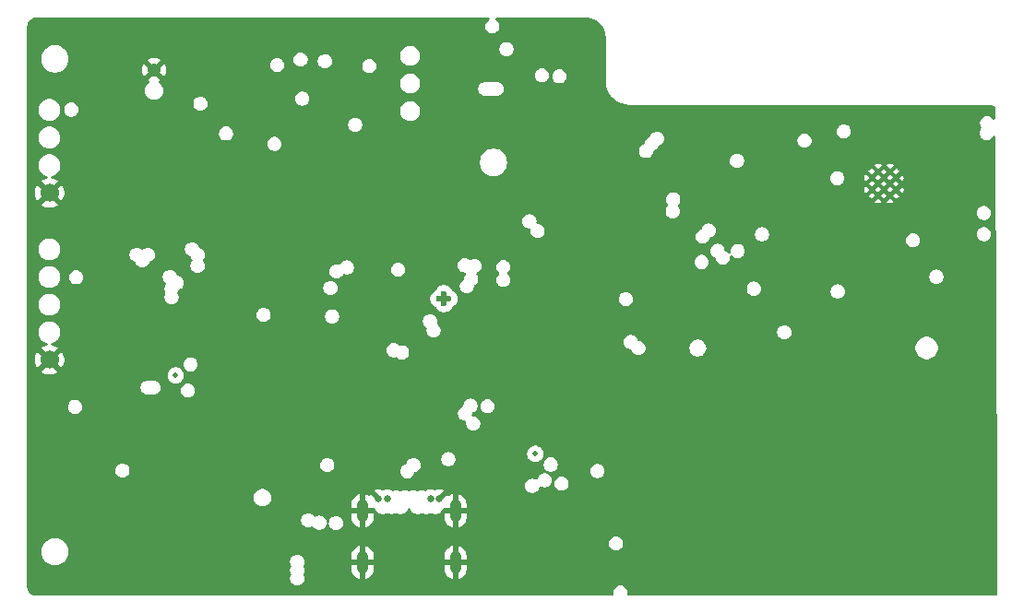
<source format=gbr>
%TF.GenerationSoftware,KiCad,Pcbnew,9.0.4*%
%TF.CreationDate,2025-09-02T02:13:18+05:30*%
%TF.ProjectId,ESP32 project,45535033-3220-4707-926f-6a6563742e6b,rev?*%
%TF.SameCoordinates,Original*%
%TF.FileFunction,Copper,L3,Inr*%
%TF.FilePolarity,Positive*%
%FSLAX46Y46*%
G04 Gerber Fmt 4.6, Leading zero omitted, Abs format (unit mm)*
G04 Created by KiCad (PCBNEW 9.0.4) date 2025-09-02 02:13:18*
%MOMM*%
%LPD*%
G01*
G04 APERTURE LIST*
%TA.AperFunction,ComponentPad*%
%ADD10C,0.400000*%
%TD*%
%TA.AperFunction,ComponentPad*%
%ADD11C,1.208000*%
%TD*%
%TA.AperFunction,ComponentPad*%
%ADD12C,1.700000*%
%TD*%
%TA.AperFunction,ComponentPad*%
%ADD13C,0.650000*%
%TD*%
%TA.AperFunction,ComponentPad*%
%ADD14O,1.050000X2.100000*%
%TD*%
%TA.AperFunction,ComponentPad*%
%ADD15C,0.600000*%
%TD*%
%TA.AperFunction,ViaPad*%
%ADD16C,0.500000*%
%TD*%
G04 APERTURE END LIST*
D10*
%TO.N,GND*%
%TO.C,U5*%
X211300000Y-86850000D03*
X212400000Y-86850000D03*
X210750000Y-87400000D03*
X211850000Y-87400000D03*
X212950000Y-87400000D03*
X211300000Y-87950000D03*
X212400000Y-87950000D03*
X210750000Y-88500000D03*
X211850000Y-88500000D03*
X212950000Y-88500000D03*
X211300000Y-89050000D03*
X212400000Y-89050000D03*
%TD*%
D11*
%TO.N,GND*%
%TO.C,MK1*%
X144850000Y-77510000D03*
%TD*%
D12*
%TO.N,GND*%
%TO.C,J5*%
X135250000Y-104140000D03*
%TD*%
D13*
%TO.N,GND*%
%TO.C,J1*%
X171050000Y-116870000D03*
X165450000Y-116870000D03*
X170250000Y-116870000D03*
X166250000Y-116870000D03*
D14*
X163980000Y-118020000D03*
X172520000Y-118020000D03*
X163980000Y-122750000D03*
X172520000Y-122750000D03*
%TD*%
D15*
%TO.N,Net-(U3-GND-Pad12)*%
%TO.C,U3*%
X171000000Y-98527500D03*
X171450000Y-98077500D03*
X171450000Y-98527500D03*
X171450000Y-98977500D03*
X171900000Y-98527500D03*
%TD*%
D12*
%TO.N,GND*%
%TO.C,J4*%
X135250000Y-88810000D03*
%TD*%
D16*
%TO.N,/+5v_USB*%
X146830331Y-105569669D03*
%TO.N,/ESP32-C3-02/RTS*%
X179832000Y-112776000D03*
X179832000Y-112776000D03*
%TO.N,GND*%
X178150000Y-79450000D03*
X147850000Y-77500000D03*
X147320000Y-124206000D03*
X213868000Y-86868000D03*
X213868000Y-88392000D03*
X178500000Y-78700000D03*
X147800000Y-116100000D03*
X218440000Y-99568000D03*
X217424000Y-100076000D03*
X137450000Y-88850000D03*
X174100000Y-74850000D03*
X147320000Y-123444000D03*
X201676000Y-100584000D03*
X203950000Y-93750000D03*
X183550000Y-94650000D03*
X213868000Y-87376000D03*
X142000000Y-99700000D03*
X219456000Y-100076000D03*
X213868000Y-87884000D03*
X219456000Y-99060000D03*
X154300000Y-95100000D03*
X201676000Y-99568000D03*
X189992000Y-121412000D03*
X187500000Y-106900000D03*
X190500000Y-125050000D03*
X150500000Y-112500000D03*
X154750000Y-76150000D03*
X201676000Y-100076000D03*
X165800000Y-93100000D03*
X167600000Y-100350000D03*
X158600000Y-83550000D03*
X147320000Y-124968000D03*
X213868000Y-89408000D03*
X213868000Y-88900000D03*
X186750000Y-107200000D03*
X182600000Y-125150000D03*
X146304000Y-111252000D03*
X217424000Y-99060000D03*
X137850000Y-110200000D03*
X137650000Y-104150000D03*
X187900000Y-101400000D03*
X197850000Y-85000000D03*
X167200000Y-105450000D03*
X151400000Y-103350000D03*
X166350000Y-105350000D03*
%TD*%
%TA.AperFunction,Conductor*%
%TO.N,GND*%
G36*
X175583933Y-72720185D02*
G01*
X175629688Y-72772989D01*
X175639632Y-72842147D01*
X175610607Y-72905703D01*
X175585785Y-72927602D01*
X175485331Y-72994723D01*
X175485327Y-72994726D01*
X175394726Y-73085327D01*
X175394723Y-73085331D01*
X175323538Y-73191866D01*
X175323533Y-73191875D01*
X175274499Y-73310255D01*
X175274497Y-73310261D01*
X175249500Y-73435928D01*
X175249500Y-73435931D01*
X175249500Y-73564069D01*
X175249500Y-73564071D01*
X175249499Y-73564071D01*
X175274497Y-73689738D01*
X175274499Y-73689744D01*
X175323533Y-73808124D01*
X175323538Y-73808133D01*
X175394723Y-73914668D01*
X175394726Y-73914672D01*
X175485327Y-74005273D01*
X175485331Y-74005276D01*
X175591866Y-74076461D01*
X175591872Y-74076464D01*
X175591873Y-74076465D01*
X175710256Y-74125501D01*
X175710260Y-74125501D01*
X175710261Y-74125502D01*
X175835928Y-74150500D01*
X175835931Y-74150500D01*
X175964071Y-74150500D01*
X176048615Y-74133682D01*
X176089744Y-74125501D01*
X176208127Y-74076465D01*
X176314669Y-74005276D01*
X176405276Y-73914669D01*
X176476465Y-73808127D01*
X176525501Y-73689744D01*
X176543303Y-73600250D01*
X176550500Y-73564071D01*
X176550500Y-73435928D01*
X176525502Y-73310261D01*
X176525501Y-73310260D01*
X176525501Y-73310256D01*
X176476465Y-73191873D01*
X176476464Y-73191872D01*
X176476461Y-73191866D01*
X176405276Y-73085331D01*
X176405273Y-73085327D01*
X176314672Y-72994726D01*
X176314668Y-72994723D01*
X176214215Y-72927602D01*
X176169410Y-72873990D01*
X176160703Y-72804665D01*
X176190858Y-72741637D01*
X176250301Y-72704918D01*
X176283106Y-72700500D01*
X184460118Y-72700500D01*
X184495933Y-72700500D01*
X184504043Y-72700765D01*
X184726790Y-72715364D01*
X184742848Y-72717479D01*
X184928875Y-72754482D01*
X184957771Y-72760230D01*
X184973438Y-72764428D01*
X185091973Y-72804665D01*
X185180944Y-72834867D01*
X185195921Y-72841070D01*
X185326984Y-72905703D01*
X185392460Y-72937992D01*
X185406508Y-72946102D01*
X185588712Y-73067848D01*
X185601573Y-73077716D01*
X185706495Y-73169730D01*
X185766328Y-73222202D01*
X185777797Y-73233671D01*
X185888160Y-73359517D01*
X185922280Y-73398423D01*
X185932154Y-73411291D01*
X186053897Y-73593492D01*
X186062007Y-73607539D01*
X186158926Y-73804071D01*
X186165133Y-73819057D01*
X186235571Y-74026561D01*
X186239769Y-74042228D01*
X186282518Y-74257140D01*
X186284636Y-74273221D01*
X186299235Y-74495956D01*
X186299500Y-74504066D01*
X186299500Y-78633108D01*
X186308752Y-78709302D01*
X186331588Y-78897376D01*
X186360003Y-79012658D01*
X186395298Y-79155857D01*
X186459914Y-79326233D01*
X186489697Y-79404764D01*
X186613411Y-79640483D01*
X186613414Y-79640488D01*
X186613415Y-79640489D01*
X186620325Y-79650500D01*
X186764637Y-79859570D01*
X186764639Y-79859572D01*
X186764641Y-79859575D01*
X186941166Y-80058831D01*
X186941168Y-80058833D01*
X187088661Y-80189500D01*
X187140430Y-80235363D01*
X187359517Y-80386589D01*
X187595236Y-80510303D01*
X187705757Y-80552218D01*
X187844142Y-80604701D01*
X187844144Y-80604701D01*
X187844148Y-80604703D01*
X188102624Y-80668412D01*
X188323696Y-80695254D01*
X188366892Y-80700500D01*
X188366894Y-80700500D01*
X188460118Y-80700500D01*
X201460118Y-80700500D01*
X221460118Y-80700500D01*
X221493908Y-80700500D01*
X221506061Y-80701097D01*
X221516051Y-80702080D01*
X221643824Y-80714665D01*
X221667652Y-80719404D01*
X221794277Y-80757815D01*
X221816721Y-80767113D01*
X221933406Y-80829482D01*
X221953616Y-80842986D01*
X221993704Y-80875885D01*
X222033039Y-80933631D01*
X222039039Y-80971168D01*
X222043469Y-81932470D01*
X222024093Y-81999599D01*
X221971501Y-82045597D01*
X221902389Y-82055859D01*
X221838700Y-82027127D01*
X221816366Y-82001929D01*
X221814809Y-81999599D01*
X221805276Y-81985331D01*
X221805275Y-81985329D01*
X221714672Y-81894726D01*
X221714668Y-81894723D01*
X221608133Y-81823538D01*
X221608124Y-81823533D01*
X221489744Y-81774499D01*
X221489738Y-81774497D01*
X221364071Y-81749500D01*
X221364069Y-81749500D01*
X221235931Y-81749500D01*
X221235929Y-81749500D01*
X221110261Y-81774497D01*
X221110255Y-81774499D01*
X220991875Y-81823533D01*
X220991866Y-81823538D01*
X220885331Y-81894723D01*
X220885327Y-81894726D01*
X220794726Y-81985327D01*
X220794723Y-81985331D01*
X220723538Y-82091866D01*
X220723533Y-82091875D01*
X220674499Y-82210255D01*
X220674497Y-82210261D01*
X220649500Y-82335928D01*
X220649500Y-82335931D01*
X220649500Y-82464069D01*
X220649500Y-82464071D01*
X220649499Y-82464071D01*
X220674497Y-82589738D01*
X220674499Y-82589744D01*
X220723533Y-82708124D01*
X220723538Y-82708133D01*
X220747299Y-82743693D01*
X220768177Y-82810370D01*
X220749693Y-82877750D01*
X220747300Y-82881474D01*
X220673537Y-82991868D01*
X220673533Y-82991875D01*
X220624499Y-83110255D01*
X220624497Y-83110261D01*
X220599500Y-83235928D01*
X220599500Y-83235931D01*
X220599500Y-83364069D01*
X220599500Y-83364071D01*
X220599499Y-83364071D01*
X220624497Y-83489738D01*
X220624499Y-83489744D01*
X220673533Y-83608124D01*
X220673538Y-83608133D01*
X220744723Y-83714668D01*
X220744726Y-83714672D01*
X220835327Y-83805273D01*
X220835331Y-83805276D01*
X220941866Y-83876461D01*
X220941875Y-83876466D01*
X220960233Y-83884070D01*
X221060256Y-83925501D01*
X221060260Y-83925501D01*
X221060261Y-83925502D01*
X221185928Y-83950500D01*
X221185931Y-83950500D01*
X221314071Y-83950500D01*
X221398615Y-83933682D01*
X221439744Y-83925501D01*
X221558127Y-83876465D01*
X221664669Y-83805276D01*
X221755276Y-83714669D01*
X221824420Y-83611186D01*
X221878031Y-83566382D01*
X221947356Y-83557675D01*
X222010384Y-83587829D01*
X222047104Y-83647272D01*
X222051521Y-83679507D01*
X222207431Y-117509390D01*
X222243412Y-125316728D01*
X222245075Y-125677454D01*
X222225699Y-125744583D01*
X222173107Y-125790581D01*
X222121076Y-125802025D01*
X188404262Y-125802025D01*
X188337223Y-125782340D01*
X188291468Y-125729536D01*
X188281524Y-125660378D01*
X188282645Y-125653833D01*
X188300500Y-125564071D01*
X188300500Y-125435928D01*
X188275502Y-125310261D01*
X188275501Y-125310260D01*
X188275501Y-125310256D01*
X188226465Y-125191873D01*
X188226464Y-125191872D01*
X188226461Y-125191866D01*
X188155276Y-125085331D01*
X188155273Y-125085327D01*
X188064672Y-124994726D01*
X188064668Y-124994723D01*
X187958133Y-124923538D01*
X187958124Y-124923533D01*
X187839744Y-124874499D01*
X187839738Y-124874497D01*
X187714071Y-124849500D01*
X187714069Y-124849500D01*
X187585931Y-124849500D01*
X187585929Y-124849500D01*
X187460261Y-124874497D01*
X187460255Y-124874499D01*
X187341875Y-124923533D01*
X187341866Y-124923538D01*
X187235331Y-124994723D01*
X187235327Y-124994726D01*
X187144726Y-125085327D01*
X187144723Y-125085331D01*
X187073538Y-125191866D01*
X187073533Y-125191875D01*
X187024499Y-125310255D01*
X187024497Y-125310261D01*
X186999500Y-125435928D01*
X186999500Y-125435931D01*
X186999500Y-125564069D01*
X186999500Y-125564071D01*
X186999499Y-125564071D01*
X187017355Y-125653833D01*
X187011128Y-125723425D01*
X186968265Y-125778602D01*
X186902375Y-125801847D01*
X186895738Y-125802025D01*
X134064789Y-125802025D01*
X134059460Y-125801910D01*
X134044105Y-125801249D01*
X134039882Y-125799500D01*
X134003436Y-125799500D01*
X134000763Y-125799385D01*
X134000260Y-125799213D01*
X133993938Y-125798903D01*
X133856180Y-125785335D01*
X133832340Y-125780593D01*
X133705728Y-125742186D01*
X133683271Y-125732883D01*
X133566593Y-125670517D01*
X133546381Y-125657012D01*
X133444108Y-125573079D01*
X133426920Y-125555891D01*
X133342986Y-125453616D01*
X133329482Y-125433406D01*
X133267116Y-125316728D01*
X133257815Y-125294277D01*
X133219404Y-125167652D01*
X133214665Y-125143824D01*
X133201097Y-125006060D01*
X133200500Y-124993907D01*
X133200500Y-121651577D01*
X134499500Y-121651577D01*
X134499500Y-121848422D01*
X134530290Y-122042826D01*
X134591117Y-122230029D01*
X134639281Y-122324555D01*
X134680476Y-122405405D01*
X134796172Y-122564646D01*
X134935354Y-122703828D01*
X135094595Y-122819524D01*
X135177455Y-122861743D01*
X135269970Y-122908882D01*
X135269972Y-122908882D01*
X135269975Y-122908884D01*
X135370317Y-122941487D01*
X135457173Y-122969709D01*
X135651578Y-123000500D01*
X135651583Y-123000500D01*
X135848422Y-123000500D01*
X136042826Y-122969709D01*
X136230025Y-122908884D01*
X136405405Y-122819524D01*
X136506504Y-122746071D01*
X157337499Y-122746071D01*
X157362497Y-122871738D01*
X157362499Y-122871744D01*
X157411533Y-122990124D01*
X157411538Y-122990133D01*
X157414195Y-122994109D01*
X157435073Y-123060787D01*
X157416588Y-123128167D01*
X157414195Y-123131891D01*
X157411538Y-123135866D01*
X157411533Y-123135875D01*
X157362499Y-123254255D01*
X157362497Y-123254261D01*
X157337500Y-123379928D01*
X157337500Y-123379931D01*
X157337500Y-123508069D01*
X157337500Y-123508071D01*
X157337499Y-123508071D01*
X157362497Y-123633738D01*
X157362499Y-123633744D01*
X157411533Y-123752124D01*
X157411538Y-123752133D01*
X157414195Y-123756109D01*
X157435073Y-123822787D01*
X157416588Y-123890167D01*
X157414195Y-123893891D01*
X157411538Y-123897866D01*
X157411533Y-123897875D01*
X157362499Y-124016255D01*
X157362497Y-124016261D01*
X157337500Y-124141928D01*
X157337500Y-124141931D01*
X157337500Y-124270069D01*
X157337500Y-124270071D01*
X157337499Y-124270071D01*
X157362497Y-124395738D01*
X157362499Y-124395744D01*
X157411533Y-124514124D01*
X157411538Y-124514133D01*
X157482723Y-124620668D01*
X157482726Y-124620672D01*
X157573327Y-124711273D01*
X157573331Y-124711276D01*
X157679866Y-124782461D01*
X157679872Y-124782464D01*
X157679873Y-124782465D01*
X157798256Y-124831501D01*
X157798260Y-124831501D01*
X157798261Y-124831502D01*
X157923928Y-124856500D01*
X157923931Y-124856500D01*
X158052071Y-124856500D01*
X158136615Y-124839682D01*
X158177744Y-124831501D01*
X158296127Y-124782465D01*
X158402669Y-124711276D01*
X158493276Y-124620669D01*
X158564465Y-124514127D01*
X158613501Y-124395744D01*
X158638500Y-124270069D01*
X158638500Y-124141931D01*
X158638500Y-124141928D01*
X158613502Y-124016261D01*
X158613501Y-124016260D01*
X158613501Y-124016256D01*
X158577111Y-123928403D01*
X158564466Y-123897874D01*
X158561804Y-123893891D01*
X158540926Y-123827213D01*
X158559411Y-123759833D01*
X158561804Y-123756109D01*
X158564466Y-123752125D01*
X158571646Y-123734788D01*
X158613501Y-123633744D01*
X158638500Y-123508069D01*
X158638500Y-123379931D01*
X158638500Y-123379928D01*
X158613502Y-123254261D01*
X158613501Y-123254260D01*
X158613501Y-123254256D01*
X158588983Y-123195064D01*
X158564466Y-123135874D01*
X158561804Y-123131891D01*
X158540926Y-123065213D01*
X158551642Y-123012528D01*
X158555936Y-123002890D01*
X158564465Y-122990127D01*
X158613501Y-122871744D01*
X158621682Y-122830615D01*
X158638500Y-122746071D01*
X158638500Y-122617928D01*
X158613502Y-122492261D01*
X158613501Y-122492260D01*
X158613501Y-122492256D01*
X158564465Y-122373873D01*
X158564464Y-122373872D01*
X158564461Y-122373866D01*
X158493276Y-122267331D01*
X158493273Y-122267327D01*
X158402672Y-122176726D01*
X158402668Y-122176723D01*
X158323824Y-122124041D01*
X162955000Y-122124041D01*
X162955000Y-122500000D01*
X163655000Y-122500000D01*
X163655000Y-123000000D01*
X162955000Y-123000000D01*
X162955000Y-123375958D01*
X162994387Y-123573974D01*
X162994390Y-123573983D01*
X163071652Y-123760513D01*
X163071659Y-123760526D01*
X163183829Y-123928399D01*
X163183832Y-123928403D01*
X163326596Y-124071167D01*
X163326600Y-124071170D01*
X163494473Y-124183340D01*
X163494486Y-124183347D01*
X163681016Y-124260609D01*
X163681025Y-124260612D01*
X163730000Y-124270353D01*
X163730000Y-123259618D01*
X163780446Y-123310064D01*
X163854555Y-123352851D01*
X163937213Y-123375000D01*
X164022787Y-123375000D01*
X164105445Y-123352851D01*
X164179554Y-123310064D01*
X164230000Y-123259618D01*
X164230000Y-124270352D01*
X164278974Y-124260612D01*
X164278983Y-124260609D01*
X164465513Y-124183347D01*
X164465526Y-124183340D01*
X164633399Y-124071170D01*
X164633403Y-124071167D01*
X164776167Y-123928403D01*
X164776170Y-123928399D01*
X164888340Y-123760526D01*
X164888347Y-123760513D01*
X164965609Y-123573983D01*
X164965612Y-123573974D01*
X165004999Y-123375958D01*
X165005000Y-123375955D01*
X165005000Y-123000000D01*
X164305000Y-123000000D01*
X164305000Y-122500000D01*
X165005000Y-122500000D01*
X165005000Y-122124045D01*
X165004999Y-122124041D01*
X171495000Y-122124041D01*
X171495000Y-122500000D01*
X172195000Y-122500000D01*
X172195000Y-123000000D01*
X171495000Y-123000000D01*
X171495000Y-123375958D01*
X171534387Y-123573974D01*
X171534390Y-123573983D01*
X171611652Y-123760513D01*
X171611659Y-123760526D01*
X171723829Y-123928399D01*
X171723832Y-123928403D01*
X171866596Y-124071167D01*
X171866600Y-124071170D01*
X172034473Y-124183340D01*
X172034486Y-124183347D01*
X172221016Y-124260609D01*
X172221025Y-124260612D01*
X172270000Y-124270353D01*
X172270000Y-123259618D01*
X172320446Y-123310064D01*
X172394555Y-123352851D01*
X172477213Y-123375000D01*
X172562787Y-123375000D01*
X172645445Y-123352851D01*
X172719554Y-123310064D01*
X172770000Y-123259618D01*
X172770000Y-124270352D01*
X172818974Y-124260612D01*
X172818983Y-124260609D01*
X173005513Y-124183347D01*
X173005526Y-124183340D01*
X173173399Y-124071170D01*
X173173403Y-124071167D01*
X173316167Y-123928403D01*
X173316170Y-123928399D01*
X173428340Y-123760526D01*
X173428347Y-123760513D01*
X173505609Y-123573983D01*
X173505612Y-123573974D01*
X173544999Y-123375958D01*
X173545000Y-123375955D01*
X173545000Y-123000000D01*
X172845000Y-123000000D01*
X172845000Y-122500000D01*
X173545000Y-122500000D01*
X173545000Y-122124045D01*
X173544999Y-122124041D01*
X173505612Y-121926025D01*
X173505609Y-121926016D01*
X173428347Y-121739486D01*
X173428340Y-121739473D01*
X173316170Y-121571600D01*
X173316167Y-121571596D01*
X173173403Y-121428832D01*
X173173399Y-121428829D01*
X173005526Y-121316659D01*
X173005513Y-121316652D01*
X172818984Y-121239390D01*
X172818977Y-121239388D01*
X172770000Y-121229645D01*
X172770000Y-122240382D01*
X172719554Y-122189936D01*
X172645445Y-122147149D01*
X172562787Y-122125000D01*
X172477213Y-122125000D01*
X172394555Y-122147149D01*
X172320446Y-122189936D01*
X172270000Y-122240382D01*
X172270000Y-121229646D01*
X172269999Y-121229645D01*
X172221022Y-121239388D01*
X172221015Y-121239390D01*
X172034486Y-121316652D01*
X172034473Y-121316659D01*
X171866600Y-121428829D01*
X171866596Y-121428832D01*
X171723832Y-121571596D01*
X171723829Y-121571600D01*
X171611659Y-121739473D01*
X171611652Y-121739486D01*
X171534390Y-121926016D01*
X171534387Y-121926025D01*
X171495000Y-122124041D01*
X165004999Y-122124041D01*
X164965612Y-121926025D01*
X164965609Y-121926016D01*
X164888347Y-121739486D01*
X164888340Y-121739473D01*
X164776170Y-121571600D01*
X164776167Y-121571596D01*
X164633403Y-121428832D01*
X164633399Y-121428829D01*
X164465526Y-121316659D01*
X164465513Y-121316652D01*
X164278984Y-121239390D01*
X164278977Y-121239388D01*
X164230000Y-121229645D01*
X164230000Y-122240382D01*
X164179554Y-122189936D01*
X164105445Y-122147149D01*
X164022787Y-122125000D01*
X163937213Y-122125000D01*
X163854555Y-122147149D01*
X163780446Y-122189936D01*
X163730000Y-122240382D01*
X163730000Y-121229646D01*
X163729999Y-121229645D01*
X163681022Y-121239388D01*
X163681015Y-121239390D01*
X163494486Y-121316652D01*
X163494473Y-121316659D01*
X163326600Y-121428829D01*
X163326596Y-121428832D01*
X163183832Y-121571596D01*
X163183829Y-121571600D01*
X163071659Y-121739473D01*
X163071652Y-121739486D01*
X162994390Y-121926016D01*
X162994387Y-121926025D01*
X162955000Y-122124041D01*
X158323824Y-122124041D01*
X158296133Y-122105538D01*
X158296124Y-122105533D01*
X158177744Y-122056499D01*
X158177738Y-122056497D01*
X158052071Y-122031500D01*
X158052069Y-122031500D01*
X157923931Y-122031500D01*
X157923929Y-122031500D01*
X157798261Y-122056497D01*
X157798255Y-122056499D01*
X157679875Y-122105533D01*
X157679866Y-122105538D01*
X157573331Y-122176723D01*
X157573327Y-122176726D01*
X157482726Y-122267327D01*
X157482723Y-122267331D01*
X157411538Y-122373866D01*
X157411533Y-122373875D01*
X157362499Y-122492255D01*
X157362497Y-122492261D01*
X157337500Y-122617928D01*
X157337500Y-122617931D01*
X157337500Y-122746069D01*
X157337500Y-122746071D01*
X157337499Y-122746071D01*
X136506504Y-122746071D01*
X136564646Y-122703828D01*
X136703828Y-122564646D01*
X136819524Y-122405405D01*
X136908884Y-122230025D01*
X136969709Y-122042826D01*
X136971503Y-122031500D01*
X137000500Y-121848422D01*
X137000500Y-121651577D01*
X136969709Y-121457173D01*
X136941487Y-121370317D01*
X136908884Y-121269975D01*
X136908882Y-121269972D01*
X136908882Y-121269970D01*
X136819523Y-121094594D01*
X136797347Y-121064071D01*
X186599499Y-121064071D01*
X186624497Y-121189738D01*
X186624499Y-121189744D01*
X186673533Y-121308124D01*
X186673538Y-121308133D01*
X186744723Y-121414668D01*
X186744726Y-121414672D01*
X186835327Y-121505273D01*
X186835331Y-121505276D01*
X186941866Y-121576461D01*
X186941872Y-121576464D01*
X186941873Y-121576465D01*
X187060256Y-121625501D01*
X187060260Y-121625501D01*
X187060261Y-121625502D01*
X187185928Y-121650500D01*
X187185931Y-121650500D01*
X187314071Y-121650500D01*
X187398615Y-121633682D01*
X187439744Y-121625501D01*
X187558127Y-121576465D01*
X187664669Y-121505276D01*
X187755276Y-121414669D01*
X187826465Y-121308127D01*
X187875501Y-121189744D01*
X187900500Y-121064069D01*
X187900500Y-120935931D01*
X187900500Y-120935928D01*
X187875502Y-120810261D01*
X187875501Y-120810260D01*
X187875501Y-120810256D01*
X187826465Y-120691873D01*
X187826464Y-120691872D01*
X187826461Y-120691866D01*
X187755276Y-120585331D01*
X187755273Y-120585327D01*
X187664672Y-120494726D01*
X187664668Y-120494723D01*
X187558133Y-120423538D01*
X187558124Y-120423533D01*
X187439744Y-120374499D01*
X187439738Y-120374497D01*
X187314071Y-120349500D01*
X187314069Y-120349500D01*
X187185931Y-120349500D01*
X187185929Y-120349500D01*
X187060261Y-120374497D01*
X187060255Y-120374499D01*
X186941875Y-120423533D01*
X186941866Y-120423538D01*
X186835331Y-120494723D01*
X186835327Y-120494726D01*
X186744726Y-120585327D01*
X186744723Y-120585331D01*
X186673538Y-120691866D01*
X186673533Y-120691875D01*
X186624499Y-120810255D01*
X186624497Y-120810261D01*
X186599500Y-120935928D01*
X186599500Y-120935931D01*
X186599500Y-121064069D01*
X186599500Y-121064071D01*
X186599499Y-121064071D01*
X136797347Y-121064071D01*
X136752776Y-121002725D01*
X136704247Y-120935931D01*
X136703828Y-120935354D01*
X136564646Y-120796172D01*
X136405405Y-120680476D01*
X136230029Y-120591117D01*
X136042826Y-120530290D01*
X135848422Y-120499500D01*
X135848417Y-120499500D01*
X135651583Y-120499500D01*
X135651578Y-120499500D01*
X135457173Y-120530290D01*
X135269970Y-120591117D01*
X135094594Y-120680476D01*
X135003741Y-120746485D01*
X134935354Y-120796172D01*
X134935352Y-120796174D01*
X134935351Y-120796174D01*
X134796174Y-120935351D01*
X134796174Y-120935352D01*
X134796172Y-120935354D01*
X134795753Y-120935931D01*
X134680476Y-121094594D01*
X134591117Y-121269970D01*
X134530290Y-121457173D01*
X134499500Y-121651577D01*
X133200500Y-121651577D01*
X133200500Y-118936071D01*
X158353499Y-118936071D01*
X158378497Y-119061738D01*
X158378499Y-119061744D01*
X158427533Y-119180124D01*
X158427538Y-119180133D01*
X158498723Y-119286668D01*
X158498726Y-119286672D01*
X158589327Y-119377273D01*
X158589331Y-119377276D01*
X158695866Y-119448461D01*
X158695872Y-119448464D01*
X158695873Y-119448465D01*
X158814256Y-119497501D01*
X158814260Y-119497501D01*
X158814261Y-119497502D01*
X158939928Y-119522500D01*
X158939931Y-119522500D01*
X159068071Y-119522500D01*
X159152615Y-119505682D01*
X159193744Y-119497501D01*
X159312127Y-119448465D01*
X159319435Y-119443581D01*
X159386110Y-119422701D01*
X159453491Y-119441182D01*
X159491432Y-119477790D01*
X159514723Y-119512647D01*
X159514726Y-119512651D01*
X159605327Y-119603252D01*
X159605331Y-119603255D01*
X159711866Y-119674440D01*
X159711872Y-119674443D01*
X159711873Y-119674444D01*
X159830256Y-119723480D01*
X159830260Y-119723480D01*
X159830261Y-119723481D01*
X159955928Y-119748479D01*
X159955931Y-119748479D01*
X160084071Y-119748479D01*
X160168615Y-119731661D01*
X160209744Y-119723480D01*
X160328127Y-119674444D01*
X160434669Y-119603255D01*
X160525276Y-119512648D01*
X160596465Y-119406106D01*
X160645501Y-119287723D01*
X160657596Y-119226920D01*
X160689981Y-119165009D01*
X160750697Y-119130435D01*
X160820466Y-119134175D01*
X160877138Y-119175042D01*
X160900830Y-119226920D01*
X160918497Y-119315738D01*
X160918499Y-119315744D01*
X160967533Y-119434124D01*
X160967538Y-119434133D01*
X161038723Y-119540668D01*
X161038726Y-119540672D01*
X161129327Y-119631273D01*
X161129331Y-119631276D01*
X161235866Y-119702461D01*
X161235872Y-119702464D01*
X161235873Y-119702465D01*
X161354256Y-119751501D01*
X161354260Y-119751501D01*
X161354261Y-119751502D01*
X161479928Y-119776500D01*
X161479931Y-119776500D01*
X161608071Y-119776500D01*
X161692615Y-119759682D01*
X161733744Y-119751501D01*
X161852127Y-119702465D01*
X161958669Y-119631276D01*
X162049276Y-119540669D01*
X162120465Y-119434127D01*
X162169501Y-119315744D01*
X162187170Y-119226920D01*
X162194500Y-119190071D01*
X162194500Y-119061928D01*
X162169502Y-118936261D01*
X162169501Y-118936258D01*
X162169501Y-118936256D01*
X162120465Y-118817873D01*
X162120464Y-118817872D01*
X162120461Y-118817866D01*
X162049276Y-118711331D01*
X162049273Y-118711327D01*
X161958672Y-118620726D01*
X161958668Y-118620723D01*
X161852133Y-118549538D01*
X161852124Y-118549533D01*
X161733744Y-118500499D01*
X161733738Y-118500497D01*
X161608071Y-118475500D01*
X161608069Y-118475500D01*
X161479931Y-118475500D01*
X161479929Y-118475500D01*
X161354261Y-118500497D01*
X161354255Y-118500499D01*
X161235875Y-118549533D01*
X161235866Y-118549538D01*
X161129331Y-118620723D01*
X161129327Y-118620726D01*
X161038726Y-118711327D01*
X161038723Y-118711331D01*
X160967538Y-118817866D01*
X160967533Y-118817875D01*
X160918499Y-118936255D01*
X160918498Y-118936258D01*
X160906403Y-118997060D01*
X160874017Y-119058970D01*
X160813300Y-119093543D01*
X160743531Y-119089802D01*
X160686860Y-119048934D01*
X160663169Y-118997057D01*
X160651075Y-118936256D01*
X160645501Y-118908235D01*
X160596465Y-118789852D01*
X160596464Y-118789851D01*
X160596461Y-118789845D01*
X160525276Y-118683310D01*
X160525273Y-118683306D01*
X160434672Y-118592705D01*
X160434668Y-118592702D01*
X160328133Y-118521517D01*
X160328124Y-118521512D01*
X160209744Y-118472478D01*
X160209738Y-118472476D01*
X160084071Y-118447479D01*
X160084069Y-118447479D01*
X159955931Y-118447479D01*
X159955929Y-118447479D01*
X159830261Y-118472476D01*
X159830255Y-118472478D01*
X159711875Y-118521512D01*
X159711866Y-118521517D01*
X159704556Y-118526402D01*
X159637877Y-118547277D01*
X159570498Y-118528790D01*
X159532567Y-118492188D01*
X159509276Y-118457331D01*
X159509273Y-118457327D01*
X159418669Y-118366723D01*
X159351346Y-118321740D01*
X159312132Y-118295538D01*
X159312124Y-118295533D01*
X159193744Y-118246499D01*
X159193738Y-118246497D01*
X159068071Y-118221500D01*
X159068069Y-118221500D01*
X158939931Y-118221500D01*
X158939929Y-118221500D01*
X158814261Y-118246497D01*
X158814255Y-118246499D01*
X158695875Y-118295533D01*
X158695866Y-118295538D01*
X158589331Y-118366723D01*
X158589327Y-118366726D01*
X158498726Y-118457327D01*
X158498723Y-118457331D01*
X158427538Y-118563866D01*
X158427533Y-118563875D01*
X158378499Y-118682255D01*
X158378497Y-118682261D01*
X158353500Y-118807928D01*
X158353500Y-118807931D01*
X158353500Y-118936069D01*
X158353500Y-118936071D01*
X158353499Y-118936071D01*
X133200500Y-118936071D01*
X133200500Y-116721153D01*
X153999500Y-116721153D01*
X153999500Y-116878846D01*
X154030261Y-117033489D01*
X154030264Y-117033501D01*
X154090602Y-117179172D01*
X154090609Y-117179185D01*
X154178210Y-117310288D01*
X154178213Y-117310292D01*
X154289707Y-117421786D01*
X154289711Y-117421789D01*
X154420814Y-117509390D01*
X154420827Y-117509397D01*
X154566498Y-117569735D01*
X154566503Y-117569737D01*
X154691271Y-117594555D01*
X154721153Y-117600499D01*
X154721156Y-117600500D01*
X154721158Y-117600500D01*
X154878844Y-117600500D01*
X154878845Y-117600499D01*
X155033497Y-117569737D01*
X155179179Y-117509394D01*
X155310289Y-117421789D01*
X155338037Y-117394041D01*
X162955000Y-117394041D01*
X162955000Y-117770000D01*
X163655000Y-117770000D01*
X163655000Y-118270000D01*
X162955000Y-118270000D01*
X162955000Y-118645958D01*
X162994387Y-118843974D01*
X162994390Y-118843983D01*
X163071652Y-119030513D01*
X163071659Y-119030526D01*
X163183829Y-119198399D01*
X163183832Y-119198403D01*
X163326596Y-119341167D01*
X163326600Y-119341170D01*
X163494473Y-119453340D01*
X163494486Y-119453347D01*
X163681016Y-119530609D01*
X163681025Y-119530612D01*
X163730000Y-119540353D01*
X163730000Y-118529618D01*
X163780446Y-118580064D01*
X163854555Y-118622851D01*
X163937213Y-118645000D01*
X164022787Y-118645000D01*
X164105445Y-118622851D01*
X164179554Y-118580064D01*
X164230000Y-118529618D01*
X164230000Y-119540352D01*
X164278974Y-119530612D01*
X164278983Y-119530609D01*
X164465513Y-119453347D01*
X164465526Y-119453340D01*
X164633399Y-119341170D01*
X164633403Y-119341167D01*
X164776167Y-119198403D01*
X164776170Y-119198399D01*
X164888340Y-119030526D01*
X164888347Y-119030513D01*
X164965609Y-118843983D01*
X164965612Y-118843974D01*
X165004999Y-118645958D01*
X165005000Y-118645955D01*
X165005000Y-118270000D01*
X164305000Y-118270000D01*
X164305000Y-117770000D01*
X165032706Y-117770000D01*
X165032960Y-117769861D01*
X165034908Y-117770000D01*
X165056362Y-117770000D01*
X165056362Y-117771530D01*
X165102652Y-117774834D01*
X165158593Y-117816696D01*
X165173899Y-117843570D01*
X165207069Y-117923649D01*
X165207074Y-117923659D01*
X165286467Y-118042478D01*
X165286470Y-118042482D01*
X165387517Y-118143529D01*
X165387521Y-118143532D01*
X165506340Y-118222925D01*
X165506346Y-118222928D01*
X165506347Y-118222929D01*
X165638380Y-118277619D01*
X165638384Y-118277619D01*
X165638385Y-118277620D01*
X165778542Y-118305500D01*
X165778545Y-118305500D01*
X165921457Y-118305500D01*
X166015751Y-118286742D01*
X166061620Y-118277619D01*
X166193653Y-118222929D01*
X166193652Y-118222929D01*
X166199281Y-118220598D01*
X166199985Y-118222299D01*
X166259941Y-118209812D01*
X166300280Y-118221656D01*
X166300719Y-118220598D01*
X166306347Y-118222929D01*
X166438380Y-118277619D01*
X166438384Y-118277619D01*
X166438385Y-118277620D01*
X166578542Y-118305500D01*
X166578545Y-118305500D01*
X166721457Y-118305500D01*
X166815751Y-118286742D01*
X166861620Y-118277619D01*
X166993653Y-118222929D01*
X166993652Y-118222929D01*
X166999281Y-118220598D01*
X166999985Y-118222299D01*
X167059941Y-118209812D01*
X167100280Y-118221656D01*
X167100719Y-118220598D01*
X167106347Y-118222929D01*
X167238380Y-118277619D01*
X167238384Y-118277619D01*
X167238385Y-118277620D01*
X167378542Y-118305500D01*
X167378545Y-118305500D01*
X167521457Y-118305500D01*
X167615751Y-118286742D01*
X167661620Y-118277619D01*
X167793653Y-118222929D01*
X167912479Y-118143532D01*
X168013532Y-118042479D01*
X168092929Y-117923653D01*
X168135439Y-117821024D01*
X168179280Y-117766621D01*
X168245574Y-117744556D01*
X168313273Y-117761835D01*
X168360884Y-117812972D01*
X168364561Y-117821025D01*
X168407067Y-117923646D01*
X168407074Y-117923659D01*
X168486467Y-118042478D01*
X168486470Y-118042482D01*
X168587517Y-118143529D01*
X168587521Y-118143532D01*
X168706340Y-118222925D01*
X168706346Y-118222928D01*
X168706347Y-118222929D01*
X168838380Y-118277619D01*
X168838384Y-118277619D01*
X168838385Y-118277620D01*
X168978542Y-118305500D01*
X168978545Y-118305500D01*
X169121457Y-118305500D01*
X169215751Y-118286742D01*
X169261620Y-118277619D01*
X169393653Y-118222929D01*
X169393652Y-118222929D01*
X169399281Y-118220598D01*
X169399985Y-118222299D01*
X169459941Y-118209812D01*
X169500280Y-118221656D01*
X169500719Y-118220598D01*
X169506347Y-118222929D01*
X169638380Y-118277619D01*
X169638384Y-118277619D01*
X169638385Y-118277620D01*
X169778542Y-118305500D01*
X169778545Y-118305500D01*
X169921457Y-118305500D01*
X170015751Y-118286742D01*
X170061620Y-118277619D01*
X170193653Y-118222929D01*
X170193652Y-118222929D01*
X170199281Y-118220598D01*
X170199985Y-118222299D01*
X170259941Y-118209812D01*
X170300280Y-118221656D01*
X170300719Y-118220598D01*
X170306347Y-118222929D01*
X170438380Y-118277619D01*
X170438384Y-118277619D01*
X170438385Y-118277620D01*
X170578542Y-118305500D01*
X170578545Y-118305500D01*
X170721457Y-118305500D01*
X170815751Y-118286742D01*
X170861620Y-118277619D01*
X170993653Y-118222929D01*
X171112479Y-118143532D01*
X171112482Y-118143529D01*
X171125055Y-118130957D01*
X171213529Y-118042482D01*
X171213532Y-118042479D01*
X171292929Y-117923653D01*
X171326100Y-117843570D01*
X171369940Y-117789167D01*
X171436234Y-117767102D01*
X171447589Y-117770000D01*
X172195000Y-117770000D01*
X172195000Y-118270000D01*
X171495000Y-118270000D01*
X171495000Y-118645958D01*
X171534387Y-118843974D01*
X171534390Y-118843983D01*
X171611652Y-119030513D01*
X171611659Y-119030526D01*
X171723829Y-119198399D01*
X171723832Y-119198403D01*
X171866596Y-119341167D01*
X171866600Y-119341170D01*
X172034473Y-119453340D01*
X172034486Y-119453347D01*
X172221016Y-119530609D01*
X172221025Y-119530612D01*
X172270000Y-119540353D01*
X172270000Y-118529618D01*
X172320446Y-118580064D01*
X172394555Y-118622851D01*
X172477213Y-118645000D01*
X172562787Y-118645000D01*
X172645445Y-118622851D01*
X172719554Y-118580064D01*
X172770000Y-118529618D01*
X172770000Y-119540352D01*
X172818974Y-119530612D01*
X172818983Y-119530609D01*
X173005513Y-119453347D01*
X173005526Y-119453340D01*
X173173399Y-119341170D01*
X173173403Y-119341167D01*
X173316167Y-119198403D01*
X173316170Y-119198399D01*
X173428340Y-119030526D01*
X173428347Y-119030513D01*
X173505609Y-118843983D01*
X173505612Y-118843974D01*
X173544999Y-118645958D01*
X173545000Y-118645955D01*
X173545000Y-118270000D01*
X172845000Y-118270000D01*
X172845000Y-117770000D01*
X173545000Y-117770000D01*
X173545000Y-117394045D01*
X173544999Y-117394041D01*
X173505612Y-117196025D01*
X173505609Y-117196016D01*
X173428347Y-117009486D01*
X173428340Y-117009473D01*
X173316170Y-116841600D01*
X173316167Y-116841596D01*
X173173403Y-116698832D01*
X173173399Y-116698829D01*
X173005526Y-116586659D01*
X173005513Y-116586652D01*
X172818984Y-116509390D01*
X172818977Y-116509388D01*
X172770000Y-116499645D01*
X172770000Y-117510382D01*
X172719554Y-117459936D01*
X172645445Y-117417149D01*
X172562787Y-117395000D01*
X172477213Y-117395000D01*
X172394555Y-117417149D01*
X172320446Y-117459936D01*
X172270000Y-117510382D01*
X172270000Y-116499646D01*
X172269999Y-116499645D01*
X172221022Y-116509388D01*
X172221015Y-116509390D01*
X172034486Y-116586652D01*
X172034475Y-116586658D01*
X171996516Y-116612022D01*
X171929838Y-116632899D01*
X171862458Y-116614414D01*
X171815769Y-116562435D01*
X171813065Y-116556372D01*
X171784980Y-116488571D01*
X171314457Y-116959095D01*
X171253134Y-116992580D01*
X171243062Y-116991859D01*
X171275000Y-116914755D01*
X171275000Y-116825245D01*
X171240746Y-116742548D01*
X171177452Y-116679254D01*
X171094755Y-116645000D01*
X171005245Y-116645000D01*
X170930539Y-116675943D01*
X170932403Y-116649889D01*
X170960904Y-116605542D01*
X171431427Y-116135018D01*
X171290644Y-116076704D01*
X171290636Y-116076702D01*
X171131259Y-116045000D01*
X170968740Y-116045000D01*
X170809363Y-116076702D01*
X170809351Y-116076705D01*
X170697452Y-116123055D01*
X170627983Y-116130524D01*
X170602548Y-116123055D01*
X170490648Y-116076705D01*
X170490636Y-116076702D01*
X170331259Y-116045000D01*
X170168740Y-116045000D01*
X170009363Y-116076702D01*
X170009351Y-116076705D01*
X169859217Y-116138892D01*
X169859215Y-116138893D01*
X169807768Y-116173269D01*
X169741091Y-116194146D01*
X169691428Y-116184728D01*
X169661620Y-116172381D01*
X169661616Y-116172380D01*
X169661613Y-116172379D01*
X169521457Y-116144500D01*
X169521455Y-116144500D01*
X169378545Y-116144500D01*
X169378543Y-116144500D01*
X169238385Y-116172379D01*
X169238379Y-116172381D01*
X169100719Y-116229402D01*
X169100016Y-116227705D01*
X169040029Y-116240184D01*
X168999717Y-116228347D01*
X168999281Y-116229402D01*
X168861620Y-116172381D01*
X168861614Y-116172379D01*
X168721457Y-116144500D01*
X168721455Y-116144500D01*
X168578545Y-116144500D01*
X168578543Y-116144500D01*
X168438385Y-116172379D01*
X168438379Y-116172381D01*
X168300719Y-116229402D01*
X168300016Y-116227705D01*
X168240029Y-116240184D01*
X168199717Y-116228347D01*
X168199281Y-116229402D01*
X168061620Y-116172381D01*
X168061614Y-116172379D01*
X167921457Y-116144500D01*
X167921455Y-116144500D01*
X167778545Y-116144500D01*
X167778543Y-116144500D01*
X167638385Y-116172379D01*
X167638379Y-116172381D01*
X167500719Y-116229402D01*
X167500016Y-116227705D01*
X167440029Y-116240184D01*
X167399717Y-116228347D01*
X167399281Y-116229402D01*
X167261620Y-116172381D01*
X167261614Y-116172379D01*
X167121457Y-116144500D01*
X167121455Y-116144500D01*
X166978545Y-116144500D01*
X166978543Y-116144500D01*
X166838386Y-116172379D01*
X166838378Y-116172381D01*
X166808570Y-116184728D01*
X166739100Y-116192195D01*
X166692229Y-116173268D01*
X166640790Y-116138897D01*
X166640777Y-116138890D01*
X166490648Y-116076705D01*
X166490636Y-116076702D01*
X166331259Y-116045000D01*
X166168740Y-116045000D01*
X166009363Y-116076702D01*
X166009351Y-116076705D01*
X165897452Y-116123055D01*
X165827983Y-116130524D01*
X165802548Y-116123055D01*
X165690648Y-116076705D01*
X165690636Y-116076702D01*
X165531259Y-116045000D01*
X165368740Y-116045000D01*
X165209363Y-116076701D01*
X165209354Y-116076704D01*
X165068571Y-116135018D01*
X165539095Y-116605542D01*
X165572580Y-116666865D01*
X165571859Y-116676937D01*
X165494755Y-116645000D01*
X165405245Y-116645000D01*
X165322548Y-116679254D01*
X165259254Y-116742548D01*
X165225000Y-116825245D01*
X165225000Y-116914755D01*
X165255943Y-116989459D01*
X165229889Y-116987596D01*
X165185542Y-116959095D01*
X164715018Y-116488571D01*
X164686934Y-116556372D01*
X164643093Y-116610775D01*
X164576799Y-116632840D01*
X164509099Y-116615561D01*
X164503482Y-116612021D01*
X164465526Y-116586659D01*
X164465513Y-116586652D01*
X164278984Y-116509390D01*
X164278977Y-116509388D01*
X164230000Y-116499645D01*
X164230000Y-117510382D01*
X164179554Y-117459936D01*
X164105445Y-117417149D01*
X164022787Y-117395000D01*
X163937213Y-117395000D01*
X163854555Y-117417149D01*
X163780446Y-117459936D01*
X163730000Y-117510382D01*
X163730000Y-116499646D01*
X163729999Y-116499645D01*
X163681022Y-116509388D01*
X163681015Y-116509390D01*
X163494486Y-116586652D01*
X163494473Y-116586659D01*
X163326600Y-116698829D01*
X163326596Y-116698832D01*
X163183832Y-116841596D01*
X163183829Y-116841600D01*
X163071659Y-117009473D01*
X163071652Y-117009486D01*
X162994390Y-117196016D01*
X162994387Y-117196025D01*
X162955000Y-117394041D01*
X155338037Y-117394041D01*
X155421789Y-117310289D01*
X155509394Y-117179179D01*
X155569737Y-117033497D01*
X155600500Y-116878842D01*
X155600500Y-116721158D01*
X155600500Y-116721155D01*
X155600499Y-116721153D01*
X155589700Y-116666865D01*
X155569737Y-116566503D01*
X155546080Y-116509390D01*
X155509397Y-116420827D01*
X155509390Y-116420814D01*
X155421789Y-116289711D01*
X155421786Y-116289707D01*
X155310292Y-116178213D01*
X155310288Y-116178210D01*
X155179185Y-116090609D01*
X155179172Y-116090602D01*
X155033501Y-116030264D01*
X155033489Y-116030261D01*
X154878845Y-115999500D01*
X154878842Y-115999500D01*
X154721158Y-115999500D01*
X154721155Y-115999500D01*
X154566510Y-116030261D01*
X154566498Y-116030264D01*
X154420827Y-116090602D01*
X154420814Y-116090609D01*
X154289711Y-116178210D01*
X154289707Y-116178213D01*
X154178213Y-116289707D01*
X154178210Y-116289711D01*
X154090609Y-116420814D01*
X154090602Y-116420827D01*
X154030264Y-116566498D01*
X154030261Y-116566510D01*
X153999500Y-116721153D01*
X133200500Y-116721153D01*
X133200500Y-115764071D01*
X178899499Y-115764071D01*
X178924497Y-115889738D01*
X178924499Y-115889744D01*
X178973533Y-116008124D01*
X178973538Y-116008133D01*
X179044723Y-116114668D01*
X179044726Y-116114672D01*
X179135327Y-116205273D01*
X179135331Y-116205276D01*
X179241866Y-116276461D01*
X179241872Y-116276464D01*
X179241873Y-116276465D01*
X179360256Y-116325501D01*
X179360260Y-116325501D01*
X179360261Y-116325502D01*
X179485928Y-116350500D01*
X179485931Y-116350500D01*
X179614071Y-116350500D01*
X179698615Y-116333682D01*
X179739744Y-116325501D01*
X179858127Y-116276465D01*
X179964669Y-116205276D01*
X180055276Y-116114669D01*
X180126465Y-116008127D01*
X180175501Y-115889744D01*
X180181287Y-115860654D01*
X180184570Y-115844154D01*
X180216955Y-115782243D01*
X180277671Y-115747669D01*
X180347440Y-115751408D01*
X180375078Y-115765243D01*
X180391873Y-115776465D01*
X180510256Y-115825501D01*
X180510260Y-115825501D01*
X180510261Y-115825502D01*
X180635928Y-115850500D01*
X180635931Y-115850500D01*
X180764071Y-115850500D01*
X180848615Y-115833682D01*
X180889744Y-115825501D01*
X181008127Y-115776465D01*
X181114669Y-115705276D01*
X181205276Y-115614669D01*
X181239084Y-115564071D01*
X181599499Y-115564071D01*
X181624497Y-115689738D01*
X181624499Y-115689744D01*
X181673533Y-115808124D01*
X181673538Y-115808133D01*
X181744723Y-115914668D01*
X181744726Y-115914672D01*
X181835327Y-116005273D01*
X181835331Y-116005276D01*
X181941866Y-116076461D01*
X181941875Y-116076466D01*
X181942445Y-116076702D01*
X182060256Y-116125501D01*
X182060260Y-116125501D01*
X182060261Y-116125502D01*
X182185928Y-116150500D01*
X182185931Y-116150500D01*
X182314071Y-116150500D01*
X182414492Y-116130524D01*
X182439744Y-116125501D01*
X182558127Y-116076465D01*
X182664669Y-116005276D01*
X182755276Y-115914669D01*
X182826465Y-115808127D01*
X182875501Y-115689744D01*
X182900500Y-115564069D01*
X182900500Y-115435931D01*
X182900500Y-115435928D01*
X182875502Y-115310261D01*
X182875501Y-115310260D01*
X182875501Y-115310256D01*
X182826465Y-115191873D01*
X182826464Y-115191872D01*
X182826461Y-115191866D01*
X182755276Y-115085331D01*
X182755273Y-115085327D01*
X182664672Y-114994726D01*
X182664668Y-114994723D01*
X182558133Y-114923538D01*
X182558124Y-114923533D01*
X182439744Y-114874499D01*
X182439738Y-114874497D01*
X182314071Y-114849500D01*
X182314069Y-114849500D01*
X182185931Y-114849500D01*
X182185929Y-114849500D01*
X182060261Y-114874497D01*
X182060255Y-114874499D01*
X181941875Y-114923533D01*
X181941866Y-114923538D01*
X181835331Y-114994723D01*
X181835327Y-114994726D01*
X181744726Y-115085327D01*
X181744723Y-115085331D01*
X181673538Y-115191866D01*
X181673533Y-115191875D01*
X181624499Y-115310255D01*
X181624497Y-115310261D01*
X181599500Y-115435928D01*
X181599500Y-115435931D01*
X181599500Y-115564069D01*
X181599500Y-115564071D01*
X181599499Y-115564071D01*
X181239084Y-115564071D01*
X181276465Y-115508127D01*
X181325501Y-115389744D01*
X181346271Y-115285331D01*
X181350500Y-115264071D01*
X181350500Y-115135928D01*
X181325502Y-115010261D01*
X181325501Y-115010258D01*
X181325501Y-115010256D01*
X181276465Y-114891873D01*
X181276464Y-114891872D01*
X181276461Y-114891866D01*
X181205276Y-114785331D01*
X181205273Y-114785327D01*
X181114672Y-114694726D01*
X181114668Y-114694723D01*
X181008133Y-114623538D01*
X181008124Y-114623533D01*
X180889744Y-114574499D01*
X180889738Y-114574497D01*
X180764071Y-114549500D01*
X180764069Y-114549500D01*
X180635931Y-114549500D01*
X180635929Y-114549500D01*
X180510261Y-114574497D01*
X180510255Y-114574499D01*
X180391875Y-114623533D01*
X180391866Y-114623538D01*
X180285331Y-114694723D01*
X180285327Y-114694726D01*
X180194726Y-114785327D01*
X180194723Y-114785331D01*
X180123538Y-114891866D01*
X180123533Y-114891875D01*
X180074499Y-115010255D01*
X180074498Y-115010258D01*
X180065429Y-115055848D01*
X180033042Y-115117758D01*
X179972326Y-115152331D01*
X179902556Y-115148590D01*
X179874920Y-115134756D01*
X179858127Y-115123535D01*
X179858124Y-115123533D01*
X179739744Y-115074499D01*
X179739738Y-115074497D01*
X179614071Y-115049500D01*
X179614069Y-115049500D01*
X179485931Y-115049500D01*
X179485929Y-115049500D01*
X179360261Y-115074497D01*
X179360255Y-115074499D01*
X179241875Y-115123533D01*
X179241866Y-115123538D01*
X179135331Y-115194723D01*
X179135327Y-115194726D01*
X179044726Y-115285327D01*
X179044723Y-115285331D01*
X178973538Y-115391866D01*
X178973533Y-115391875D01*
X178924499Y-115510255D01*
X178924497Y-115510261D01*
X178899500Y-115635928D01*
X178899500Y-115635931D01*
X178899500Y-115764069D01*
X178899500Y-115764071D01*
X178899499Y-115764071D01*
X133200500Y-115764071D01*
X133200500Y-114364071D01*
X141299499Y-114364071D01*
X141324497Y-114489738D01*
X141324499Y-114489744D01*
X141373533Y-114608124D01*
X141373538Y-114608133D01*
X141444723Y-114714668D01*
X141444726Y-114714672D01*
X141535327Y-114805273D01*
X141535331Y-114805276D01*
X141641866Y-114876461D01*
X141641872Y-114876464D01*
X141641873Y-114876465D01*
X141760256Y-114925501D01*
X141760260Y-114925501D01*
X141760261Y-114925502D01*
X141885928Y-114950500D01*
X141885931Y-114950500D01*
X142014071Y-114950500D01*
X142098615Y-114933682D01*
X142139744Y-114925501D01*
X142258127Y-114876465D01*
X142364669Y-114805276D01*
X142455276Y-114714669D01*
X142526465Y-114608127D01*
X142575501Y-114489744D01*
X142588637Y-114423706D01*
X142600500Y-114364071D01*
X142600500Y-114235928D01*
X142575502Y-114110261D01*
X142575501Y-114110260D01*
X142575501Y-114110256D01*
X142526465Y-113991873D01*
X142526464Y-113991872D01*
X142526461Y-113991866D01*
X142455276Y-113885331D01*
X142455273Y-113885327D01*
X142434017Y-113864071D01*
X160099499Y-113864071D01*
X160124497Y-113989738D01*
X160124499Y-113989744D01*
X160173533Y-114108124D01*
X160173538Y-114108133D01*
X160244723Y-114214668D01*
X160244726Y-114214672D01*
X160335327Y-114305273D01*
X160335331Y-114305276D01*
X160441866Y-114376461D01*
X160441872Y-114376464D01*
X160441873Y-114376465D01*
X160560256Y-114425501D01*
X160560260Y-114425501D01*
X160560261Y-114425502D01*
X160685928Y-114450500D01*
X160685931Y-114450500D01*
X160814071Y-114450500D01*
X160901688Y-114433071D01*
X167433635Y-114433071D01*
X167458633Y-114558738D01*
X167458635Y-114558744D01*
X167507669Y-114677124D01*
X167507674Y-114677133D01*
X167578859Y-114783668D01*
X167578862Y-114783672D01*
X167669463Y-114874273D01*
X167669467Y-114874276D01*
X167776002Y-114945461D01*
X167776011Y-114945466D01*
X167802828Y-114956574D01*
X167894392Y-114994501D01*
X167894396Y-114994501D01*
X167894397Y-114994502D01*
X168020064Y-115019500D01*
X168020067Y-115019500D01*
X168148207Y-115019500D01*
X168243722Y-115000500D01*
X168273880Y-114994501D01*
X168392263Y-114945465D01*
X168498805Y-114874276D01*
X168589412Y-114783669D01*
X168660601Y-114677127D01*
X168709637Y-114558744D01*
X168717118Y-114521132D01*
X168749501Y-114459223D01*
X168810216Y-114424648D01*
X168814511Y-114423713D01*
X168845744Y-114417501D01*
X168854025Y-114414071D01*
X184898499Y-114414071D01*
X184923497Y-114539738D01*
X184923499Y-114539744D01*
X184972533Y-114658124D01*
X184972538Y-114658133D01*
X185043723Y-114764668D01*
X185043726Y-114764672D01*
X185134327Y-114855273D01*
X185134331Y-114855276D01*
X185240866Y-114926461D01*
X185240872Y-114926464D01*
X185240873Y-114926465D01*
X185359256Y-114975501D01*
X185359260Y-114975501D01*
X185359261Y-114975502D01*
X185484928Y-115000500D01*
X185484931Y-115000500D01*
X185613071Y-115000500D01*
X185697615Y-114983682D01*
X185738744Y-114975501D01*
X185857127Y-114926465D01*
X185963669Y-114855276D01*
X186054276Y-114764669D01*
X186125465Y-114658127D01*
X186174501Y-114539744D01*
X186197226Y-114425501D01*
X186199500Y-114414071D01*
X186199500Y-114285928D01*
X186174502Y-114160261D01*
X186174501Y-114160260D01*
X186174501Y-114160256D01*
X186125465Y-114041873D01*
X186125464Y-114041872D01*
X186125461Y-114041866D01*
X186054276Y-113935331D01*
X186054273Y-113935327D01*
X185963672Y-113844726D01*
X185963668Y-113844723D01*
X185857133Y-113773538D01*
X185857124Y-113773533D01*
X185738744Y-113724499D01*
X185738738Y-113724497D01*
X185613071Y-113699500D01*
X185613069Y-113699500D01*
X185484931Y-113699500D01*
X185484929Y-113699500D01*
X185359261Y-113724497D01*
X185359255Y-113724499D01*
X185240875Y-113773533D01*
X185240866Y-113773538D01*
X185134331Y-113844723D01*
X185134327Y-113844726D01*
X185043726Y-113935327D01*
X185043723Y-113935331D01*
X184972538Y-114041866D01*
X184972533Y-114041875D01*
X184923499Y-114160255D01*
X184923497Y-114160261D01*
X184898500Y-114285928D01*
X184898500Y-114285931D01*
X184898500Y-114414069D01*
X184898500Y-114414071D01*
X184898499Y-114414071D01*
X168854025Y-114414071D01*
X168964127Y-114368465D01*
X169070669Y-114297276D01*
X169161276Y-114206669D01*
X169232465Y-114100127D01*
X169281501Y-113981744D01*
X169297662Y-113900500D01*
X169306500Y-113856071D01*
X169306500Y-113727928D01*
X169281502Y-113602261D01*
X169281501Y-113602257D01*
X169281501Y-113602256D01*
X169232465Y-113483873D01*
X169232464Y-113483872D01*
X169232461Y-113483866D01*
X169161276Y-113377331D01*
X169161273Y-113377327D01*
X169098017Y-113314071D01*
X171199499Y-113314071D01*
X171224497Y-113439738D01*
X171224499Y-113439744D01*
X171273533Y-113558124D01*
X171273538Y-113558133D01*
X171344723Y-113664668D01*
X171344726Y-113664672D01*
X171435327Y-113755273D01*
X171435331Y-113755276D01*
X171541866Y-113826461D01*
X171541872Y-113826464D01*
X171541873Y-113826465D01*
X171660256Y-113875501D01*
X171660260Y-113875501D01*
X171660261Y-113875502D01*
X171785928Y-113900500D01*
X171785931Y-113900500D01*
X171914071Y-113900500D01*
X171998615Y-113883682D01*
X172039744Y-113875501D01*
X172158127Y-113826465D01*
X172176676Y-113814071D01*
X180599499Y-113814071D01*
X180624497Y-113939738D01*
X180624499Y-113939744D01*
X180673533Y-114058124D01*
X180673538Y-114058133D01*
X180744723Y-114164668D01*
X180744726Y-114164672D01*
X180835327Y-114255273D01*
X180835331Y-114255276D01*
X180941866Y-114326461D01*
X180941872Y-114326464D01*
X180941873Y-114326465D01*
X181060256Y-114375501D01*
X181060260Y-114375501D01*
X181060261Y-114375502D01*
X181185928Y-114400500D01*
X181185931Y-114400500D01*
X181314071Y-114400500D01*
X181398615Y-114383682D01*
X181439744Y-114375501D01*
X181558127Y-114326465D01*
X181664669Y-114255276D01*
X181684017Y-114235928D01*
X181727788Y-114192158D01*
X181755273Y-114164672D01*
X181755276Y-114164669D01*
X181826465Y-114058127D01*
X181875501Y-113939744D01*
X181890554Y-113864069D01*
X181900500Y-113814071D01*
X181900500Y-113685928D01*
X181875502Y-113560261D01*
X181875501Y-113560260D01*
X181875501Y-113560256D01*
X181826465Y-113441873D01*
X181826464Y-113441872D01*
X181826461Y-113441866D01*
X181755276Y-113335331D01*
X181755273Y-113335327D01*
X181664672Y-113244726D01*
X181664668Y-113244723D01*
X181558133Y-113173538D01*
X181558124Y-113173533D01*
X181439744Y-113124499D01*
X181439738Y-113124497D01*
X181314071Y-113099500D01*
X181314069Y-113099500D01*
X181185931Y-113099500D01*
X181185929Y-113099500D01*
X181060261Y-113124497D01*
X181060255Y-113124499D01*
X180941875Y-113173533D01*
X180941866Y-113173538D01*
X180835331Y-113244723D01*
X180835327Y-113244726D01*
X180744726Y-113335327D01*
X180744723Y-113335331D01*
X180673538Y-113441866D01*
X180673533Y-113441875D01*
X180624499Y-113560255D01*
X180624497Y-113560261D01*
X180599500Y-113685928D01*
X180599500Y-113685931D01*
X180599500Y-113814069D01*
X180599500Y-113814071D01*
X180599499Y-113814071D01*
X172176676Y-113814071D01*
X172264669Y-113755276D01*
X172355276Y-113664669D01*
X172371848Y-113639867D01*
X172391172Y-113610948D01*
X172391173Y-113610946D01*
X172426458Y-113558138D01*
X172426461Y-113558133D01*
X172426465Y-113558127D01*
X172475501Y-113439744D01*
X172496271Y-113335331D01*
X172500500Y-113314071D01*
X172500500Y-113185928D01*
X172475502Y-113060261D01*
X172475501Y-113060260D01*
X172475501Y-113060256D01*
X172426465Y-112941873D01*
X172426464Y-112941872D01*
X172426461Y-112941866D01*
X172365024Y-112849920D01*
X179081499Y-112849920D01*
X179110340Y-112994907D01*
X179110343Y-112994917D01*
X179166912Y-113131488D01*
X179166919Y-113131501D01*
X179249048Y-113254415D01*
X179249051Y-113254419D01*
X179353580Y-113358948D01*
X179353584Y-113358951D01*
X179476498Y-113441080D01*
X179476511Y-113441087D01*
X179613082Y-113497656D01*
X179613087Y-113497658D01*
X179613091Y-113497658D01*
X179613092Y-113497659D01*
X179758079Y-113526500D01*
X179758082Y-113526500D01*
X179905920Y-113526500D01*
X180003462Y-113507096D01*
X180050913Y-113497658D01*
X180156547Y-113453902D01*
X180187488Y-113441087D01*
X180187488Y-113441086D01*
X180187495Y-113441084D01*
X180310416Y-113358951D01*
X180414951Y-113254416D01*
X180497084Y-113131495D01*
X180553658Y-112994913D01*
X180582500Y-112849918D01*
X180582500Y-112702082D01*
X180582500Y-112702079D01*
X180553659Y-112557092D01*
X180553658Y-112557091D01*
X180553658Y-112557087D01*
X180553656Y-112557082D01*
X180497087Y-112420511D01*
X180497080Y-112420498D01*
X180414951Y-112297584D01*
X180414948Y-112297580D01*
X180310419Y-112193051D01*
X180310415Y-112193048D01*
X180187501Y-112110919D01*
X180187488Y-112110912D01*
X180050917Y-112054343D01*
X180050907Y-112054340D01*
X179905920Y-112025500D01*
X179905918Y-112025500D01*
X179758082Y-112025500D01*
X179758080Y-112025500D01*
X179613092Y-112054340D01*
X179613082Y-112054343D01*
X179476511Y-112110912D01*
X179476498Y-112110919D01*
X179353584Y-112193048D01*
X179353580Y-112193051D01*
X179249051Y-112297580D01*
X179249048Y-112297584D01*
X179166919Y-112420498D01*
X179166912Y-112420511D01*
X179110343Y-112557082D01*
X179110340Y-112557092D01*
X179081500Y-112702079D01*
X179081500Y-112702082D01*
X179081500Y-112849918D01*
X179081500Y-112849920D01*
X179081499Y-112849920D01*
X172365024Y-112849920D01*
X172355276Y-112835331D01*
X172355273Y-112835327D01*
X172264672Y-112744726D01*
X172264668Y-112744723D01*
X172158133Y-112673538D01*
X172158124Y-112673533D01*
X172039744Y-112624499D01*
X172039738Y-112624497D01*
X171914071Y-112599500D01*
X171914069Y-112599500D01*
X171785931Y-112599500D01*
X171785929Y-112599500D01*
X171660261Y-112624497D01*
X171660255Y-112624499D01*
X171541875Y-112673533D01*
X171541866Y-112673538D01*
X171435331Y-112744723D01*
X171435327Y-112744726D01*
X171344726Y-112835327D01*
X171344723Y-112835331D01*
X171273538Y-112941866D01*
X171273533Y-112941875D01*
X171224499Y-113060255D01*
X171224497Y-113060261D01*
X171199500Y-113185928D01*
X171199500Y-113185931D01*
X171199500Y-113314069D01*
X171199500Y-113314071D01*
X171199499Y-113314071D01*
X169098017Y-113314071D01*
X169070672Y-113286726D01*
X169070668Y-113286723D01*
X169065008Y-113282941D01*
X168964133Y-113215538D01*
X168964124Y-113215533D01*
X168845744Y-113166499D01*
X168845738Y-113166497D01*
X168720071Y-113141500D01*
X168720069Y-113141500D01*
X168591931Y-113141500D01*
X168591929Y-113141500D01*
X168466261Y-113166497D01*
X168466255Y-113166499D01*
X168347875Y-113215533D01*
X168347866Y-113215538D01*
X168241331Y-113286723D01*
X168241327Y-113286726D01*
X168150726Y-113377327D01*
X168150723Y-113377331D01*
X168079538Y-113483866D01*
X168079533Y-113483875D01*
X168030498Y-113602257D01*
X168030497Y-113602261D01*
X168023017Y-113639867D01*
X167990632Y-113701778D01*
X167929916Y-113736352D01*
X167925593Y-113737292D01*
X167894395Y-113743497D01*
X167894393Y-113743498D01*
X167776011Y-113792533D01*
X167776002Y-113792538D01*
X167669467Y-113863723D01*
X167669463Y-113863726D01*
X167578862Y-113954327D01*
X167578859Y-113954331D01*
X167507674Y-114060866D01*
X167507669Y-114060875D01*
X167458635Y-114179255D01*
X167458633Y-114179261D01*
X167433636Y-114304928D01*
X167433636Y-114304931D01*
X167433636Y-114433069D01*
X167433636Y-114433071D01*
X167433635Y-114433071D01*
X160901688Y-114433071D01*
X160901698Y-114433069D01*
X160939744Y-114425501D01*
X161058127Y-114376465D01*
X161164669Y-114305276D01*
X161255276Y-114214669D01*
X161326465Y-114108127D01*
X161375501Y-113989744D01*
X161396271Y-113885331D01*
X161400500Y-113864071D01*
X161400500Y-113735928D01*
X161375502Y-113610261D01*
X161375501Y-113610260D01*
X161375501Y-113610256D01*
X161328861Y-113497658D01*
X161326466Y-113491875D01*
X161326461Y-113491866D01*
X161255276Y-113385331D01*
X161255273Y-113385327D01*
X161164672Y-113294726D01*
X161164668Y-113294723D01*
X161058133Y-113223538D01*
X161058124Y-113223533D01*
X160939744Y-113174499D01*
X160939738Y-113174497D01*
X160814071Y-113149500D01*
X160814069Y-113149500D01*
X160685931Y-113149500D01*
X160685929Y-113149500D01*
X160560261Y-113174497D01*
X160560255Y-113174499D01*
X160441875Y-113223533D01*
X160441866Y-113223538D01*
X160335331Y-113294723D01*
X160335327Y-113294726D01*
X160244726Y-113385327D01*
X160244723Y-113385331D01*
X160173538Y-113491866D01*
X160173533Y-113491875D01*
X160124499Y-113610255D01*
X160124497Y-113610261D01*
X160099500Y-113735928D01*
X160099500Y-113735931D01*
X160099500Y-113864069D01*
X160099500Y-113864071D01*
X160099499Y-113864071D01*
X142434017Y-113864071D01*
X142364672Y-113794726D01*
X142364668Y-113794723D01*
X142258133Y-113723538D01*
X142258124Y-113723533D01*
X142139744Y-113674499D01*
X142139738Y-113674497D01*
X142014071Y-113649500D01*
X142014069Y-113649500D01*
X141885931Y-113649500D01*
X141885929Y-113649500D01*
X141760261Y-113674497D01*
X141760255Y-113674499D01*
X141641875Y-113723533D01*
X141641866Y-113723538D01*
X141535331Y-113794723D01*
X141535327Y-113794726D01*
X141444726Y-113885327D01*
X141444723Y-113885331D01*
X141373538Y-113991866D01*
X141373533Y-113991875D01*
X141324499Y-114110255D01*
X141324497Y-114110261D01*
X141299500Y-114235928D01*
X141299500Y-114235931D01*
X141299500Y-114364069D01*
X141299500Y-114364071D01*
X141299499Y-114364071D01*
X133200500Y-114364071D01*
X133200500Y-109138778D01*
X172724206Y-109138778D01*
X172749204Y-109264445D01*
X172749206Y-109264451D01*
X172798240Y-109382831D01*
X172798245Y-109382840D01*
X172869430Y-109489375D01*
X172869433Y-109489379D01*
X172960034Y-109579980D01*
X172960038Y-109579983D01*
X173066573Y-109651168D01*
X173066579Y-109651171D01*
X173066580Y-109651172D01*
X173184963Y-109700208D01*
X173184967Y-109700208D01*
X173184968Y-109700209D01*
X173310635Y-109725207D01*
X173388206Y-109725207D01*
X173455245Y-109744892D01*
X173501000Y-109797696D01*
X173510944Y-109866854D01*
X173509823Y-109873398D01*
X173497736Y-109934162D01*
X173497736Y-109934167D01*
X173497736Y-110062305D01*
X173497736Y-110062307D01*
X173497735Y-110062307D01*
X173522733Y-110187974D01*
X173522735Y-110187980D01*
X173571769Y-110306360D01*
X173571774Y-110306369D01*
X173642959Y-110412904D01*
X173642962Y-110412908D01*
X173733563Y-110503509D01*
X173733567Y-110503512D01*
X173840102Y-110574697D01*
X173840108Y-110574700D01*
X173840109Y-110574701D01*
X173958492Y-110623737D01*
X173958496Y-110623737D01*
X173958497Y-110623738D01*
X174084164Y-110648736D01*
X174084167Y-110648736D01*
X174212307Y-110648736D01*
X174296851Y-110631918D01*
X174337980Y-110623737D01*
X174456363Y-110574701D01*
X174562905Y-110503512D01*
X174653512Y-110412905D01*
X174724701Y-110306363D01*
X174773737Y-110187980D01*
X174798736Y-110062305D01*
X174798736Y-109934167D01*
X174798736Y-109934164D01*
X174773738Y-109808497D01*
X174773737Y-109808496D01*
X174773737Y-109808492D01*
X174724701Y-109690109D01*
X174724700Y-109690108D01*
X174724697Y-109690102D01*
X174653512Y-109583567D01*
X174653509Y-109583563D01*
X174562908Y-109492962D01*
X174562904Y-109492959D01*
X174456369Y-109421774D01*
X174456360Y-109421769D01*
X174337980Y-109372735D01*
X174337974Y-109372733D01*
X174212307Y-109347736D01*
X174212305Y-109347736D01*
X174134737Y-109347736D01*
X174119898Y-109343378D01*
X174104445Y-109343979D01*
X174087057Y-109333735D01*
X174067698Y-109328051D01*
X174057572Y-109316365D01*
X174044245Y-109308514D01*
X174035154Y-109290494D01*
X174021943Y-109275247D01*
X174019292Y-109259049D01*
X174012776Y-109246132D01*
X174012966Y-109220391D01*
X174011407Y-109210865D01*
X174012002Y-109205156D01*
X174025207Y-109138776D01*
X174025207Y-109078635D01*
X174025877Y-109072216D01*
X174036794Y-109045626D01*
X174044892Y-109018048D01*
X174049897Y-109013710D01*
X174052414Y-109007582D01*
X174075975Y-108991113D01*
X174097696Y-108972293D01*
X174101755Y-108970526D01*
X174208120Y-108926468D01*
X174208120Y-108926467D01*
X174208127Y-108926465D01*
X174314669Y-108855276D01*
X174405276Y-108764669D01*
X174476465Y-108658127D01*
X174525501Y-108539744D01*
X174540554Y-108464071D01*
X174799499Y-108464071D01*
X174824497Y-108589738D01*
X174824499Y-108589744D01*
X174873533Y-108708124D01*
X174873538Y-108708133D01*
X174944723Y-108814668D01*
X174944726Y-108814672D01*
X175035327Y-108905273D01*
X175035331Y-108905276D01*
X175141866Y-108976461D01*
X175141872Y-108976464D01*
X175141873Y-108976465D01*
X175260256Y-109025501D01*
X175260260Y-109025501D01*
X175260261Y-109025502D01*
X175385928Y-109050500D01*
X175385931Y-109050500D01*
X175514071Y-109050500D01*
X175598615Y-109033682D01*
X175639744Y-109025501D01*
X175758127Y-108976465D01*
X175864669Y-108905276D01*
X175955276Y-108814669D01*
X176026465Y-108708127D01*
X176075501Y-108589744D01*
X176093702Y-108498245D01*
X176100500Y-108464071D01*
X176100500Y-108335928D01*
X176075502Y-108210261D01*
X176075501Y-108210260D01*
X176075501Y-108210256D01*
X176026465Y-108091873D01*
X176026464Y-108091872D01*
X176026461Y-108091866D01*
X175955276Y-107985331D01*
X175955273Y-107985327D01*
X175864672Y-107894726D01*
X175864668Y-107894723D01*
X175758133Y-107823538D01*
X175758124Y-107823533D01*
X175639744Y-107774499D01*
X175639738Y-107774497D01*
X175514071Y-107749500D01*
X175514069Y-107749500D01*
X175385931Y-107749500D01*
X175385929Y-107749500D01*
X175260261Y-107774497D01*
X175260255Y-107774499D01*
X175141875Y-107823533D01*
X175141866Y-107823538D01*
X175035331Y-107894723D01*
X175035327Y-107894726D01*
X174944726Y-107985327D01*
X174944723Y-107985331D01*
X174873538Y-108091866D01*
X174873533Y-108091875D01*
X174824499Y-108210255D01*
X174824497Y-108210261D01*
X174799500Y-108335928D01*
X174799500Y-108335931D01*
X174799500Y-108464069D01*
X174799500Y-108464071D01*
X174799499Y-108464071D01*
X174540554Y-108464071D01*
X174543511Y-108449206D01*
X174550500Y-108414071D01*
X174550500Y-108285928D01*
X174525502Y-108160261D01*
X174525501Y-108160260D01*
X174525501Y-108160256D01*
X174476465Y-108041873D01*
X174476464Y-108041872D01*
X174476461Y-108041866D01*
X174405276Y-107935331D01*
X174405273Y-107935327D01*
X174314672Y-107844726D01*
X174314668Y-107844723D01*
X174208133Y-107773538D01*
X174208124Y-107773533D01*
X174089744Y-107724499D01*
X174089738Y-107724497D01*
X173964071Y-107699500D01*
X173964069Y-107699500D01*
X173835931Y-107699500D01*
X173835929Y-107699500D01*
X173710261Y-107724497D01*
X173710255Y-107724499D01*
X173591875Y-107773533D01*
X173591866Y-107773538D01*
X173485331Y-107844723D01*
X173485327Y-107844726D01*
X173394726Y-107935327D01*
X173394723Y-107935331D01*
X173323538Y-108041866D01*
X173323533Y-108041875D01*
X173274499Y-108160255D01*
X173274497Y-108160261D01*
X173249500Y-108285928D01*
X173249500Y-108339619D01*
X173229815Y-108406658D01*
X173177011Y-108452413D01*
X173172953Y-108454180D01*
X173066583Y-108498240D01*
X173066573Y-108498245D01*
X172960038Y-108569430D01*
X172960034Y-108569433D01*
X172869433Y-108660034D01*
X172869430Y-108660038D01*
X172798245Y-108766573D01*
X172798240Y-108766582D01*
X172749206Y-108884962D01*
X172749204Y-108884968D01*
X172724207Y-109010635D01*
X172724207Y-109010638D01*
X172724207Y-109138776D01*
X172724207Y-109138778D01*
X172724206Y-109138778D01*
X133200500Y-109138778D01*
X133200500Y-108514071D01*
X136949499Y-108514071D01*
X136974497Y-108639738D01*
X136974499Y-108639744D01*
X137023533Y-108758124D01*
X137023538Y-108758133D01*
X137094723Y-108864668D01*
X137094726Y-108864672D01*
X137185327Y-108955273D01*
X137185331Y-108955276D01*
X137291866Y-109026461D01*
X137291872Y-109026464D01*
X137291873Y-109026465D01*
X137410256Y-109075501D01*
X137410260Y-109075501D01*
X137410261Y-109075502D01*
X137535928Y-109100500D01*
X137535931Y-109100500D01*
X137664071Y-109100500D01*
X137748615Y-109083682D01*
X137789744Y-109075501D01*
X137908127Y-109026465D01*
X138014669Y-108955276D01*
X138014672Y-108955273D01*
X138053081Y-108916865D01*
X138105273Y-108864672D01*
X138105276Y-108864669D01*
X138176465Y-108758127D01*
X138225501Y-108639744D01*
X138250500Y-108514069D01*
X138250500Y-108385931D01*
X138250500Y-108385928D01*
X138225502Y-108260261D01*
X138225501Y-108260260D01*
X138225501Y-108260256D01*
X138176465Y-108141873D01*
X138176464Y-108141872D01*
X138176461Y-108141866D01*
X138105276Y-108035331D01*
X138105273Y-108035327D01*
X138014672Y-107944726D01*
X138014668Y-107944723D01*
X137908133Y-107873538D01*
X137908124Y-107873533D01*
X137789744Y-107824499D01*
X137789738Y-107824497D01*
X137664071Y-107799500D01*
X137664069Y-107799500D01*
X137535931Y-107799500D01*
X137535929Y-107799500D01*
X137410261Y-107824497D01*
X137410255Y-107824499D01*
X137291875Y-107873533D01*
X137291866Y-107873538D01*
X137185331Y-107944723D01*
X137185327Y-107944726D01*
X137094726Y-108035327D01*
X137094723Y-108035331D01*
X137023538Y-108141866D01*
X137023533Y-108141875D01*
X136974499Y-108260255D01*
X136974497Y-108260261D01*
X136949500Y-108385928D01*
X136949500Y-108385931D01*
X136949500Y-108514069D01*
X136949500Y-108514071D01*
X136949499Y-108514071D01*
X133200500Y-108514071D01*
X133200500Y-106744071D01*
X143621499Y-106744071D01*
X143646497Y-106869738D01*
X143646499Y-106869744D01*
X143695533Y-106988124D01*
X143695538Y-106988133D01*
X143766723Y-107094668D01*
X143766726Y-107094672D01*
X143857327Y-107185273D01*
X143857331Y-107185276D01*
X143963866Y-107256461D01*
X143963872Y-107256464D01*
X143963873Y-107256465D01*
X144082256Y-107305501D01*
X144082260Y-107305501D01*
X144082261Y-107305502D01*
X144207928Y-107330500D01*
X144207931Y-107330500D01*
X144336071Y-107330500D01*
X144420615Y-107313682D01*
X144461744Y-107305501D01*
X144478547Y-107298540D01*
X144548013Y-107291071D01*
X144573446Y-107298538D01*
X144590256Y-107305501D01*
X144590260Y-107305501D01*
X144590261Y-107305502D01*
X144715928Y-107330500D01*
X144715931Y-107330500D01*
X144844071Y-107330500D01*
X144928615Y-107313682D01*
X144969744Y-107305501D01*
X145088127Y-107256465D01*
X145194669Y-107185276D01*
X145285276Y-107094669D01*
X145339130Y-107014071D01*
X147299499Y-107014071D01*
X147324497Y-107139738D01*
X147324499Y-107139744D01*
X147373533Y-107258124D01*
X147373538Y-107258133D01*
X147444723Y-107364668D01*
X147444726Y-107364672D01*
X147535327Y-107455273D01*
X147535331Y-107455276D01*
X147641866Y-107526461D01*
X147641872Y-107526464D01*
X147641873Y-107526465D01*
X147760256Y-107575501D01*
X147760260Y-107575501D01*
X147760261Y-107575502D01*
X147885928Y-107600500D01*
X147885931Y-107600500D01*
X148014071Y-107600500D01*
X148098615Y-107583682D01*
X148139744Y-107575501D01*
X148258127Y-107526465D01*
X148364669Y-107455276D01*
X148455276Y-107364669D01*
X148526465Y-107258127D01*
X148575501Y-107139744D01*
X148600500Y-107014069D01*
X148600500Y-106885931D01*
X148600500Y-106885928D01*
X148575502Y-106760261D01*
X148575501Y-106760260D01*
X148575501Y-106760256D01*
X148526465Y-106641873D01*
X148526464Y-106641872D01*
X148526461Y-106641866D01*
X148455276Y-106535331D01*
X148455273Y-106535327D01*
X148364672Y-106444726D01*
X148364668Y-106444723D01*
X148258133Y-106373538D01*
X148258124Y-106373533D01*
X148139744Y-106324499D01*
X148139738Y-106324497D01*
X148014071Y-106299500D01*
X148014069Y-106299500D01*
X147885931Y-106299500D01*
X147885929Y-106299500D01*
X147760261Y-106324497D01*
X147760255Y-106324499D01*
X147641875Y-106373533D01*
X147641866Y-106373538D01*
X147535331Y-106444723D01*
X147535327Y-106444726D01*
X147444726Y-106535327D01*
X147444723Y-106535331D01*
X147373538Y-106641866D01*
X147373533Y-106641875D01*
X147324499Y-106760255D01*
X147324497Y-106760261D01*
X147299500Y-106885928D01*
X147299500Y-106885931D01*
X147299500Y-107014069D01*
X147299500Y-107014071D01*
X147299499Y-107014071D01*
X145339130Y-107014071D01*
X145356465Y-106988127D01*
X145405501Y-106869744D01*
X145427280Y-106760256D01*
X145430500Y-106744071D01*
X145430500Y-106615928D01*
X145405502Y-106490261D01*
X145405501Y-106490260D01*
X145405501Y-106490256D01*
X145357155Y-106373538D01*
X145356466Y-106371875D01*
X145356461Y-106371866D01*
X145285276Y-106265331D01*
X145285273Y-106265327D01*
X145194672Y-106174726D01*
X145194668Y-106174723D01*
X145088133Y-106103538D01*
X145088124Y-106103533D01*
X144969744Y-106054499D01*
X144969738Y-106054497D01*
X144844071Y-106029500D01*
X144844069Y-106029500D01*
X144715931Y-106029500D01*
X144715929Y-106029500D01*
X144590262Y-106054497D01*
X144590254Y-106054499D01*
X144573450Y-106061460D01*
X144503980Y-106068927D01*
X144478550Y-106061460D01*
X144461745Y-106054499D01*
X144461737Y-106054497D01*
X144336071Y-106029500D01*
X144336069Y-106029500D01*
X144207931Y-106029500D01*
X144207929Y-106029500D01*
X144082261Y-106054497D01*
X144082255Y-106054499D01*
X143963875Y-106103533D01*
X143963866Y-106103538D01*
X143857331Y-106174723D01*
X143857327Y-106174726D01*
X143766726Y-106265327D01*
X143766723Y-106265331D01*
X143695538Y-106371866D01*
X143695533Y-106371875D01*
X143646499Y-106490255D01*
X143646497Y-106490261D01*
X143621500Y-106615928D01*
X143621500Y-106615931D01*
X143621500Y-106744069D01*
X143621500Y-106744071D01*
X143621499Y-106744071D01*
X133200500Y-106744071D01*
X133200500Y-105643589D01*
X146079830Y-105643589D01*
X146108671Y-105788576D01*
X146108674Y-105788586D01*
X146165243Y-105925157D01*
X146165250Y-105925170D01*
X146247379Y-106048084D01*
X146247382Y-106048088D01*
X146351911Y-106152617D01*
X146351915Y-106152620D01*
X146474829Y-106234749D01*
X146474842Y-106234756D01*
X146611413Y-106291325D01*
X146611418Y-106291327D01*
X146611422Y-106291327D01*
X146611423Y-106291328D01*
X146756410Y-106320169D01*
X146756413Y-106320169D01*
X146904251Y-106320169D01*
X147001793Y-106300765D01*
X147049244Y-106291327D01*
X147185826Y-106234753D01*
X147308747Y-106152620D01*
X147413282Y-106048085D01*
X147495415Y-105925164D01*
X147551989Y-105788582D01*
X147580831Y-105643587D01*
X147580831Y-105495751D01*
X147580831Y-105495748D01*
X147551990Y-105350761D01*
X147551989Y-105350760D01*
X147551989Y-105350756D01*
X147551987Y-105350751D01*
X147495418Y-105214180D01*
X147495411Y-105214167D01*
X147413282Y-105091253D01*
X147413279Y-105091249D01*
X147308750Y-104986720D01*
X147308746Y-104986717D01*
X147185832Y-104904588D01*
X147185819Y-104904581D01*
X147049248Y-104848012D01*
X147049238Y-104848009D01*
X146904251Y-104819169D01*
X146904249Y-104819169D01*
X146756413Y-104819169D01*
X146756411Y-104819169D01*
X146611423Y-104848009D01*
X146611413Y-104848012D01*
X146474842Y-104904581D01*
X146474829Y-104904588D01*
X146351915Y-104986717D01*
X146351911Y-104986720D01*
X146247382Y-105091249D01*
X146247379Y-105091253D01*
X146165250Y-105214167D01*
X146165243Y-105214180D01*
X146108674Y-105350751D01*
X146108671Y-105350761D01*
X146079831Y-105495748D01*
X146079831Y-105495751D01*
X146079831Y-105643587D01*
X146079831Y-105643589D01*
X146079830Y-105643589D01*
X133200500Y-105643589D01*
X133200500Y-104033753D01*
X133900000Y-104033753D01*
X133900000Y-104246246D01*
X133933242Y-104456127D01*
X133933242Y-104456130D01*
X133998904Y-104658217D01*
X134095375Y-104847550D01*
X134134728Y-104901716D01*
X134767037Y-104269408D01*
X134784075Y-104332993D01*
X134849901Y-104447007D01*
X134942993Y-104540099D01*
X135057007Y-104605925D01*
X135120590Y-104622962D01*
X134488282Y-105255269D01*
X134488282Y-105255270D01*
X134542449Y-105294624D01*
X134731782Y-105391095D01*
X134933870Y-105456757D01*
X135143754Y-105490000D01*
X135356246Y-105490000D01*
X135566127Y-105456757D01*
X135566130Y-105456757D01*
X135768219Y-105391094D01*
X135791613Y-105379175D01*
X135791614Y-105379174D01*
X135957554Y-105294622D01*
X136011716Y-105255270D01*
X136011717Y-105255270D01*
X135379408Y-104622962D01*
X135442993Y-104605925D01*
X135557007Y-104540099D01*
X135650099Y-104447007D01*
X135715925Y-104332993D01*
X135732962Y-104269408D01*
X136365270Y-104901717D01*
X136365270Y-104901716D01*
X136404622Y-104847554D01*
X136501095Y-104658217D01*
X136515439Y-104614071D01*
X147549499Y-104614071D01*
X147574497Y-104739738D01*
X147574499Y-104739744D01*
X147623533Y-104858124D01*
X147623538Y-104858133D01*
X147694723Y-104964668D01*
X147694726Y-104964672D01*
X147785327Y-105055273D01*
X147785331Y-105055276D01*
X147891866Y-105126461D01*
X147891872Y-105126464D01*
X147891873Y-105126465D01*
X148010256Y-105175501D01*
X148010260Y-105175501D01*
X148010261Y-105175502D01*
X148135928Y-105200500D01*
X148135931Y-105200500D01*
X148264071Y-105200500D01*
X148348615Y-105183682D01*
X148389744Y-105175501D01*
X148508127Y-105126465D01*
X148614669Y-105055276D01*
X148705276Y-104964669D01*
X148776465Y-104858127D01*
X148825501Y-104739744D01*
X148850500Y-104614069D01*
X148850500Y-104485931D01*
X148850500Y-104485928D01*
X148825502Y-104360261D01*
X148825501Y-104360260D01*
X148825501Y-104360256D01*
X148787574Y-104268692D01*
X148776466Y-104241875D01*
X148776461Y-104241866D01*
X148705276Y-104135331D01*
X148705273Y-104135327D01*
X148614672Y-104044726D01*
X148614668Y-104044723D01*
X148508133Y-103973538D01*
X148508124Y-103973533D01*
X148389744Y-103924499D01*
X148389738Y-103924497D01*
X148264071Y-103899500D01*
X148264069Y-103899500D01*
X148135931Y-103899500D01*
X148135929Y-103899500D01*
X148010261Y-103924497D01*
X148010255Y-103924499D01*
X147891875Y-103973533D01*
X147891866Y-103973538D01*
X147785331Y-104044723D01*
X147785327Y-104044726D01*
X147694726Y-104135327D01*
X147694723Y-104135331D01*
X147623538Y-104241866D01*
X147623533Y-104241875D01*
X147574499Y-104360255D01*
X147574497Y-104360261D01*
X147549500Y-104485928D01*
X147549500Y-104485931D01*
X147549500Y-104614069D01*
X147549500Y-104614071D01*
X147549499Y-104614071D01*
X136515439Y-104614071D01*
X136566757Y-104456130D01*
X136566758Y-104456124D01*
X136600000Y-104246246D01*
X136600000Y-104033753D01*
X136566757Y-103823872D01*
X136566757Y-103823869D01*
X136501095Y-103621782D01*
X136404624Y-103432449D01*
X136365270Y-103378282D01*
X136365269Y-103378282D01*
X135732962Y-104010590D01*
X135715925Y-103947007D01*
X135650099Y-103832993D01*
X135557007Y-103739901D01*
X135442993Y-103674075D01*
X135379409Y-103657037D01*
X135722374Y-103314071D01*
X166199499Y-103314071D01*
X166224497Y-103439738D01*
X166224499Y-103439744D01*
X166273533Y-103558124D01*
X166273538Y-103558133D01*
X166344723Y-103664668D01*
X166344726Y-103664672D01*
X166435327Y-103755273D01*
X166435331Y-103755276D01*
X166541866Y-103826461D01*
X166541872Y-103826464D01*
X166541873Y-103826465D01*
X166660256Y-103875501D01*
X166660260Y-103875501D01*
X166660261Y-103875502D01*
X166785928Y-103900500D01*
X166785931Y-103900500D01*
X166914071Y-103900500D01*
X167029630Y-103877513D01*
X167099221Y-103883740D01*
X167141503Y-103911449D01*
X167185327Y-103955273D01*
X167185331Y-103955276D01*
X167291866Y-104026461D01*
X167291872Y-104026464D01*
X167291873Y-104026465D01*
X167410256Y-104075501D01*
X167410260Y-104075501D01*
X167410261Y-104075502D01*
X167535928Y-104100500D01*
X167535931Y-104100500D01*
X167664071Y-104100500D01*
X167748615Y-104083682D01*
X167789744Y-104075501D01*
X167908127Y-104026465D01*
X168014669Y-103955276D01*
X168105276Y-103864669D01*
X168176465Y-103758127D01*
X168225501Y-103639744D01*
X168244476Y-103544352D01*
X168250500Y-103514071D01*
X168250500Y-103385928D01*
X168225502Y-103260261D01*
X168225501Y-103260260D01*
X168225501Y-103260256D01*
X168187574Y-103168692D01*
X168176466Y-103141875D01*
X168176461Y-103141866D01*
X168105276Y-103035331D01*
X168105273Y-103035327D01*
X168014672Y-102944726D01*
X168014668Y-102944723D01*
X167908133Y-102873538D01*
X167908124Y-102873533D01*
X167789744Y-102824499D01*
X167789738Y-102824497D01*
X167664071Y-102799500D01*
X167664069Y-102799500D01*
X167535931Y-102799500D01*
X167535926Y-102799500D01*
X167420368Y-102822486D01*
X167350776Y-102816259D01*
X167308496Y-102788550D01*
X167264672Y-102744726D01*
X167264668Y-102744723D01*
X167158133Y-102673538D01*
X167158124Y-102673533D01*
X167039744Y-102624499D01*
X167039738Y-102624497D01*
X166914071Y-102599500D01*
X166914069Y-102599500D01*
X166785931Y-102599500D01*
X166785929Y-102599500D01*
X166660261Y-102624497D01*
X166660255Y-102624499D01*
X166541875Y-102673533D01*
X166541866Y-102673538D01*
X166435331Y-102744723D01*
X166435327Y-102744726D01*
X166344726Y-102835327D01*
X166344723Y-102835331D01*
X166273538Y-102941866D01*
X166273533Y-102941875D01*
X166224499Y-103060255D01*
X166224497Y-103060261D01*
X166199500Y-103185928D01*
X166199500Y-103185931D01*
X166199500Y-103314069D01*
X166199500Y-103314071D01*
X166199499Y-103314071D01*
X135722374Y-103314071D01*
X135944287Y-103092158D01*
X136011716Y-103024728D01*
X135957550Y-102985375D01*
X135768217Y-102888904D01*
X135566128Y-102823242D01*
X135507411Y-102813942D01*
X135444276Y-102784012D01*
X135407345Y-102724701D01*
X135408343Y-102654838D01*
X135446953Y-102596606D01*
X135502615Y-102569852D01*
X135531679Y-102564071D01*
X187949499Y-102564071D01*
X187974497Y-102689738D01*
X187974499Y-102689744D01*
X188023533Y-102808124D01*
X188023538Y-102808133D01*
X188094723Y-102914668D01*
X188094726Y-102914672D01*
X188185327Y-103005273D01*
X188185331Y-103005276D01*
X188291866Y-103076461D01*
X188291872Y-103076464D01*
X188291873Y-103076465D01*
X188410256Y-103125501D01*
X188410260Y-103125501D01*
X188410261Y-103125502D01*
X188535928Y-103150500D01*
X188535931Y-103150500D01*
X188555462Y-103150500D01*
X188622501Y-103170185D01*
X188668256Y-103222989D01*
X188674120Y-103238495D01*
X188674498Y-103239742D01*
X188723533Y-103358124D01*
X188723538Y-103358133D01*
X188794723Y-103464668D01*
X188794726Y-103464672D01*
X188885327Y-103555273D01*
X188885331Y-103555276D01*
X188991866Y-103626461D01*
X188991872Y-103626464D01*
X188991873Y-103626465D01*
X189110256Y-103675501D01*
X189110260Y-103675501D01*
X189110261Y-103675502D01*
X189235928Y-103700500D01*
X189235931Y-103700500D01*
X189364071Y-103700500D01*
X189448615Y-103683682D01*
X189489744Y-103675501D01*
X189608127Y-103626465D01*
X189714669Y-103555276D01*
X189805276Y-103464669D01*
X189876465Y-103358127D01*
X189925501Y-103239744D01*
X189939338Y-103170185D01*
X189950500Y-103114071D01*
X189950500Y-102985928D01*
X189948051Y-102973615D01*
X193974500Y-102973615D01*
X193974500Y-103126384D01*
X194004300Y-103276197D01*
X194004302Y-103276205D01*
X194062759Y-103417334D01*
X194062764Y-103417343D01*
X194147629Y-103544351D01*
X194147632Y-103544355D01*
X194255644Y-103652367D01*
X194255648Y-103652370D01*
X194382656Y-103737235D01*
X194382665Y-103737240D01*
X194414636Y-103750482D01*
X194523795Y-103795698D01*
X194673615Y-103825499D01*
X194673619Y-103825500D01*
X194673620Y-103825500D01*
X194826381Y-103825500D01*
X194826382Y-103825499D01*
X194976205Y-103795698D01*
X195117337Y-103737239D01*
X195244352Y-103652370D01*
X195352370Y-103544352D01*
X195437239Y-103417337D01*
X195495698Y-103276205D01*
X195525500Y-103126380D01*
X195525500Y-102973620D01*
X195524202Y-102967094D01*
X195524202Y-102967091D01*
X195520602Y-102948992D01*
X214724500Y-102948992D01*
X214724500Y-103151007D01*
X214763907Y-103349119D01*
X214763909Y-103349127D01*
X214841212Y-103535752D01*
X214841217Y-103535762D01*
X214953441Y-103703718D01*
X215096281Y-103846558D01*
X215264237Y-103958782D01*
X215264241Y-103958784D01*
X215264244Y-103958786D01*
X215450873Y-104036091D01*
X215642331Y-104074174D01*
X215648992Y-104075499D01*
X215648996Y-104075500D01*
X215648997Y-104075500D01*
X215851004Y-104075500D01*
X215851005Y-104075499D01*
X216049127Y-104036091D01*
X216235756Y-103958786D01*
X216360402Y-103875501D01*
X216403718Y-103846558D01*
X216546558Y-103703718D01*
X216658782Y-103535762D01*
X216658782Y-103535761D01*
X216658786Y-103535756D01*
X216736091Y-103349127D01*
X216775500Y-103151003D01*
X216775500Y-102948997D01*
X216736091Y-102750873D01*
X216658786Y-102564244D01*
X216658784Y-102564241D01*
X216658782Y-102564237D01*
X216546558Y-102396281D01*
X216403718Y-102253441D01*
X216235762Y-102141217D01*
X216235752Y-102141212D01*
X216049127Y-102063909D01*
X216049119Y-102063907D01*
X215851007Y-102024500D01*
X215851003Y-102024500D01*
X215648997Y-102024500D01*
X215648992Y-102024500D01*
X215450880Y-102063907D01*
X215450872Y-102063909D01*
X215264247Y-102141212D01*
X215264237Y-102141217D01*
X215096281Y-102253441D01*
X214953441Y-102396281D01*
X214841217Y-102564237D01*
X214841212Y-102564247D01*
X214763909Y-102750872D01*
X214763907Y-102750880D01*
X214724500Y-102948992D01*
X195520602Y-102948992D01*
X195505591Y-102873533D01*
X195495698Y-102823795D01*
X195437239Y-102682663D01*
X195437238Y-102682662D01*
X195437235Y-102682656D01*
X195352370Y-102555648D01*
X195352367Y-102555644D01*
X195244355Y-102447632D01*
X195244351Y-102447629D01*
X195117343Y-102362764D01*
X195117334Y-102362759D01*
X194976205Y-102304302D01*
X194976197Y-102304300D01*
X194826384Y-102274500D01*
X194826380Y-102274500D01*
X194673620Y-102274500D01*
X194673615Y-102274500D01*
X194523802Y-102304300D01*
X194523794Y-102304302D01*
X194382665Y-102362759D01*
X194382656Y-102362764D01*
X194255648Y-102447629D01*
X194255644Y-102447632D01*
X194147632Y-102555644D01*
X194147629Y-102555648D01*
X194062764Y-102682656D01*
X194062759Y-102682665D01*
X194004302Y-102823794D01*
X194004300Y-102823802D01*
X193974500Y-102973615D01*
X189948051Y-102973615D01*
X189925502Y-102860261D01*
X189925501Y-102860260D01*
X189925501Y-102860256D01*
X189876465Y-102741873D01*
X189876464Y-102741872D01*
X189876461Y-102741866D01*
X189805276Y-102635331D01*
X189805273Y-102635327D01*
X189714672Y-102544726D01*
X189714668Y-102544723D01*
X189608133Y-102473538D01*
X189608124Y-102473533D01*
X189489744Y-102424499D01*
X189489738Y-102424497D01*
X189364071Y-102399500D01*
X189364069Y-102399500D01*
X189344538Y-102399500D01*
X189277499Y-102379815D01*
X189231744Y-102327011D01*
X189225880Y-102311505D01*
X189225501Y-102310257D01*
X189225500Y-102310255D01*
X189176465Y-102191873D01*
X189176464Y-102191872D01*
X189176461Y-102191866D01*
X189105276Y-102085331D01*
X189105273Y-102085327D01*
X189014672Y-101994726D01*
X189014668Y-101994723D01*
X188908133Y-101923538D01*
X188908124Y-101923533D01*
X188789744Y-101874499D01*
X188789738Y-101874497D01*
X188664071Y-101849500D01*
X188664069Y-101849500D01*
X188535931Y-101849500D01*
X188535929Y-101849500D01*
X188410261Y-101874497D01*
X188410255Y-101874499D01*
X188291875Y-101923533D01*
X188291866Y-101923538D01*
X188185331Y-101994723D01*
X188185327Y-101994726D01*
X188094726Y-102085327D01*
X188094723Y-102085331D01*
X188023538Y-102191866D01*
X188023533Y-102191875D01*
X187974499Y-102310255D01*
X187974497Y-102310261D01*
X187949500Y-102435928D01*
X187949500Y-102435931D01*
X187949500Y-102564069D01*
X187949500Y-102564071D01*
X187949499Y-102564071D01*
X135531679Y-102564071D01*
X135541835Y-102562051D01*
X135723914Y-102486632D01*
X135887782Y-102377139D01*
X135902162Y-102362759D01*
X135922764Y-102342158D01*
X136027136Y-102237785D01*
X136027139Y-102237782D01*
X136136632Y-102073914D01*
X136212051Y-101891835D01*
X136224632Y-101828582D01*
X136250500Y-101698543D01*
X136250500Y-101501456D01*
X136212052Y-101308170D01*
X136212051Y-101308169D01*
X136212051Y-101308165D01*
X136161172Y-101185331D01*
X136136635Y-101126092D01*
X136136628Y-101126079D01*
X136027139Y-100962218D01*
X136027136Y-100962214D01*
X135887785Y-100822863D01*
X135887781Y-100822860D01*
X135723920Y-100713371D01*
X135723907Y-100713364D01*
X135541839Y-100637950D01*
X135541829Y-100637947D01*
X135348543Y-100599500D01*
X135348541Y-100599500D01*
X135151459Y-100599500D01*
X135151457Y-100599500D01*
X134958170Y-100637947D01*
X134958160Y-100637950D01*
X134776092Y-100713364D01*
X134776079Y-100713371D01*
X134612218Y-100822860D01*
X134612214Y-100822863D01*
X134472863Y-100962214D01*
X134472860Y-100962218D01*
X134363371Y-101126079D01*
X134363364Y-101126092D01*
X134287950Y-101308160D01*
X134287947Y-101308170D01*
X134249500Y-101501456D01*
X134249500Y-101501459D01*
X134249500Y-101698541D01*
X134249500Y-101698543D01*
X134249499Y-101698543D01*
X134287947Y-101891829D01*
X134287950Y-101891839D01*
X134363364Y-102073907D01*
X134363371Y-102073920D01*
X134472860Y-102237781D01*
X134472863Y-102237785D01*
X134612214Y-102377136D01*
X134612218Y-102377139D01*
X134776079Y-102486628D01*
X134776092Y-102486635D01*
X134958160Y-102562049D01*
X134958165Y-102562051D01*
X134978491Y-102566094D01*
X134997381Y-102569852D01*
X135059292Y-102602237D01*
X135093866Y-102662952D01*
X135090127Y-102732722D01*
X135049261Y-102789394D01*
X134992589Y-102813942D01*
X134933870Y-102823242D01*
X134933869Y-102823242D01*
X134731782Y-102888904D01*
X134542439Y-102985380D01*
X134488282Y-103024727D01*
X134488282Y-103024728D01*
X135120591Y-103657037D01*
X135057007Y-103674075D01*
X134942993Y-103739901D01*
X134849901Y-103832993D01*
X134784075Y-103947007D01*
X134767037Y-104010591D01*
X134134728Y-103378282D01*
X134134727Y-103378282D01*
X134095380Y-103432439D01*
X133998904Y-103621782D01*
X133933242Y-103823869D01*
X133933242Y-103823872D01*
X133900000Y-104033753D01*
X133200500Y-104033753D01*
X133200500Y-100064071D01*
X154249499Y-100064071D01*
X154274497Y-100189738D01*
X154274499Y-100189744D01*
X154323533Y-100308124D01*
X154323538Y-100308133D01*
X154394723Y-100414668D01*
X154394726Y-100414672D01*
X154485327Y-100505273D01*
X154485331Y-100505276D01*
X154591866Y-100576461D01*
X154591872Y-100576464D01*
X154591873Y-100576465D01*
X154710256Y-100625501D01*
X154710260Y-100625501D01*
X154710261Y-100625502D01*
X154835928Y-100650500D01*
X154835931Y-100650500D01*
X154964071Y-100650500D01*
X155048615Y-100633682D01*
X155089744Y-100625501D01*
X155208127Y-100576465D01*
X155314669Y-100505276D01*
X155405276Y-100414669D01*
X155476465Y-100308127D01*
X155515424Y-100214071D01*
X160549499Y-100214071D01*
X160574497Y-100339738D01*
X160574499Y-100339744D01*
X160623533Y-100458124D01*
X160623538Y-100458133D01*
X160694723Y-100564668D01*
X160694726Y-100564672D01*
X160785327Y-100655273D01*
X160785331Y-100655276D01*
X160891866Y-100726461D01*
X160891872Y-100726464D01*
X160891873Y-100726465D01*
X161010256Y-100775501D01*
X161010260Y-100775501D01*
X161010261Y-100775502D01*
X161135928Y-100800500D01*
X161135931Y-100800500D01*
X161264071Y-100800500D01*
X161372073Y-100779016D01*
X161389744Y-100775501D01*
X161508127Y-100726465D01*
X161614669Y-100655276D01*
X161621874Y-100648071D01*
X169529499Y-100648071D01*
X169554496Y-100773733D01*
X169554499Y-100773744D01*
X169603533Y-100892124D01*
X169603538Y-100892133D01*
X169674723Y-100998668D01*
X169674726Y-100998672D01*
X169765327Y-101089273D01*
X169765331Y-101089276D01*
X169822821Y-101127690D01*
X169867626Y-101181302D01*
X169876333Y-101250627D01*
X169875547Y-101254984D01*
X169849500Y-101385928D01*
X169849500Y-101385931D01*
X169849500Y-101514069D01*
X169849500Y-101514071D01*
X169849499Y-101514071D01*
X169874497Y-101639738D01*
X169874499Y-101639744D01*
X169923533Y-101758124D01*
X169923538Y-101758133D01*
X169994723Y-101864668D01*
X169994726Y-101864672D01*
X170085327Y-101955273D01*
X170085331Y-101955276D01*
X170191866Y-102026461D01*
X170191872Y-102026464D01*
X170191873Y-102026465D01*
X170310256Y-102075501D01*
X170310260Y-102075501D01*
X170310261Y-102075502D01*
X170435928Y-102100500D01*
X170435931Y-102100500D01*
X170564071Y-102100500D01*
X170648615Y-102083682D01*
X170689744Y-102075501D01*
X170808127Y-102026465D01*
X170914669Y-101955276D01*
X171005276Y-101864669D01*
X171076465Y-101758127D01*
X171115424Y-101664071D01*
X202041499Y-101664071D01*
X202066497Y-101789738D01*
X202066499Y-101789744D01*
X202115533Y-101908124D01*
X202115538Y-101908133D01*
X202186723Y-102014668D01*
X202186726Y-102014672D01*
X202277327Y-102105273D01*
X202277331Y-102105276D01*
X202383866Y-102176461D01*
X202383872Y-102176464D01*
X202383873Y-102176465D01*
X202502256Y-102225501D01*
X202502260Y-102225501D01*
X202502261Y-102225502D01*
X202627928Y-102250500D01*
X202627931Y-102250500D01*
X202756071Y-102250500D01*
X202840615Y-102233682D01*
X202881744Y-102225501D01*
X203000127Y-102176465D01*
X203106669Y-102105276D01*
X203197276Y-102014669D01*
X203268465Y-101908127D01*
X203317501Y-101789744D01*
X203342500Y-101664069D01*
X203342500Y-101535931D01*
X203342500Y-101535928D01*
X203317502Y-101410261D01*
X203317501Y-101410260D01*
X203317501Y-101410256D01*
X203279574Y-101318692D01*
X203268466Y-101291875D01*
X203268461Y-101291866D01*
X203197276Y-101185331D01*
X203197273Y-101185327D01*
X203106672Y-101094726D01*
X203106668Y-101094723D01*
X203000133Y-101023538D01*
X203000124Y-101023533D01*
X202881744Y-100974499D01*
X202881738Y-100974497D01*
X202756071Y-100949500D01*
X202756069Y-100949500D01*
X202627931Y-100949500D01*
X202627929Y-100949500D01*
X202502261Y-100974497D01*
X202502255Y-100974499D01*
X202383875Y-101023533D01*
X202383866Y-101023538D01*
X202277331Y-101094723D01*
X202277327Y-101094726D01*
X202186726Y-101185327D01*
X202186723Y-101185331D01*
X202115538Y-101291866D01*
X202115533Y-101291875D01*
X202066499Y-101410255D01*
X202066497Y-101410261D01*
X202041500Y-101535928D01*
X202041500Y-101535931D01*
X202041500Y-101664069D01*
X202041500Y-101664071D01*
X202041499Y-101664071D01*
X171115424Y-101664071D01*
X171125501Y-101639744D01*
X171133682Y-101598615D01*
X171150500Y-101514071D01*
X171150500Y-101385928D01*
X171125502Y-101260261D01*
X171125501Y-101260260D01*
X171125501Y-101260256D01*
X171076465Y-101141873D01*
X171076464Y-101141872D01*
X171076461Y-101141866D01*
X171005276Y-101035331D01*
X171005273Y-101035327D01*
X170914671Y-100944725D01*
X170892659Y-100930017D01*
X170857177Y-100906309D01*
X170812373Y-100852699D01*
X170803666Y-100783374D01*
X170804452Y-100779016D01*
X170830500Y-100648071D01*
X170830500Y-100519928D01*
X170805502Y-100394261D01*
X170805501Y-100394260D01*
X170805501Y-100394256D01*
X170756465Y-100275873D01*
X170756464Y-100275872D01*
X170756461Y-100275866D01*
X170685276Y-100169331D01*
X170685273Y-100169327D01*
X170594672Y-100078726D01*
X170594668Y-100078723D01*
X170488133Y-100007538D01*
X170488124Y-100007533D01*
X170369744Y-99958499D01*
X170369738Y-99958497D01*
X170244071Y-99933500D01*
X170244069Y-99933500D01*
X170115931Y-99933500D01*
X170115929Y-99933500D01*
X169990261Y-99958497D01*
X169990255Y-99958499D01*
X169871875Y-100007533D01*
X169871866Y-100007538D01*
X169765331Y-100078723D01*
X169765327Y-100078726D01*
X169674726Y-100169327D01*
X169674723Y-100169331D01*
X169603538Y-100275866D01*
X169603533Y-100275875D01*
X169554499Y-100394255D01*
X169554497Y-100394261D01*
X169529500Y-100519928D01*
X169529500Y-100519931D01*
X169529500Y-100648069D01*
X169529500Y-100648071D01*
X169529499Y-100648071D01*
X161621874Y-100648071D01*
X161705276Y-100564669D01*
X161776465Y-100458127D01*
X161825501Y-100339744D01*
X161838206Y-100275873D01*
X161850500Y-100214071D01*
X161850500Y-100085928D01*
X161825502Y-99960261D01*
X161825501Y-99960260D01*
X161825501Y-99960256D01*
X161776465Y-99841873D01*
X161776464Y-99841872D01*
X161776461Y-99841866D01*
X161705276Y-99735331D01*
X161705273Y-99735327D01*
X161614672Y-99644726D01*
X161614668Y-99644723D01*
X161508133Y-99573538D01*
X161508124Y-99573533D01*
X161389744Y-99524499D01*
X161389738Y-99524497D01*
X161264071Y-99499500D01*
X161264069Y-99499500D01*
X161135931Y-99499500D01*
X161135929Y-99499500D01*
X161010261Y-99524497D01*
X161010255Y-99524499D01*
X160891875Y-99573533D01*
X160891866Y-99573538D01*
X160785331Y-99644723D01*
X160785327Y-99644726D01*
X160694726Y-99735327D01*
X160694723Y-99735331D01*
X160623538Y-99841866D01*
X160623533Y-99841875D01*
X160574499Y-99960255D01*
X160574497Y-99960261D01*
X160549500Y-100085928D01*
X160549500Y-100085931D01*
X160549500Y-100214069D01*
X160549500Y-100214071D01*
X160549499Y-100214071D01*
X155515424Y-100214071D01*
X155525501Y-100189744D01*
X155533682Y-100148615D01*
X155550500Y-100064071D01*
X155550500Y-99935928D01*
X155525502Y-99810261D01*
X155525501Y-99810260D01*
X155525501Y-99810256D01*
X155476465Y-99691873D01*
X155476464Y-99691872D01*
X155476461Y-99691866D01*
X155405276Y-99585331D01*
X155405273Y-99585327D01*
X155314672Y-99494726D01*
X155314668Y-99494723D01*
X155208133Y-99423538D01*
X155208124Y-99423533D01*
X155089744Y-99374499D01*
X155089738Y-99374497D01*
X154964071Y-99349500D01*
X154964069Y-99349500D01*
X154835931Y-99349500D01*
X154835929Y-99349500D01*
X154710261Y-99374497D01*
X154710255Y-99374499D01*
X154591875Y-99423533D01*
X154591866Y-99423538D01*
X154485331Y-99494723D01*
X154485327Y-99494726D01*
X154394726Y-99585327D01*
X154394723Y-99585331D01*
X154323538Y-99691866D01*
X154323533Y-99691875D01*
X154274499Y-99810255D01*
X154274497Y-99810261D01*
X154249500Y-99935928D01*
X154249500Y-99935931D01*
X154249500Y-100064069D01*
X154249500Y-100064071D01*
X154249499Y-100064071D01*
X133200500Y-100064071D01*
X133200500Y-99158543D01*
X134249499Y-99158543D01*
X134287947Y-99351829D01*
X134287950Y-99351839D01*
X134363364Y-99533907D01*
X134363371Y-99533920D01*
X134472860Y-99697781D01*
X134472863Y-99697785D01*
X134612214Y-99837136D01*
X134612218Y-99837139D01*
X134776079Y-99946628D01*
X134776092Y-99946635D01*
X134923115Y-100007533D01*
X134958165Y-100022051D01*
X134958169Y-100022051D01*
X134958170Y-100022052D01*
X135151456Y-100060500D01*
X135151459Y-100060500D01*
X135348543Y-100060500D01*
X135478582Y-100034632D01*
X135541835Y-100022051D01*
X135691010Y-99960261D01*
X135723907Y-99946635D01*
X135723907Y-99946634D01*
X135723914Y-99946632D01*
X135887782Y-99837139D01*
X136027139Y-99697782D01*
X136136632Y-99533914D01*
X136212051Y-99351835D01*
X136234914Y-99236895D01*
X136250500Y-99158543D01*
X136250500Y-98961456D01*
X136212052Y-98768170D01*
X136212051Y-98768169D01*
X136212051Y-98768165D01*
X136182861Y-98697693D01*
X136136635Y-98586092D01*
X136136628Y-98586079D01*
X136027139Y-98422218D01*
X136027136Y-98422214D01*
X135887785Y-98282863D01*
X135887781Y-98282860D01*
X135723920Y-98173371D01*
X135723907Y-98173364D01*
X135541839Y-98097950D01*
X135541829Y-98097947D01*
X135348543Y-98059500D01*
X135348541Y-98059500D01*
X135151459Y-98059500D01*
X135151457Y-98059500D01*
X134958170Y-98097947D01*
X134958160Y-98097950D01*
X134776092Y-98173364D01*
X134776079Y-98173371D01*
X134612218Y-98282860D01*
X134612214Y-98282863D01*
X134472863Y-98422214D01*
X134472860Y-98422218D01*
X134363371Y-98586079D01*
X134363364Y-98586092D01*
X134287950Y-98768160D01*
X134287947Y-98768170D01*
X134249500Y-98961456D01*
X134249500Y-98961459D01*
X134249500Y-99158541D01*
X134249500Y-99158543D01*
X134249499Y-99158543D01*
X133200500Y-99158543D01*
X133200500Y-96618543D01*
X134249499Y-96618543D01*
X134287947Y-96811829D01*
X134287950Y-96811839D01*
X134363364Y-96993907D01*
X134363371Y-96993920D01*
X134472860Y-97157781D01*
X134472863Y-97157785D01*
X134612214Y-97297136D01*
X134612218Y-97297139D01*
X134776079Y-97406628D01*
X134776092Y-97406635D01*
X134933733Y-97471931D01*
X134958165Y-97482051D01*
X134958169Y-97482051D01*
X134958170Y-97482052D01*
X135151456Y-97520500D01*
X135151459Y-97520500D01*
X135348543Y-97520500D01*
X135478582Y-97494632D01*
X135541835Y-97482051D01*
X135723914Y-97406632D01*
X135887782Y-97297139D01*
X136027139Y-97157782D01*
X136136632Y-96993914D01*
X136212051Y-96811835D01*
X136227150Y-96735928D01*
X136250500Y-96618543D01*
X136250500Y-96614071D01*
X137049499Y-96614071D01*
X137074497Y-96739738D01*
X137074499Y-96739744D01*
X137123533Y-96858124D01*
X137123538Y-96858133D01*
X137194723Y-96964668D01*
X137194726Y-96964672D01*
X137285327Y-97055273D01*
X137285331Y-97055276D01*
X137391866Y-97126461D01*
X137391872Y-97126464D01*
X137391873Y-97126465D01*
X137510256Y-97175501D01*
X137510260Y-97175501D01*
X137510261Y-97175502D01*
X137635928Y-97200500D01*
X137635931Y-97200500D01*
X137764071Y-97200500D01*
X137848615Y-97183682D01*
X137889744Y-97175501D01*
X138008127Y-97126465D01*
X138114669Y-97055276D01*
X138205276Y-96964669D01*
X138276465Y-96858127D01*
X138325501Y-96739744D01*
X138345839Y-96637500D01*
X138350500Y-96614071D01*
X138350500Y-96584071D01*
X145653499Y-96584071D01*
X145678497Y-96709738D01*
X145678499Y-96709744D01*
X145727533Y-96828124D01*
X145727538Y-96828133D01*
X145798723Y-96934668D01*
X145798726Y-96934672D01*
X145889327Y-97025273D01*
X145889336Y-97025280D01*
X145898461Y-97031378D01*
X145943265Y-97084991D01*
X145951971Y-97154316D01*
X145932671Y-97203368D01*
X145873537Y-97291868D01*
X145873533Y-97291875D01*
X145824499Y-97410255D01*
X145824497Y-97410261D01*
X145799500Y-97535928D01*
X145799500Y-97535931D01*
X145799500Y-97664069D01*
X145799500Y-97664071D01*
X145799499Y-97664071D01*
X145824497Y-97789738D01*
X145824499Y-97789744D01*
X145873534Y-97908126D01*
X145885405Y-97925893D01*
X145906280Y-97992571D01*
X145887793Y-98059951D01*
X145885405Y-98063667D01*
X145873534Y-98081433D01*
X145824499Y-98199815D01*
X145824497Y-98199821D01*
X145799500Y-98325488D01*
X145799500Y-98325491D01*
X145799500Y-98453629D01*
X145799500Y-98453631D01*
X145799499Y-98453631D01*
X145824497Y-98579298D01*
X145824499Y-98579304D01*
X145873533Y-98697684D01*
X145873538Y-98697693D01*
X145944723Y-98804228D01*
X145944726Y-98804232D01*
X146035327Y-98894833D01*
X146035331Y-98894836D01*
X146141866Y-98966021D01*
X146141872Y-98966024D01*
X146141873Y-98966025D01*
X146260256Y-99015061D01*
X146260260Y-99015061D01*
X146260261Y-99015062D01*
X146385928Y-99040060D01*
X146385931Y-99040060D01*
X146514071Y-99040060D01*
X146598615Y-99023242D01*
X146639744Y-99015061D01*
X146758127Y-98966025D01*
X146864669Y-98894836D01*
X146955276Y-98804229D01*
X147026465Y-98697687D01*
X147075501Y-98579304D01*
X147096149Y-98475502D01*
X147100500Y-98453631D01*
X147100500Y-98448653D01*
X170199500Y-98448653D01*
X170199500Y-98606346D01*
X170230261Y-98760989D01*
X170230264Y-98761001D01*
X170290602Y-98906672D01*
X170290609Y-98906685D01*
X170378210Y-99037788D01*
X170378213Y-99037792D01*
X170489707Y-99149286D01*
X170489711Y-99149289D01*
X170620814Y-99236890D01*
X170620826Y-99236897D01*
X170658067Y-99252322D01*
X170712471Y-99296162D01*
X170725175Y-99319429D01*
X170740602Y-99356672D01*
X170740607Y-99356681D01*
X170828207Y-99487784D01*
X170828213Y-99487792D01*
X170939707Y-99599286D01*
X170939711Y-99599289D01*
X171070814Y-99686890D01*
X171070827Y-99686897D01*
X171187749Y-99735327D01*
X171216503Y-99747237D01*
X171371153Y-99777999D01*
X171371156Y-99778000D01*
X171371158Y-99778000D01*
X171528844Y-99778000D01*
X171528845Y-99777999D01*
X171683497Y-99747237D01*
X171817159Y-99691873D01*
X171829172Y-99686897D01*
X171829172Y-99686896D01*
X171829179Y-99686894D01*
X171960289Y-99599289D01*
X172071789Y-99487789D01*
X172159394Y-99356679D01*
X172174822Y-99319431D01*
X172218660Y-99265029D01*
X172241927Y-99252323D01*
X172279179Y-99236894D01*
X172410289Y-99149289D01*
X172521789Y-99037789D01*
X172609394Y-98906679D01*
X172614300Y-98894836D01*
X172629506Y-98858124D01*
X172669737Y-98760997D01*
X172698963Y-98614071D01*
X187499499Y-98614071D01*
X187524497Y-98739738D01*
X187524499Y-98739744D01*
X187573533Y-98858124D01*
X187573538Y-98858133D01*
X187644723Y-98964668D01*
X187644726Y-98964672D01*
X187735327Y-99055273D01*
X187735331Y-99055276D01*
X187841866Y-99126461D01*
X187841872Y-99126464D01*
X187841873Y-99126465D01*
X187960256Y-99175501D01*
X187960260Y-99175501D01*
X187960261Y-99175502D01*
X188085928Y-99200500D01*
X188085931Y-99200500D01*
X188214071Y-99200500D01*
X188298615Y-99183682D01*
X188339744Y-99175501D01*
X188458127Y-99126465D01*
X188564669Y-99055276D01*
X188655276Y-98964669D01*
X188726465Y-98858127D01*
X188775501Y-98739744D01*
X188800500Y-98614069D01*
X188800500Y-98485931D01*
X188800500Y-98485928D01*
X188775502Y-98360261D01*
X188775501Y-98360260D01*
X188775501Y-98360256D01*
X188735907Y-98264668D01*
X188726466Y-98241875D01*
X188726461Y-98241866D01*
X188655276Y-98135331D01*
X188655273Y-98135327D01*
X188564672Y-98044726D01*
X188564668Y-98044723D01*
X188458133Y-97973538D01*
X188458124Y-97973533D01*
X188339744Y-97924499D01*
X188339738Y-97924497D01*
X188214071Y-97899500D01*
X188214069Y-97899500D01*
X188085931Y-97899500D01*
X188085929Y-97899500D01*
X187960261Y-97924497D01*
X187960255Y-97924499D01*
X187841875Y-97973533D01*
X187841866Y-97973538D01*
X187735331Y-98044723D01*
X187735327Y-98044726D01*
X187644726Y-98135327D01*
X187644723Y-98135331D01*
X187573538Y-98241866D01*
X187573533Y-98241875D01*
X187524499Y-98360255D01*
X187524497Y-98360261D01*
X187499500Y-98485928D01*
X187499500Y-98485931D01*
X187499500Y-98614069D01*
X187499500Y-98614071D01*
X187499499Y-98614071D01*
X172698963Y-98614071D01*
X172700500Y-98606342D01*
X172700500Y-98448658D01*
X172700500Y-98448655D01*
X172700499Y-98448653D01*
X172696086Y-98426466D01*
X172669737Y-98294003D01*
X172665122Y-98282861D01*
X172609397Y-98148327D01*
X172609390Y-98148314D01*
X172521789Y-98017211D01*
X172521786Y-98017207D01*
X172410292Y-97905713D01*
X172410284Y-97905707D01*
X172279181Y-97818107D01*
X172279172Y-97818102D01*
X172241929Y-97802675D01*
X172187526Y-97758833D01*
X172174822Y-97735567D01*
X172159397Y-97698326D01*
X172159390Y-97698314D01*
X172071789Y-97567211D01*
X172071786Y-97567207D01*
X171960292Y-97455713D01*
X171960288Y-97455710D01*
X171829185Y-97368109D01*
X171829172Y-97368102D01*
X171683501Y-97307764D01*
X171683489Y-97307761D01*
X171528845Y-97277000D01*
X171528842Y-97277000D01*
X171371158Y-97277000D01*
X171371155Y-97277000D01*
X171216510Y-97307761D01*
X171216498Y-97307764D01*
X171070827Y-97368102D01*
X171070814Y-97368109D01*
X170939711Y-97455710D01*
X170939707Y-97455713D01*
X170828213Y-97567207D01*
X170828207Y-97567215D01*
X170740607Y-97698318D01*
X170740606Y-97698319D01*
X170725174Y-97735573D01*
X170681331Y-97789974D01*
X170658073Y-97802674D01*
X170620819Y-97818106D01*
X170620818Y-97818107D01*
X170489715Y-97905707D01*
X170489707Y-97905713D01*
X170378213Y-98017207D01*
X170378210Y-98017211D01*
X170290609Y-98148314D01*
X170290602Y-98148327D01*
X170230264Y-98293998D01*
X170230261Y-98294010D01*
X170199500Y-98448653D01*
X147100500Y-98448653D01*
X147100500Y-98325488D01*
X147075502Y-98199821D01*
X147075501Y-98199820D01*
X147075501Y-98199816D01*
X147026465Y-98081433D01*
X147014596Y-98063670D01*
X146993718Y-97996995D01*
X147002787Y-97948181D01*
X147007550Y-97936434D01*
X147026465Y-97908127D01*
X147075501Y-97789744D01*
X147083649Y-97748779D01*
X147088063Y-97737896D01*
X147102773Y-97719360D01*
X147113741Y-97698394D01*
X147126089Y-97689982D01*
X147131498Y-97683168D01*
X147140703Y-97680027D01*
X147155521Y-97669934D01*
X147247837Y-97631696D01*
X147295167Y-97600071D01*
X160385499Y-97600071D01*
X160410497Y-97725738D01*
X160410499Y-97725744D01*
X160459533Y-97844124D01*
X160459538Y-97844133D01*
X160530723Y-97950668D01*
X160530726Y-97950672D01*
X160621327Y-98041273D01*
X160621331Y-98041276D01*
X160727866Y-98112461D01*
X160727872Y-98112464D01*
X160727873Y-98112465D01*
X160846256Y-98161501D01*
X160846260Y-98161501D01*
X160846261Y-98161502D01*
X160971928Y-98186500D01*
X160971931Y-98186500D01*
X161100071Y-98186500D01*
X161184615Y-98169682D01*
X161225744Y-98161501D01*
X161344127Y-98112465D01*
X161450669Y-98041276D01*
X161541276Y-97950669D01*
X161612465Y-97844127D01*
X161661501Y-97725744D01*
X161686500Y-97600069D01*
X161686500Y-97471931D01*
X161686500Y-97471928D01*
X161661502Y-97346261D01*
X161661501Y-97346260D01*
X161661501Y-97346256D01*
X161612465Y-97227873D01*
X161612464Y-97227872D01*
X161612461Y-97227866D01*
X161541276Y-97121331D01*
X161541273Y-97121327D01*
X161450672Y-97030726D01*
X161450668Y-97030723D01*
X161344133Y-96959538D01*
X161344124Y-96959533D01*
X161225744Y-96910499D01*
X161225738Y-96910497D01*
X161100071Y-96885500D01*
X161100069Y-96885500D01*
X160971931Y-96885500D01*
X160971929Y-96885500D01*
X160846261Y-96910497D01*
X160846255Y-96910499D01*
X160727875Y-96959533D01*
X160727866Y-96959538D01*
X160621331Y-97030723D01*
X160621327Y-97030726D01*
X160530726Y-97121327D01*
X160530723Y-97121331D01*
X160459538Y-97227866D01*
X160459533Y-97227875D01*
X160410499Y-97346255D01*
X160410497Y-97346261D01*
X160385500Y-97471928D01*
X160385500Y-97471931D01*
X160385500Y-97600069D01*
X160385500Y-97600071D01*
X160385499Y-97600071D01*
X147295167Y-97600071D01*
X147354379Y-97560507D01*
X147444986Y-97469900D01*
X147516175Y-97363358D01*
X147565211Y-97244975D01*
X147577076Y-97185327D01*
X147590210Y-97119302D01*
X147590210Y-96991159D01*
X147565212Y-96865492D01*
X147565211Y-96865491D01*
X147565211Y-96865487D01*
X147516175Y-96747104D01*
X147516174Y-96747103D01*
X147516171Y-96747097D01*
X147444986Y-96640562D01*
X147444983Y-96640558D01*
X147354382Y-96549957D01*
X147354378Y-96549954D01*
X147247843Y-96478769D01*
X147247834Y-96478764D01*
X147129454Y-96429730D01*
X147129448Y-96429728D01*
X147021454Y-96408246D01*
X146959543Y-96375860D01*
X146931085Y-96334081D01*
X146929500Y-96330255D01*
X146902334Y-96264669D01*
X146880468Y-96211879D01*
X146880461Y-96211866D01*
X146809276Y-96105331D01*
X146809273Y-96105327D01*
X146718672Y-96014726D01*
X146718668Y-96014723D01*
X146612133Y-95943538D01*
X146612124Y-95943533D01*
X146493744Y-95894499D01*
X146493738Y-95894497D01*
X146368071Y-95869500D01*
X146368069Y-95869500D01*
X146239931Y-95869500D01*
X146239929Y-95869500D01*
X146114261Y-95894497D01*
X146114255Y-95894499D01*
X145995875Y-95943533D01*
X145995866Y-95943538D01*
X145889331Y-96014723D01*
X145889327Y-96014726D01*
X145798726Y-96105327D01*
X145798723Y-96105331D01*
X145727538Y-96211866D01*
X145727533Y-96211875D01*
X145678499Y-96330255D01*
X145678497Y-96330261D01*
X145653500Y-96455928D01*
X145653500Y-96455931D01*
X145653500Y-96584069D01*
X145653500Y-96584071D01*
X145653499Y-96584071D01*
X138350500Y-96584071D01*
X138350500Y-96485931D01*
X138348133Y-96474033D01*
X138348133Y-96474031D01*
X138325502Y-96360261D01*
X138325501Y-96360260D01*
X138325501Y-96360256D01*
X138281932Y-96255071D01*
X138276466Y-96241875D01*
X138276461Y-96241866D01*
X138205276Y-96135331D01*
X138205273Y-96135327D01*
X138114672Y-96044726D01*
X138114668Y-96044723D01*
X138008133Y-95973538D01*
X138008124Y-95973533D01*
X137889744Y-95924499D01*
X137889738Y-95924497D01*
X137764071Y-95899500D01*
X137764069Y-95899500D01*
X137635931Y-95899500D01*
X137635929Y-95899500D01*
X137510261Y-95924497D01*
X137510255Y-95924499D01*
X137391875Y-95973533D01*
X137391866Y-95973538D01*
X137285331Y-96044723D01*
X137285327Y-96044726D01*
X137194726Y-96135327D01*
X137194723Y-96135331D01*
X137123538Y-96241866D01*
X137123533Y-96241875D01*
X137074499Y-96360255D01*
X137074497Y-96360261D01*
X137049500Y-96485928D01*
X137049500Y-96485931D01*
X137049500Y-96614069D01*
X137049500Y-96614071D01*
X137049499Y-96614071D01*
X136250500Y-96614071D01*
X136250500Y-96421456D01*
X136212052Y-96228170D01*
X136212051Y-96228169D01*
X136212051Y-96228165D01*
X136200385Y-96200000D01*
X136136635Y-96046092D01*
X136136628Y-96046079D01*
X136027139Y-95882218D01*
X136027136Y-95882214D01*
X135887785Y-95742863D01*
X135887781Y-95742860D01*
X135723920Y-95633371D01*
X135723907Y-95633364D01*
X135541839Y-95557950D01*
X135541829Y-95557947D01*
X135348543Y-95519500D01*
X135348541Y-95519500D01*
X135151459Y-95519500D01*
X135151457Y-95519500D01*
X134958170Y-95557947D01*
X134958160Y-95557950D01*
X134776092Y-95633364D01*
X134776079Y-95633371D01*
X134612218Y-95742860D01*
X134612214Y-95742863D01*
X134472863Y-95882214D01*
X134472860Y-95882218D01*
X134363371Y-96046079D01*
X134363364Y-96046092D01*
X134287950Y-96228160D01*
X134287947Y-96228170D01*
X134249500Y-96421456D01*
X134249500Y-96421459D01*
X134249500Y-96618541D01*
X134249500Y-96618543D01*
X134249499Y-96618543D01*
X133200500Y-96618543D01*
X133200500Y-94078543D01*
X134249499Y-94078543D01*
X134287947Y-94271829D01*
X134287950Y-94271839D01*
X134363364Y-94453907D01*
X134363371Y-94453920D01*
X134472860Y-94617781D01*
X134472863Y-94617785D01*
X134612214Y-94757136D01*
X134612218Y-94757139D01*
X134776079Y-94866628D01*
X134776092Y-94866635D01*
X134923115Y-94927533D01*
X134958165Y-94942051D01*
X134958169Y-94942051D01*
X134958170Y-94942052D01*
X135151456Y-94980500D01*
X135151459Y-94980500D01*
X135348543Y-94980500D01*
X135488440Y-94952672D01*
X135541835Y-94942051D01*
X135707249Y-94873535D01*
X135723907Y-94866635D01*
X135723907Y-94866634D01*
X135723914Y-94866632D01*
X135887782Y-94757139D01*
X136027139Y-94617782D01*
X136071046Y-94552071D01*
X142605499Y-94552071D01*
X142630497Y-94677738D01*
X142630499Y-94677744D01*
X142679533Y-94796124D01*
X142679538Y-94796133D01*
X142750723Y-94902668D01*
X142750726Y-94902672D01*
X142841327Y-94993273D01*
X142841331Y-94993276D01*
X142947866Y-95064461D01*
X142947879Y-95064468D01*
X142994264Y-95083681D01*
X143066256Y-95113501D01*
X143066258Y-95113501D01*
X143069886Y-95115004D01*
X143124290Y-95158844D01*
X143136995Y-95182113D01*
X143187531Y-95304120D01*
X143187538Y-95304133D01*
X143258723Y-95410668D01*
X143258726Y-95410672D01*
X143349327Y-95501273D01*
X143349331Y-95501276D01*
X143455866Y-95572461D01*
X143455872Y-95572464D01*
X143455873Y-95572465D01*
X143574256Y-95621501D01*
X143574260Y-95621501D01*
X143574261Y-95621502D01*
X143699928Y-95646500D01*
X143699931Y-95646500D01*
X143828071Y-95646500D01*
X143912615Y-95629682D01*
X143953744Y-95621501D01*
X144072127Y-95572465D01*
X144178669Y-95501276D01*
X144269276Y-95410669D01*
X144340465Y-95304127D01*
X144389501Y-95185744D01*
X144389502Y-95185734D01*
X144391003Y-95182113D01*
X144434844Y-95127710D01*
X144458113Y-95115003D01*
X144461734Y-95113502D01*
X144461744Y-95113501D01*
X144580127Y-95064465D01*
X144686669Y-94993276D01*
X144777276Y-94902669D01*
X144848465Y-94796127D01*
X144897501Y-94677744D01*
X144909487Y-94617487D01*
X144922500Y-94552071D01*
X144922500Y-94423928D01*
X144897502Y-94298261D01*
X144897501Y-94298260D01*
X144897501Y-94298256D01*
X144848465Y-94179873D01*
X144848464Y-94179872D01*
X144848461Y-94179866D01*
X144777276Y-94073331D01*
X144777273Y-94073327D01*
X144748017Y-94044071D01*
X147685499Y-94044071D01*
X147710497Y-94169738D01*
X147710499Y-94169744D01*
X147759533Y-94288124D01*
X147759538Y-94288133D01*
X147830723Y-94394668D01*
X147830726Y-94394672D01*
X147921327Y-94485273D01*
X147921331Y-94485276D01*
X148027866Y-94556461D01*
X148027879Y-94556468D01*
X148084214Y-94579802D01*
X148146256Y-94605501D01*
X148146258Y-94605501D01*
X148149886Y-94607004D01*
X148204290Y-94650844D01*
X148216995Y-94674113D01*
X148267531Y-94796120D01*
X148267538Y-94796133D01*
X148338723Y-94902668D01*
X148338726Y-94902672D01*
X148344373Y-94908319D01*
X148377858Y-94969642D01*
X148372874Y-95039334D01*
X148344373Y-95083681D01*
X148338726Y-95089327D01*
X148338723Y-95089331D01*
X148267538Y-95195866D01*
X148267533Y-95195875D01*
X148218499Y-95314255D01*
X148218497Y-95314261D01*
X148193500Y-95439928D01*
X148193500Y-95439931D01*
X148193500Y-95568069D01*
X148193500Y-95568071D01*
X148193499Y-95568071D01*
X148218497Y-95693736D01*
X148218499Y-95693744D01*
X148267533Y-95812124D01*
X148267538Y-95812133D01*
X148338723Y-95918668D01*
X148338726Y-95918672D01*
X148429327Y-96009273D01*
X148429331Y-96009276D01*
X148535866Y-96080461D01*
X148535875Y-96080466D01*
X148562692Y-96091574D01*
X148654256Y-96129501D01*
X148654260Y-96129501D01*
X148654261Y-96129502D01*
X148779928Y-96154500D01*
X148779931Y-96154500D01*
X148908071Y-96154500D01*
X149004435Y-96135331D01*
X149033744Y-96129501D01*
X149152127Y-96080465D01*
X149158703Y-96076071D01*
X160949499Y-96076071D01*
X160974497Y-96201738D01*
X160974499Y-96201744D01*
X161023533Y-96320124D01*
X161023538Y-96320133D01*
X161094723Y-96426668D01*
X161094726Y-96426672D01*
X161185327Y-96517273D01*
X161185331Y-96517276D01*
X161291866Y-96588461D01*
X161291872Y-96588464D01*
X161291873Y-96588465D01*
X161410256Y-96637501D01*
X161410260Y-96637501D01*
X161410261Y-96637502D01*
X161535928Y-96662500D01*
X161535931Y-96662500D01*
X161664071Y-96662500D01*
X161748615Y-96645682D01*
X161789744Y-96637501D01*
X161908127Y-96588465D01*
X162014669Y-96517276D01*
X162105276Y-96426669D01*
X162132900Y-96385327D01*
X162179850Y-96315062D01*
X162180880Y-96315750D01*
X162225281Y-96270540D01*
X162293416Y-96255071D01*
X162333139Y-96264268D01*
X162360256Y-96275501D01*
X162360260Y-96275501D01*
X162360261Y-96275502D01*
X162485928Y-96300500D01*
X162485931Y-96300500D01*
X162614071Y-96300500D01*
X162707449Y-96281925D01*
X162739744Y-96275501D01*
X162858127Y-96226465D01*
X162964669Y-96155276D01*
X163055276Y-96064669D01*
X163126465Y-95958127D01*
X163144714Y-95914071D01*
X166599499Y-95914071D01*
X166624497Y-96039738D01*
X166624499Y-96039744D01*
X166673533Y-96158124D01*
X166673538Y-96158133D01*
X166744723Y-96264668D01*
X166744726Y-96264672D01*
X166835327Y-96355273D01*
X166835331Y-96355276D01*
X166941866Y-96426461D01*
X166941875Y-96426466D01*
X166949755Y-96429730D01*
X167060256Y-96475501D01*
X167060260Y-96475501D01*
X167060261Y-96475502D01*
X167185928Y-96500500D01*
X167185931Y-96500500D01*
X167314071Y-96500500D01*
X167423340Y-96478764D01*
X167439744Y-96475501D01*
X167558127Y-96426465D01*
X167664669Y-96355276D01*
X167755276Y-96264669D01*
X167826465Y-96158127D01*
X167875501Y-96039744D01*
X167894639Y-95943533D01*
X167900500Y-95914071D01*
X167900500Y-95785928D01*
X167875502Y-95660261D01*
X167875501Y-95660260D01*
X167875501Y-95660256D01*
X167826465Y-95541873D01*
X167826464Y-95541872D01*
X167826461Y-95541866D01*
X167807889Y-95514071D01*
X172699499Y-95514071D01*
X172724497Y-95639738D01*
X172724499Y-95639744D01*
X172773533Y-95758124D01*
X172773538Y-95758133D01*
X172844723Y-95864668D01*
X172844726Y-95864672D01*
X172935327Y-95955273D01*
X172935331Y-95955276D01*
X173041866Y-96026461D01*
X173041872Y-96026464D01*
X173041873Y-96026465D01*
X173160256Y-96075501D01*
X173160260Y-96075501D01*
X173160261Y-96075502D01*
X173285928Y-96100500D01*
X173336236Y-96100500D01*
X173403275Y-96120185D01*
X173449030Y-96172989D01*
X173458974Y-96242147D01*
X173439338Y-96293391D01*
X173373538Y-96391866D01*
X173373533Y-96391875D01*
X173324499Y-96510255D01*
X173324497Y-96510261D01*
X173299500Y-96635928D01*
X173299500Y-96692737D01*
X173279815Y-96759776D01*
X173240939Y-96795658D01*
X173241937Y-96797152D01*
X173236875Y-96800534D01*
X173236873Y-96800535D01*
X173197991Y-96826514D01*
X173130328Y-96871725D01*
X173039726Y-96962327D01*
X173039723Y-96962331D01*
X172968538Y-97068866D01*
X172968533Y-97068875D01*
X172919499Y-97187255D01*
X172919497Y-97187261D01*
X172894500Y-97312928D01*
X172894500Y-97312931D01*
X172894500Y-97441069D01*
X172894500Y-97441071D01*
X172894499Y-97441071D01*
X172919497Y-97566738D01*
X172919499Y-97566744D01*
X172968533Y-97685124D01*
X172968538Y-97685133D01*
X173039723Y-97791668D01*
X173039726Y-97791672D01*
X173130327Y-97882273D01*
X173130331Y-97882276D01*
X173236866Y-97953461D01*
X173236872Y-97953464D01*
X173236873Y-97953465D01*
X173355256Y-98002501D01*
X173355260Y-98002501D01*
X173355261Y-98002502D01*
X173480928Y-98027500D01*
X173480931Y-98027500D01*
X173609071Y-98027500D01*
X173693615Y-98010682D01*
X173734744Y-98002501D01*
X173853127Y-97953465D01*
X173959669Y-97882276D01*
X174050276Y-97791669D01*
X174121465Y-97685127D01*
X174130187Y-97664071D01*
X199249499Y-97664071D01*
X199274497Y-97789738D01*
X199274499Y-97789744D01*
X199323533Y-97908124D01*
X199323538Y-97908133D01*
X199394723Y-98014668D01*
X199394726Y-98014672D01*
X199485327Y-98105273D01*
X199485331Y-98105276D01*
X199591866Y-98176461D01*
X199591872Y-98176464D01*
X199591873Y-98176465D01*
X199710256Y-98225501D01*
X199710260Y-98225501D01*
X199710261Y-98225502D01*
X199835928Y-98250500D01*
X199835931Y-98250500D01*
X199964071Y-98250500D01*
X200048615Y-98233682D01*
X200089744Y-98225501D01*
X200208127Y-98176465D01*
X200314669Y-98105276D01*
X200405276Y-98014669D01*
X200472493Y-97914071D01*
X206949499Y-97914071D01*
X206974497Y-98039738D01*
X206974499Y-98039744D01*
X207023533Y-98158124D01*
X207023538Y-98158133D01*
X207094723Y-98264668D01*
X207094726Y-98264672D01*
X207185327Y-98355273D01*
X207185331Y-98355276D01*
X207291866Y-98426461D01*
X207291872Y-98426464D01*
X207291873Y-98426465D01*
X207410256Y-98475501D01*
X207410260Y-98475501D01*
X207410261Y-98475502D01*
X207535928Y-98500500D01*
X207535931Y-98500500D01*
X207664071Y-98500500D01*
X207748615Y-98483682D01*
X207789744Y-98475501D01*
X207908127Y-98426465D01*
X208014669Y-98355276D01*
X208105276Y-98264669D01*
X208176465Y-98158127D01*
X208225501Y-98039744D01*
X208242663Y-97953466D01*
X208250500Y-97914071D01*
X208250500Y-97785928D01*
X208225502Y-97660261D01*
X208225501Y-97660260D01*
X208225501Y-97660256D01*
X208186764Y-97566738D01*
X208176466Y-97541875D01*
X208176461Y-97541866D01*
X208105276Y-97435331D01*
X208105273Y-97435327D01*
X208014672Y-97344726D01*
X208014668Y-97344723D01*
X207908133Y-97273538D01*
X207908124Y-97273533D01*
X207789744Y-97224499D01*
X207789738Y-97224497D01*
X207664071Y-97199500D01*
X207664069Y-97199500D01*
X207535931Y-97199500D01*
X207535929Y-97199500D01*
X207410261Y-97224497D01*
X207410255Y-97224499D01*
X207291875Y-97273533D01*
X207291866Y-97273538D01*
X207185331Y-97344723D01*
X207185327Y-97344726D01*
X207094726Y-97435327D01*
X207094723Y-97435331D01*
X207023538Y-97541866D01*
X207023533Y-97541875D01*
X206974499Y-97660255D01*
X206974497Y-97660261D01*
X206949500Y-97785928D01*
X206949500Y-97785931D01*
X206949500Y-97914069D01*
X206949500Y-97914071D01*
X206949499Y-97914071D01*
X200472493Y-97914071D01*
X200476465Y-97908127D01*
X200525501Y-97789744D01*
X200535815Y-97737896D01*
X200550500Y-97664071D01*
X200550500Y-97535928D01*
X200525502Y-97410261D01*
X200525501Y-97410260D01*
X200525501Y-97410256D01*
X200482017Y-97305276D01*
X200476466Y-97291875D01*
X200476461Y-97291866D01*
X200405276Y-97185331D01*
X200405273Y-97185327D01*
X200314672Y-97094726D01*
X200314668Y-97094723D01*
X200208133Y-97023538D01*
X200208124Y-97023533D01*
X200089744Y-96974499D01*
X200089738Y-96974497D01*
X199964071Y-96949500D01*
X199964069Y-96949500D01*
X199835931Y-96949500D01*
X199835929Y-96949500D01*
X199710261Y-96974497D01*
X199710255Y-96974499D01*
X199591875Y-97023533D01*
X199591866Y-97023538D01*
X199485331Y-97094723D01*
X199485327Y-97094726D01*
X199394726Y-97185327D01*
X199394723Y-97185331D01*
X199323538Y-97291866D01*
X199323533Y-97291875D01*
X199274499Y-97410255D01*
X199274497Y-97410261D01*
X199249500Y-97535928D01*
X199249500Y-97535931D01*
X199249500Y-97664069D01*
X199249500Y-97664071D01*
X199249499Y-97664071D01*
X174130187Y-97664071D01*
X174170501Y-97566744D01*
X174187348Y-97482051D01*
X174195500Y-97441071D01*
X174195500Y-97384262D01*
X174215185Y-97317223D01*
X174254065Y-97281352D01*
X174253062Y-97279850D01*
X174350613Y-97214668D01*
X174364669Y-97205276D01*
X174455276Y-97114669D01*
X174526465Y-97008127D01*
X174575501Y-96889744D01*
X174590998Y-96811839D01*
X174600500Y-96764071D01*
X174600500Y-96635928D01*
X174575502Y-96510261D01*
X174575501Y-96510260D01*
X174575501Y-96510256D01*
X174526465Y-96391873D01*
X174526464Y-96391872D01*
X174526461Y-96391866D01*
X174453001Y-96281925D01*
X174432123Y-96215247D01*
X174450608Y-96147867D01*
X174502587Y-96101177D01*
X174508620Y-96098485D01*
X174552127Y-96080465D01*
X174658669Y-96009276D01*
X174749276Y-95918669D01*
X174820465Y-95812127D01*
X174869501Y-95693744D01*
X174875404Y-95664071D01*
X176249499Y-95664071D01*
X176274497Y-95789738D01*
X176274499Y-95789744D01*
X176323533Y-95908124D01*
X176323538Y-95908133D01*
X176394723Y-96014668D01*
X176394726Y-96014672D01*
X176489638Y-96109584D01*
X176488461Y-96110760D01*
X176523292Y-96161903D01*
X176525156Y-96231748D01*
X176489631Y-96290409D01*
X176489638Y-96290416D01*
X176489610Y-96290443D01*
X176488963Y-96291513D01*
X176485803Y-96294250D01*
X176394726Y-96385327D01*
X176394723Y-96385331D01*
X176323538Y-96491866D01*
X176323533Y-96491875D01*
X176274499Y-96610255D01*
X176274497Y-96610261D01*
X176249500Y-96735928D01*
X176249500Y-96735931D01*
X176249500Y-96864069D01*
X176249500Y-96864071D01*
X176249499Y-96864071D01*
X176274497Y-96989738D01*
X176274499Y-96989744D01*
X176323533Y-97108124D01*
X176323538Y-97108133D01*
X176394723Y-97214668D01*
X176394726Y-97214672D01*
X176485327Y-97305273D01*
X176485331Y-97305276D01*
X176591866Y-97376461D01*
X176591875Y-97376466D01*
X176618692Y-97387574D01*
X176710256Y-97425501D01*
X176710260Y-97425501D01*
X176710261Y-97425502D01*
X176835928Y-97450500D01*
X176835931Y-97450500D01*
X176964071Y-97450500D01*
X177048615Y-97433682D01*
X177089744Y-97425501D01*
X177208127Y-97376465D01*
X177314669Y-97305276D01*
X177405276Y-97214669D01*
X177476465Y-97108127D01*
X177525501Y-96989744D01*
X177548977Y-96871725D01*
X177550500Y-96864071D01*
X177550500Y-96735928D01*
X177525502Y-96610261D01*
X177525501Y-96610260D01*
X177525501Y-96610256D01*
X177506370Y-96564071D01*
X215999499Y-96564071D01*
X216024497Y-96689738D01*
X216024499Y-96689744D01*
X216073533Y-96808124D01*
X216073538Y-96808133D01*
X216144723Y-96914668D01*
X216144726Y-96914672D01*
X216235327Y-97005273D01*
X216235331Y-97005276D01*
X216341866Y-97076461D01*
X216341875Y-97076466D01*
X216368692Y-97087574D01*
X216460256Y-97125501D01*
X216460260Y-97125501D01*
X216460261Y-97125502D01*
X216585928Y-97150500D01*
X216585931Y-97150500D01*
X216714071Y-97150500D01*
X216798615Y-97133682D01*
X216839744Y-97125501D01*
X216958127Y-97076465D01*
X217064669Y-97005276D01*
X217155276Y-96914669D01*
X217226465Y-96808127D01*
X217275501Y-96689744D01*
X217295648Y-96588461D01*
X217300500Y-96564071D01*
X217300500Y-96435928D01*
X217275502Y-96310261D01*
X217275501Y-96310260D01*
X217275501Y-96310256D01*
X217226465Y-96191873D01*
X217226464Y-96191872D01*
X217226461Y-96191866D01*
X217155276Y-96085331D01*
X217155273Y-96085327D01*
X217064672Y-95994726D01*
X217064668Y-95994723D01*
X216958133Y-95923538D01*
X216958124Y-95923533D01*
X216839744Y-95874499D01*
X216839738Y-95874497D01*
X216714071Y-95849500D01*
X216714069Y-95849500D01*
X216585931Y-95849500D01*
X216585929Y-95849500D01*
X216460261Y-95874497D01*
X216460255Y-95874499D01*
X216341875Y-95923533D01*
X216341866Y-95923538D01*
X216235331Y-95994723D01*
X216235327Y-95994726D01*
X216144726Y-96085327D01*
X216144723Y-96085331D01*
X216073538Y-96191866D01*
X216073533Y-96191875D01*
X216024499Y-96310255D01*
X216024497Y-96310261D01*
X215999500Y-96435928D01*
X215999500Y-96435931D01*
X215999500Y-96564069D01*
X215999500Y-96564071D01*
X215999499Y-96564071D01*
X177506370Y-96564071D01*
X177476465Y-96491873D01*
X177476460Y-96491866D01*
X177405276Y-96385331D01*
X177405273Y-96385327D01*
X177310362Y-96290416D01*
X177311540Y-96289237D01*
X177276713Y-96238114D01*
X177274838Y-96168270D01*
X177310363Y-96109585D01*
X177310362Y-96109584D01*
X177310370Y-96109575D01*
X177311022Y-96108499D01*
X177314202Y-96105743D01*
X177405273Y-96014672D01*
X177405276Y-96014669D01*
X177476465Y-95908127D01*
X177525501Y-95789744D01*
X177550500Y-95664069D01*
X177550500Y-95535931D01*
X177550500Y-95535928D01*
X177525502Y-95410261D01*
X177525501Y-95410260D01*
X177525501Y-95410256D01*
X177476465Y-95291873D01*
X177476464Y-95291872D01*
X177476461Y-95291866D01*
X177424480Y-95214071D01*
X194449499Y-95214071D01*
X194474497Y-95339738D01*
X194474499Y-95339744D01*
X194523533Y-95458124D01*
X194523538Y-95458133D01*
X194594723Y-95564668D01*
X194594726Y-95564672D01*
X194685327Y-95655273D01*
X194685331Y-95655276D01*
X194791866Y-95726461D01*
X194791872Y-95726464D01*
X194791873Y-95726465D01*
X194910256Y-95775501D01*
X194910260Y-95775501D01*
X194910261Y-95775502D01*
X195035928Y-95800500D01*
X195035931Y-95800500D01*
X195164071Y-95800500D01*
X195248615Y-95783682D01*
X195289744Y-95775501D01*
X195408127Y-95726465D01*
X195514669Y-95655276D01*
X195605276Y-95564669D01*
X195676465Y-95458127D01*
X195725501Y-95339744D01*
X195746271Y-95235331D01*
X195750500Y-95214071D01*
X195750500Y-95085928D01*
X195725502Y-94960261D01*
X195725501Y-94960260D01*
X195725501Y-94960256D01*
X195676465Y-94841873D01*
X195676464Y-94841872D01*
X195676461Y-94841866D01*
X195605276Y-94735331D01*
X195605273Y-94735327D01*
X195514672Y-94644726D01*
X195514668Y-94644723D01*
X195408133Y-94573538D01*
X195408124Y-94573533D01*
X195289744Y-94524499D01*
X195289738Y-94524497D01*
X195164071Y-94499500D01*
X195164069Y-94499500D01*
X195035931Y-94499500D01*
X195035929Y-94499500D01*
X194910261Y-94524497D01*
X194910255Y-94524499D01*
X194791875Y-94573533D01*
X194791866Y-94573538D01*
X194685331Y-94644723D01*
X194685327Y-94644726D01*
X194594726Y-94735327D01*
X194594723Y-94735331D01*
X194523538Y-94841866D01*
X194523533Y-94841875D01*
X194474499Y-94960255D01*
X194474497Y-94960261D01*
X194449500Y-95085928D01*
X194449500Y-95085931D01*
X194449500Y-95214069D01*
X194449500Y-95214071D01*
X194449499Y-95214071D01*
X177424480Y-95214071D01*
X177405276Y-95185331D01*
X177405273Y-95185327D01*
X177314672Y-95094726D01*
X177314668Y-95094723D01*
X177208133Y-95023538D01*
X177208124Y-95023533D01*
X177089744Y-94974499D01*
X177089738Y-94974497D01*
X176964071Y-94949500D01*
X176964069Y-94949500D01*
X176835931Y-94949500D01*
X176835929Y-94949500D01*
X176710261Y-94974497D01*
X176710255Y-94974499D01*
X176591875Y-95023533D01*
X176591866Y-95023538D01*
X176485331Y-95094723D01*
X176485327Y-95094726D01*
X176394726Y-95185327D01*
X176394723Y-95185331D01*
X176323538Y-95291866D01*
X176323533Y-95291875D01*
X176274499Y-95410255D01*
X176274497Y-95410261D01*
X176249500Y-95535928D01*
X176249500Y-95535931D01*
X176249500Y-95664069D01*
X176249500Y-95664071D01*
X176249499Y-95664071D01*
X174875404Y-95664071D01*
X174894500Y-95568071D01*
X174894500Y-95439928D01*
X174869502Y-95314261D01*
X174869501Y-95314260D01*
X174869501Y-95314256D01*
X174828002Y-95214069D01*
X174820466Y-95195875D01*
X174820461Y-95195866D01*
X174749276Y-95089331D01*
X174749273Y-95089327D01*
X174658672Y-94998726D01*
X174658668Y-94998723D01*
X174552133Y-94927538D01*
X174552124Y-94927533D01*
X174433744Y-94878499D01*
X174433738Y-94878497D01*
X174308071Y-94853500D01*
X174308069Y-94853500D01*
X174179931Y-94853500D01*
X174179929Y-94853500D01*
X174054261Y-94878497D01*
X174054255Y-94878499D01*
X173935875Y-94927533D01*
X173935870Y-94927536D01*
X173906297Y-94947296D01*
X173839619Y-94968172D01*
X173772239Y-94949686D01*
X173768518Y-94947294D01*
X173658138Y-94873541D01*
X173658124Y-94873533D01*
X173539744Y-94824499D01*
X173539738Y-94824497D01*
X173414071Y-94799500D01*
X173414069Y-94799500D01*
X173285931Y-94799500D01*
X173285929Y-94799500D01*
X173160261Y-94824497D01*
X173160255Y-94824499D01*
X173041875Y-94873533D01*
X173041866Y-94873538D01*
X172935331Y-94944723D01*
X172935327Y-94944726D01*
X172844726Y-95035327D01*
X172844723Y-95035331D01*
X172773538Y-95141866D01*
X172773533Y-95141875D01*
X172724499Y-95260255D01*
X172724497Y-95260261D01*
X172699500Y-95385928D01*
X172699500Y-95385931D01*
X172699500Y-95514069D01*
X172699500Y-95514071D01*
X172699499Y-95514071D01*
X167807889Y-95514071D01*
X167764229Y-95448730D01*
X167764228Y-95448729D01*
X167755274Y-95435328D01*
X167664672Y-95344726D01*
X167664668Y-95344723D01*
X167558133Y-95273538D01*
X167558124Y-95273533D01*
X167439744Y-95224499D01*
X167439738Y-95224497D01*
X167314071Y-95199500D01*
X167314069Y-95199500D01*
X167185931Y-95199500D01*
X167185929Y-95199500D01*
X167060261Y-95224497D01*
X167060255Y-95224499D01*
X166941875Y-95273533D01*
X166941866Y-95273538D01*
X166835331Y-95344723D01*
X166835327Y-95344726D01*
X166744726Y-95435327D01*
X166744723Y-95435331D01*
X166673538Y-95541866D01*
X166673533Y-95541875D01*
X166624499Y-95660255D01*
X166624497Y-95660261D01*
X166599500Y-95785928D01*
X166599500Y-95785931D01*
X166599500Y-95914069D01*
X166599500Y-95914071D01*
X166599499Y-95914071D01*
X163144714Y-95914071D01*
X163175501Y-95839744D01*
X163180995Y-95812124D01*
X163192230Y-95755647D01*
X163192230Y-95755646D01*
X163200499Y-95714073D01*
X163200500Y-95714071D01*
X163200500Y-95585928D01*
X163175502Y-95460261D01*
X163175501Y-95460260D01*
X163175501Y-95460256D01*
X163126465Y-95341873D01*
X163126464Y-95341872D01*
X163126461Y-95341866D01*
X163055276Y-95235331D01*
X163055273Y-95235327D01*
X162964672Y-95144726D01*
X162964668Y-95144723D01*
X162858133Y-95073538D01*
X162858124Y-95073533D01*
X162739744Y-95024499D01*
X162739738Y-95024497D01*
X162614071Y-94999500D01*
X162614069Y-94999500D01*
X162485931Y-94999500D01*
X162485929Y-94999500D01*
X162360261Y-95024497D01*
X162360255Y-95024499D01*
X162241875Y-95073533D01*
X162241866Y-95073538D01*
X162135331Y-95144723D01*
X162135327Y-95144726D01*
X162044726Y-95235327D01*
X162044723Y-95235331D01*
X161970150Y-95346938D01*
X161969123Y-95346252D01*
X161924693Y-95391473D01*
X161856554Y-95406925D01*
X161816860Y-95397730D01*
X161789747Y-95386500D01*
X161789738Y-95386497D01*
X161664071Y-95361500D01*
X161664069Y-95361500D01*
X161535931Y-95361500D01*
X161535929Y-95361500D01*
X161410261Y-95386497D01*
X161410255Y-95386499D01*
X161291875Y-95435533D01*
X161291866Y-95435538D01*
X161185331Y-95506723D01*
X161185327Y-95506726D01*
X161094726Y-95597327D01*
X161094723Y-95597331D01*
X161023538Y-95703866D01*
X161023533Y-95703875D01*
X160974499Y-95822255D01*
X160974497Y-95822261D01*
X160949500Y-95947928D01*
X160949500Y-95947931D01*
X160949500Y-96076069D01*
X160949500Y-96076071D01*
X160949499Y-96076071D01*
X149158703Y-96076071D01*
X149258669Y-96009276D01*
X149349276Y-95918669D01*
X149373632Y-95882218D01*
X149379826Y-95872948D01*
X149420461Y-95812133D01*
X149420461Y-95812132D01*
X149420465Y-95812127D01*
X149469501Y-95693744D01*
X149475404Y-95664071D01*
X149494500Y-95568071D01*
X149494500Y-95439928D01*
X149469502Y-95314261D01*
X149469501Y-95314260D01*
X149469501Y-95314256D01*
X149428002Y-95214069D01*
X149420466Y-95195875D01*
X149420461Y-95195866D01*
X149349277Y-95089333D01*
X149349276Y-95089331D01*
X149343628Y-95083683D01*
X149310142Y-95022364D01*
X149315123Y-94952672D01*
X149343628Y-94908316D01*
X149349276Y-94902669D01*
X149420465Y-94796127D01*
X149469501Y-94677744D01*
X149481487Y-94617487D01*
X149494500Y-94552071D01*
X149494500Y-94423928D01*
X149469502Y-94298261D01*
X149469501Y-94298260D01*
X149469501Y-94298256D01*
X149426603Y-94194691D01*
X195913724Y-94194691D01*
X195938722Y-94320358D01*
X195938724Y-94320364D01*
X195987758Y-94438744D01*
X195987763Y-94438753D01*
X196058948Y-94545288D01*
X196058951Y-94545292D01*
X196149552Y-94635893D01*
X196149556Y-94635896D01*
X196256091Y-94707081D01*
X196256104Y-94707088D01*
X196327949Y-94736847D01*
X196382353Y-94780688D01*
X196402114Y-94827215D01*
X196424497Y-94939739D01*
X196424499Y-94939744D01*
X196473533Y-95058124D01*
X196473538Y-95058133D01*
X196544723Y-95164668D01*
X196544726Y-95164672D01*
X196635327Y-95255273D01*
X196635331Y-95255276D01*
X196741866Y-95326461D01*
X196741872Y-95326464D01*
X196741873Y-95326465D01*
X196860256Y-95375501D01*
X196860260Y-95375501D01*
X196860261Y-95375502D01*
X196985928Y-95400500D01*
X196985931Y-95400500D01*
X197114071Y-95400500D01*
X197198615Y-95383682D01*
X197239744Y-95375501D01*
X197358127Y-95326465D01*
X197464669Y-95255276D01*
X197555276Y-95164669D01*
X197626465Y-95058127D01*
X197675501Y-94939744D01*
X197690045Y-94866628D01*
X197700500Y-94814071D01*
X197700500Y-94685931D01*
X197698149Y-94674113D01*
X197695003Y-94658297D01*
X197701229Y-94588707D01*
X197744091Y-94533529D01*
X197809980Y-94510283D01*
X197877978Y-94526350D01*
X197903225Y-94547552D01*
X197904325Y-94546453D01*
X197999236Y-94641364D01*
X197999240Y-94641367D01*
X198105775Y-94712552D01*
X198105781Y-94712555D01*
X198105782Y-94712556D01*
X198224165Y-94761592D01*
X198224169Y-94761592D01*
X198224170Y-94761593D01*
X198349837Y-94786591D01*
X198349840Y-94786591D01*
X198477980Y-94786591D01*
X198562524Y-94769773D01*
X198603653Y-94761592D01*
X198722036Y-94712556D01*
X198828578Y-94641367D01*
X198919185Y-94550760D01*
X198990374Y-94444218D01*
X199039410Y-94325835D01*
X199055544Y-94244726D01*
X199064409Y-94200162D01*
X199064409Y-94072019D01*
X199039411Y-93946352D01*
X199039410Y-93946351D01*
X199039410Y-93946347D01*
X198990374Y-93827964D01*
X198990373Y-93827963D01*
X198990370Y-93827957D01*
X198919185Y-93721422D01*
X198919182Y-93721418D01*
X198828581Y-93630817D01*
X198828577Y-93630814D01*
X198722042Y-93559629D01*
X198722033Y-93559624D01*
X198603653Y-93510590D01*
X198603647Y-93510588D01*
X198477980Y-93485591D01*
X198477978Y-93485591D01*
X198349840Y-93485591D01*
X198349838Y-93485591D01*
X198224170Y-93510588D01*
X198224164Y-93510590D01*
X198105784Y-93559624D01*
X198105775Y-93559629D01*
X197999240Y-93630814D01*
X197999236Y-93630817D01*
X197908635Y-93721418D01*
X197908632Y-93721422D01*
X197837447Y-93827957D01*
X197837442Y-93827966D01*
X197788408Y-93946346D01*
X197788406Y-93946352D01*
X197763409Y-94072019D01*
X197763409Y-94200164D01*
X197768905Y-94227794D01*
X197762678Y-94297386D01*
X197719815Y-94352563D01*
X197653925Y-94375807D01*
X197585928Y-94359739D01*
X197560726Y-94338495D01*
X197559584Y-94339638D01*
X197464672Y-94244726D01*
X197464668Y-94244723D01*
X197358133Y-94173538D01*
X197358123Y-94173533D01*
X197286274Y-94143772D01*
X197231871Y-94099931D01*
X197212110Y-94053403D01*
X197189727Y-93940881D01*
X197189726Y-93940880D01*
X197189726Y-93940876D01*
X197140690Y-93822493D01*
X197140689Y-93822492D01*
X197140686Y-93822486D01*
X197069501Y-93715951D01*
X197069498Y-93715947D01*
X196978897Y-93625346D01*
X196978893Y-93625343D01*
X196872358Y-93554158D01*
X196872349Y-93554153D01*
X196753969Y-93505119D01*
X196753963Y-93505117D01*
X196628296Y-93480120D01*
X196628294Y-93480120D01*
X196500156Y-93480120D01*
X196500154Y-93480120D01*
X196374486Y-93505117D01*
X196374480Y-93505119D01*
X196256100Y-93554153D01*
X196256091Y-93554158D01*
X196149556Y-93625343D01*
X196149552Y-93625346D01*
X196058951Y-93715947D01*
X196058948Y-93715951D01*
X195987763Y-93822486D01*
X195987758Y-93822495D01*
X195938724Y-93940875D01*
X195938722Y-93940881D01*
X195913725Y-94066548D01*
X195913725Y-94066551D01*
X195913725Y-94194689D01*
X195913725Y-94194691D01*
X195913724Y-94194691D01*
X149426603Y-94194691D01*
X149420465Y-94179873D01*
X149420464Y-94179872D01*
X149420461Y-94179866D01*
X149386707Y-94129350D01*
X149349276Y-94073331D01*
X149349273Y-94073327D01*
X149258672Y-93982726D01*
X149258668Y-93982723D01*
X149152133Y-93911538D01*
X149152120Y-93911531D01*
X149030113Y-93860995D01*
X148975709Y-93817154D01*
X148963004Y-93793886D01*
X148961501Y-93790258D01*
X148961501Y-93790256D01*
X148930721Y-93715947D01*
X148912468Y-93671879D01*
X148912461Y-93671866D01*
X148841276Y-93565331D01*
X148841273Y-93565327D01*
X148750672Y-93474726D01*
X148750668Y-93474723D01*
X148644133Y-93403538D01*
X148644124Y-93403533D01*
X148525744Y-93354499D01*
X148525738Y-93354497D01*
X148400071Y-93329500D01*
X148400069Y-93329500D01*
X148271931Y-93329500D01*
X148271929Y-93329500D01*
X148146261Y-93354497D01*
X148146255Y-93354499D01*
X148027875Y-93403533D01*
X148027866Y-93403538D01*
X147921331Y-93474723D01*
X147921327Y-93474726D01*
X147830726Y-93565327D01*
X147830723Y-93565331D01*
X147759538Y-93671866D01*
X147759533Y-93671875D01*
X147710499Y-93790255D01*
X147710497Y-93790261D01*
X147685500Y-93915928D01*
X147685500Y-93915931D01*
X147685500Y-94044069D01*
X147685500Y-94044071D01*
X147685499Y-94044071D01*
X144748017Y-94044071D01*
X144686672Y-93982726D01*
X144686668Y-93982723D01*
X144580133Y-93911538D01*
X144580124Y-93911533D01*
X144461744Y-93862499D01*
X144461738Y-93862497D01*
X144336071Y-93837500D01*
X144336069Y-93837500D01*
X144207931Y-93837500D01*
X144207929Y-93837500D01*
X144082261Y-93862497D01*
X144082255Y-93862499D01*
X143963875Y-93911533D01*
X143963866Y-93911538D01*
X143857331Y-93982723D01*
X143857327Y-93982726D01*
X143851681Y-93988373D01*
X143790358Y-94021858D01*
X143720666Y-94016874D01*
X143676319Y-93988373D01*
X143670672Y-93982726D01*
X143670668Y-93982723D01*
X143564133Y-93911538D01*
X143564124Y-93911533D01*
X143445744Y-93862499D01*
X143445738Y-93862497D01*
X143320071Y-93837500D01*
X143320069Y-93837500D01*
X143191931Y-93837500D01*
X143191929Y-93837500D01*
X143066261Y-93862497D01*
X143066255Y-93862499D01*
X142947875Y-93911533D01*
X142947866Y-93911538D01*
X142841331Y-93982723D01*
X142841327Y-93982726D01*
X142750726Y-94073327D01*
X142750723Y-94073331D01*
X142679538Y-94179866D01*
X142679533Y-94179875D01*
X142630499Y-94298255D01*
X142630497Y-94298261D01*
X142605500Y-94423928D01*
X142605500Y-94423931D01*
X142605500Y-94552069D01*
X142605500Y-94552071D01*
X142605499Y-94552071D01*
X136071046Y-94552071D01*
X136136632Y-94453914D01*
X136140648Y-94444218D01*
X136171230Y-94370387D01*
X136201107Y-94298256D01*
X136212051Y-94271835D01*
X136227396Y-94194691D01*
X136250500Y-94078543D01*
X136250500Y-93881456D01*
X136212052Y-93688170D01*
X136212051Y-93688169D01*
X136212051Y-93688165D01*
X136186030Y-93625344D01*
X136136635Y-93506092D01*
X136136628Y-93506079D01*
X136027139Y-93342218D01*
X136027136Y-93342214D01*
X135887785Y-93202863D01*
X135887781Y-93202860D01*
X135723920Y-93093371D01*
X135723907Y-93093364D01*
X135541839Y-93017950D01*
X135541829Y-93017947D01*
X135348543Y-92979500D01*
X135348541Y-92979500D01*
X135151459Y-92979500D01*
X135151457Y-92979500D01*
X134958170Y-93017947D01*
X134958160Y-93017950D01*
X134776092Y-93093364D01*
X134776079Y-93093371D01*
X134612218Y-93202860D01*
X134612214Y-93202863D01*
X134472863Y-93342214D01*
X134472860Y-93342218D01*
X134363371Y-93506079D01*
X134363364Y-93506092D01*
X134287950Y-93688160D01*
X134287947Y-93688170D01*
X134249500Y-93881456D01*
X134249500Y-93881459D01*
X134249500Y-94078541D01*
X134249500Y-94078543D01*
X134249499Y-94078543D01*
X133200500Y-94078543D01*
X133200500Y-91464071D01*
X178649499Y-91464071D01*
X178674497Y-91589738D01*
X178674499Y-91589744D01*
X178723533Y-91708124D01*
X178723538Y-91708133D01*
X178794723Y-91814668D01*
X178794726Y-91814672D01*
X178885327Y-91905273D01*
X178885331Y-91905276D01*
X178991866Y-91976461D01*
X178991872Y-91976464D01*
X178991873Y-91976465D01*
X179110256Y-92025501D01*
X179110260Y-92025501D01*
X179110261Y-92025502D01*
X179235928Y-92050500D01*
X179285290Y-92050500D01*
X179352329Y-92070185D01*
X179398084Y-92122989D01*
X179408028Y-92192147D01*
X179406907Y-92198692D01*
X179399500Y-92235928D01*
X179399500Y-92235931D01*
X179399500Y-92364069D01*
X179399500Y-92364071D01*
X179399499Y-92364071D01*
X179424497Y-92489738D01*
X179424499Y-92489744D01*
X179473533Y-92608124D01*
X179473538Y-92608133D01*
X179544723Y-92714668D01*
X179544726Y-92714672D01*
X179635327Y-92805273D01*
X179635331Y-92805276D01*
X179741866Y-92876461D01*
X179741875Y-92876466D01*
X179768692Y-92887574D01*
X179860256Y-92925501D01*
X179860260Y-92925501D01*
X179860261Y-92925502D01*
X179985928Y-92950500D01*
X179985931Y-92950500D01*
X180114071Y-92950500D01*
X180198615Y-92933682D01*
X180239744Y-92925501D01*
X180358127Y-92876465D01*
X180369193Y-92869071D01*
X194549499Y-92869071D01*
X194574497Y-92994738D01*
X194574499Y-92994744D01*
X194623533Y-93113124D01*
X194623538Y-93113133D01*
X194694723Y-93219668D01*
X194694726Y-93219672D01*
X194785327Y-93310273D01*
X194785331Y-93310276D01*
X194891866Y-93381461D01*
X194891872Y-93381464D01*
X194891873Y-93381465D01*
X195010256Y-93430501D01*
X195010260Y-93430501D01*
X195010261Y-93430502D01*
X195135928Y-93455500D01*
X195135931Y-93455500D01*
X195264071Y-93455500D01*
X195348615Y-93438682D01*
X195389744Y-93430501D01*
X195508127Y-93381465D01*
X195614669Y-93310276D01*
X195705276Y-93219669D01*
X195776465Y-93113127D01*
X195825501Y-92994744D01*
X195829326Y-92975510D01*
X195861711Y-92913600D01*
X195922427Y-92879026D01*
X195926731Y-92878089D01*
X195939744Y-92875501D01*
X196058127Y-92826465D01*
X196164669Y-92755276D01*
X196255276Y-92664669D01*
X196255676Y-92664071D01*
X199999499Y-92664071D01*
X200024497Y-92789738D01*
X200024499Y-92789744D01*
X200073533Y-92908124D01*
X200073538Y-92908133D01*
X200144723Y-93014668D01*
X200144726Y-93014672D01*
X200235327Y-93105273D01*
X200235331Y-93105276D01*
X200341866Y-93176461D01*
X200341872Y-93176464D01*
X200341873Y-93176465D01*
X200460256Y-93225501D01*
X200460260Y-93225501D01*
X200460261Y-93225502D01*
X200585928Y-93250500D01*
X200585931Y-93250500D01*
X200714071Y-93250500D01*
X200798615Y-93233682D01*
X200839744Y-93225501D01*
X200867338Y-93214071D01*
X213849499Y-93214071D01*
X213874497Y-93339738D01*
X213874499Y-93339744D01*
X213923533Y-93458124D01*
X213923538Y-93458133D01*
X213994723Y-93564668D01*
X213994726Y-93564672D01*
X214085327Y-93655273D01*
X214085331Y-93655276D01*
X214191866Y-93726461D01*
X214191872Y-93726464D01*
X214191873Y-93726465D01*
X214310256Y-93775501D01*
X214310260Y-93775501D01*
X214310261Y-93775502D01*
X214435928Y-93800500D01*
X214435931Y-93800500D01*
X214564071Y-93800500D01*
X214648615Y-93783682D01*
X214689744Y-93775501D01*
X214808127Y-93726465D01*
X214914669Y-93655276D01*
X215005276Y-93564669D01*
X215076465Y-93458127D01*
X215125501Y-93339744D01*
X215148226Y-93225501D01*
X215150500Y-93214071D01*
X215150500Y-93085928D01*
X215125502Y-92960261D01*
X215125501Y-92960260D01*
X215125501Y-92960256D01*
X215076465Y-92841873D01*
X215076464Y-92841872D01*
X215076461Y-92841866D01*
X215005276Y-92735331D01*
X215005273Y-92735327D01*
X214934017Y-92664071D01*
X220349499Y-92664071D01*
X220374497Y-92789738D01*
X220374499Y-92789744D01*
X220423533Y-92908124D01*
X220423538Y-92908133D01*
X220494723Y-93014668D01*
X220494726Y-93014672D01*
X220585327Y-93105273D01*
X220585331Y-93105276D01*
X220691866Y-93176461D01*
X220691872Y-93176464D01*
X220691873Y-93176465D01*
X220810256Y-93225501D01*
X220810260Y-93225501D01*
X220810261Y-93225502D01*
X220935928Y-93250500D01*
X220935931Y-93250500D01*
X221064071Y-93250500D01*
X221148615Y-93233682D01*
X221189744Y-93225501D01*
X221308127Y-93176465D01*
X221414669Y-93105276D01*
X221505276Y-93014669D01*
X221576465Y-92908127D01*
X221625501Y-92789744D01*
X221640435Y-92714668D01*
X221650500Y-92664071D01*
X221650500Y-92535928D01*
X221625502Y-92410261D01*
X221625501Y-92410260D01*
X221625501Y-92410256D01*
X221576465Y-92291873D01*
X221576464Y-92291872D01*
X221576461Y-92291866D01*
X221505276Y-92185331D01*
X221505273Y-92185327D01*
X221414672Y-92094726D01*
X221414668Y-92094723D01*
X221308133Y-92023538D01*
X221308124Y-92023533D01*
X221189744Y-91974499D01*
X221189738Y-91974497D01*
X221064071Y-91949500D01*
X221064069Y-91949500D01*
X220935931Y-91949500D01*
X220935929Y-91949500D01*
X220810261Y-91974497D01*
X220810255Y-91974499D01*
X220691875Y-92023533D01*
X220691866Y-92023538D01*
X220585331Y-92094723D01*
X220585327Y-92094726D01*
X220494726Y-92185327D01*
X220494723Y-92185331D01*
X220423538Y-92291866D01*
X220423533Y-92291875D01*
X220374499Y-92410255D01*
X220374497Y-92410261D01*
X220349500Y-92535928D01*
X220349500Y-92535931D01*
X220349500Y-92664069D01*
X220349500Y-92664071D01*
X220349499Y-92664071D01*
X214934017Y-92664071D01*
X214914672Y-92644726D01*
X214914668Y-92644723D01*
X214897035Y-92632941D01*
X214808133Y-92573538D01*
X214808124Y-92573533D01*
X214689744Y-92524499D01*
X214689738Y-92524497D01*
X214564071Y-92499500D01*
X214564069Y-92499500D01*
X214435931Y-92499500D01*
X214435929Y-92499500D01*
X214310261Y-92524497D01*
X214310255Y-92524499D01*
X214191875Y-92573533D01*
X214191866Y-92573538D01*
X214085331Y-92644723D01*
X214085327Y-92644726D01*
X213994726Y-92735327D01*
X213994723Y-92735331D01*
X213923538Y-92841866D01*
X213923533Y-92841875D01*
X213874499Y-92960255D01*
X213874497Y-92960261D01*
X213849500Y-93085928D01*
X213849500Y-93085931D01*
X213849500Y-93214069D01*
X213849500Y-93214071D01*
X213849499Y-93214071D01*
X200867338Y-93214071D01*
X200958127Y-93176465D01*
X201064669Y-93105276D01*
X201155276Y-93014669D01*
X201156079Y-93013465D01*
X201157765Y-93010945D01*
X201157765Y-93010944D01*
X201226461Y-92908133D01*
X201226461Y-92908132D01*
X201226465Y-92908127D01*
X201275501Y-92789744D01*
X201290435Y-92714668D01*
X201300500Y-92664071D01*
X201300500Y-92535928D01*
X201275502Y-92410261D01*
X201275501Y-92410260D01*
X201275501Y-92410256D01*
X201226465Y-92291873D01*
X201226464Y-92291872D01*
X201226461Y-92291866D01*
X201155276Y-92185331D01*
X201155273Y-92185327D01*
X201064672Y-92094726D01*
X201064668Y-92094723D01*
X200958133Y-92023538D01*
X200958124Y-92023533D01*
X200839744Y-91974499D01*
X200839738Y-91974497D01*
X200714071Y-91949500D01*
X200714069Y-91949500D01*
X200585931Y-91949500D01*
X200585929Y-91949500D01*
X200460261Y-91974497D01*
X200460255Y-91974499D01*
X200341875Y-92023533D01*
X200341866Y-92023538D01*
X200235331Y-92094723D01*
X200235327Y-92094726D01*
X200144726Y-92185327D01*
X200144723Y-92185331D01*
X200073538Y-92291866D01*
X200073533Y-92291875D01*
X200024499Y-92410255D01*
X200024497Y-92410261D01*
X199999500Y-92535928D01*
X199999500Y-92535931D01*
X199999500Y-92664069D01*
X199999500Y-92664071D01*
X199999499Y-92664071D01*
X196255676Y-92664071D01*
X196326465Y-92558127D01*
X196375501Y-92439744D01*
X196400500Y-92314069D01*
X196400500Y-92185931D01*
X196400500Y-92185928D01*
X196375502Y-92060261D01*
X196375501Y-92060257D01*
X196375501Y-92060256D01*
X196326465Y-91941873D01*
X196326464Y-91941872D01*
X196326461Y-91941866D01*
X196255276Y-91835331D01*
X196255273Y-91835327D01*
X196164672Y-91744726D01*
X196164668Y-91744723D01*
X196058133Y-91673538D01*
X196058124Y-91673533D01*
X195939744Y-91624499D01*
X195939738Y-91624497D01*
X195814071Y-91599500D01*
X195814069Y-91599500D01*
X195685931Y-91599500D01*
X195685929Y-91599500D01*
X195560261Y-91624497D01*
X195560255Y-91624499D01*
X195441875Y-91673533D01*
X195441866Y-91673538D01*
X195335331Y-91744723D01*
X195335327Y-91744726D01*
X195244726Y-91835327D01*
X195244723Y-91835331D01*
X195173538Y-91941866D01*
X195173533Y-91941875D01*
X195124498Y-92060257D01*
X195120672Y-92079492D01*
X195088285Y-92141402D01*
X195027568Y-92175974D01*
X195023249Y-92176914D01*
X195010258Y-92179498D01*
X195010257Y-92179498D01*
X194891875Y-92228533D01*
X194891866Y-92228538D01*
X194785331Y-92299723D01*
X194785327Y-92299726D01*
X194694726Y-92390327D01*
X194694723Y-92390331D01*
X194623538Y-92496866D01*
X194623533Y-92496875D01*
X194574499Y-92615255D01*
X194574497Y-92615261D01*
X194549500Y-92740928D01*
X194549500Y-92740931D01*
X194549500Y-92869069D01*
X194549500Y-92869071D01*
X194549499Y-92869071D01*
X180369193Y-92869071D01*
X180464669Y-92805276D01*
X180555276Y-92714669D01*
X180571070Y-92691030D01*
X180587831Y-92665948D01*
X180626461Y-92608133D01*
X180626461Y-92608132D01*
X180626465Y-92608127D01*
X180675501Y-92489744D01*
X180700500Y-92364069D01*
X180700500Y-92235931D01*
X180700500Y-92235928D01*
X180675502Y-92110261D01*
X180675501Y-92110260D01*
X180675501Y-92110256D01*
X180626465Y-91991873D01*
X180626464Y-91991872D01*
X180626461Y-91991866D01*
X180555276Y-91885331D01*
X180555273Y-91885327D01*
X180464672Y-91794726D01*
X180464668Y-91794723D01*
X180358133Y-91723538D01*
X180358124Y-91723533D01*
X180239744Y-91674499D01*
X180239738Y-91674497D01*
X180114071Y-91649500D01*
X180114069Y-91649500D01*
X180064710Y-91649500D01*
X179997671Y-91629815D01*
X179951916Y-91577011D01*
X179941972Y-91507853D01*
X179943093Y-91501308D01*
X179950500Y-91464071D01*
X179950500Y-91335928D01*
X179925502Y-91210261D01*
X179925501Y-91210260D01*
X179925501Y-91210256D01*
X179876465Y-91091873D01*
X179876464Y-91091872D01*
X179876461Y-91091866D01*
X179805276Y-90985331D01*
X179805273Y-90985327D01*
X179714672Y-90894726D01*
X179714668Y-90894723D01*
X179608133Y-90823538D01*
X179608124Y-90823533D01*
X179489744Y-90774499D01*
X179489738Y-90774497D01*
X179364071Y-90749500D01*
X179364069Y-90749500D01*
X179235931Y-90749500D01*
X179235929Y-90749500D01*
X179110261Y-90774497D01*
X179110255Y-90774499D01*
X178991875Y-90823533D01*
X178991866Y-90823538D01*
X178885331Y-90894723D01*
X178885327Y-90894726D01*
X178794726Y-90985327D01*
X178794723Y-90985331D01*
X178723538Y-91091866D01*
X178723533Y-91091875D01*
X178674499Y-91210255D01*
X178674497Y-91210261D01*
X178649500Y-91335928D01*
X178649500Y-91335931D01*
X178649500Y-91464069D01*
X178649500Y-91464071D01*
X178649499Y-91464071D01*
X133200500Y-91464071D01*
X133200500Y-90564071D01*
X191799499Y-90564071D01*
X191824497Y-90689738D01*
X191824499Y-90689744D01*
X191873533Y-90808124D01*
X191873538Y-90808133D01*
X191944723Y-90914668D01*
X191944726Y-90914672D01*
X192035327Y-91005273D01*
X192035331Y-91005276D01*
X192141866Y-91076461D01*
X192141872Y-91076464D01*
X192141873Y-91076465D01*
X192260256Y-91125501D01*
X192260260Y-91125501D01*
X192260261Y-91125502D01*
X192385928Y-91150500D01*
X192385931Y-91150500D01*
X192514071Y-91150500D01*
X192598615Y-91133682D01*
X192639744Y-91125501D01*
X192758127Y-91076465D01*
X192864669Y-91005276D01*
X192955276Y-90914669D01*
X193026465Y-90808127D01*
X193065424Y-90714071D01*
X220349499Y-90714071D01*
X220374497Y-90839738D01*
X220374499Y-90839744D01*
X220423533Y-90958124D01*
X220423538Y-90958133D01*
X220494723Y-91064668D01*
X220494726Y-91064672D01*
X220585327Y-91155273D01*
X220585331Y-91155276D01*
X220691866Y-91226461D01*
X220691872Y-91226464D01*
X220691873Y-91226465D01*
X220810256Y-91275501D01*
X220810260Y-91275501D01*
X220810261Y-91275502D01*
X220935928Y-91300500D01*
X220935931Y-91300500D01*
X221064071Y-91300500D01*
X221148615Y-91283682D01*
X221189744Y-91275501D01*
X221308127Y-91226465D01*
X221414669Y-91155276D01*
X221505276Y-91064669D01*
X221576465Y-90958127D01*
X221625501Y-90839744D01*
X221633682Y-90798615D01*
X221650500Y-90714071D01*
X221650500Y-90585928D01*
X221625502Y-90460261D01*
X221625501Y-90460260D01*
X221625501Y-90460256D01*
X221576465Y-90341873D01*
X221576464Y-90341872D01*
X221576461Y-90341866D01*
X221505276Y-90235331D01*
X221505273Y-90235327D01*
X221414672Y-90144726D01*
X221414668Y-90144723D01*
X221308133Y-90073538D01*
X221308124Y-90073533D01*
X221189744Y-90024499D01*
X221189738Y-90024497D01*
X221064071Y-89999500D01*
X221064069Y-89999500D01*
X220935931Y-89999500D01*
X220935929Y-89999500D01*
X220810261Y-90024497D01*
X220810255Y-90024499D01*
X220691875Y-90073533D01*
X220691866Y-90073538D01*
X220585331Y-90144723D01*
X220585327Y-90144726D01*
X220494726Y-90235327D01*
X220494723Y-90235331D01*
X220423538Y-90341866D01*
X220423533Y-90341875D01*
X220374499Y-90460255D01*
X220374497Y-90460261D01*
X220349500Y-90585928D01*
X220349500Y-90585931D01*
X220349500Y-90714069D01*
X220349500Y-90714071D01*
X220349499Y-90714071D01*
X193065424Y-90714071D01*
X193075501Y-90689744D01*
X193083682Y-90648615D01*
X193100500Y-90564071D01*
X193100500Y-90435928D01*
X193075502Y-90310261D01*
X193075501Y-90310260D01*
X193075501Y-90310256D01*
X193026465Y-90191873D01*
X193026464Y-90191872D01*
X193026461Y-90191866D01*
X192955276Y-90085331D01*
X192955273Y-90085327D01*
X192932627Y-90062681D01*
X192899142Y-90001358D01*
X192904126Y-89931666D01*
X192932627Y-89887319D01*
X193005273Y-89814672D01*
X193005276Y-89814669D01*
X193076465Y-89708127D01*
X193093102Y-89667961D01*
X210964880Y-89667961D01*
X210964880Y-89667962D01*
X210968429Y-89670334D01*
X211095813Y-89723097D01*
X211095823Y-89723100D01*
X211231053Y-89750000D01*
X211368946Y-89750000D01*
X211504176Y-89723100D01*
X211504186Y-89723097D01*
X211631570Y-89670334D01*
X211631572Y-89670332D01*
X211635119Y-89667961D01*
X212064880Y-89667961D01*
X212064880Y-89667962D01*
X212068429Y-89670334D01*
X212195813Y-89723097D01*
X212195823Y-89723100D01*
X212331053Y-89750000D01*
X212468946Y-89750000D01*
X212604176Y-89723100D01*
X212604186Y-89723097D01*
X212731570Y-89670334D01*
X212731572Y-89670332D01*
X212735119Y-89667961D01*
X212400001Y-89332842D01*
X212400000Y-89332842D01*
X212064880Y-89667961D01*
X211635119Y-89667961D01*
X211300001Y-89332842D01*
X211300000Y-89332842D01*
X210964880Y-89667961D01*
X193093102Y-89667961D01*
X193125501Y-89589744D01*
X193150500Y-89464069D01*
X193150500Y-89335931D01*
X193150500Y-89335928D01*
X193125502Y-89210261D01*
X193125501Y-89210260D01*
X193125501Y-89210256D01*
X193111075Y-89175429D01*
X193087785Y-89119200D01*
X193087272Y-89117961D01*
X210414880Y-89117961D01*
X210414880Y-89117962D01*
X210418425Y-89120331D01*
X210551446Y-89175429D01*
X210550863Y-89176836D01*
X210603032Y-89211015D01*
X210623725Y-89248903D01*
X210624570Y-89248554D01*
X210679668Y-89381573D01*
X210679668Y-89381574D01*
X210682037Y-89385119D01*
X211017157Y-89050000D01*
X211017157Y-89049999D01*
X210987321Y-89020163D01*
X211150000Y-89020163D01*
X211150000Y-89079837D01*
X211172836Y-89134968D01*
X211215032Y-89177164D01*
X211270163Y-89200000D01*
X211329837Y-89200000D01*
X211384968Y-89177164D01*
X211427164Y-89134968D01*
X211450000Y-89079837D01*
X211450000Y-89050000D01*
X211582842Y-89050000D01*
X211850000Y-89317157D01*
X211850001Y-89317157D01*
X212117157Y-89050001D01*
X212117157Y-89049999D01*
X212087321Y-89020163D01*
X212250000Y-89020163D01*
X212250000Y-89079837D01*
X212272836Y-89134968D01*
X212315032Y-89177164D01*
X212370163Y-89200000D01*
X212429837Y-89200000D01*
X212484968Y-89177164D01*
X212527164Y-89134968D01*
X212550000Y-89079837D01*
X212550000Y-89050000D01*
X212682842Y-89050000D01*
X213017961Y-89385119D01*
X213020332Y-89381572D01*
X213020334Y-89381570D01*
X213075430Y-89248554D01*
X213076832Y-89249135D01*
X213111029Y-89196956D01*
X213148903Y-89176274D01*
X213148554Y-89175430D01*
X213281570Y-89120334D01*
X213281572Y-89120332D01*
X213285119Y-89117961D01*
X212950001Y-88782842D01*
X212950000Y-88782842D01*
X212682842Y-89050000D01*
X212550000Y-89050000D01*
X212550000Y-89020163D01*
X212527164Y-88965032D01*
X212484968Y-88922836D01*
X212429837Y-88900000D01*
X212370163Y-88900000D01*
X212315032Y-88922836D01*
X212272836Y-88965032D01*
X212250000Y-89020163D01*
X212087321Y-89020163D01*
X211850000Y-88782842D01*
X211582842Y-89050000D01*
X211450000Y-89050000D01*
X211450000Y-89020163D01*
X211427164Y-88965032D01*
X211384968Y-88922836D01*
X211329837Y-88900000D01*
X211270163Y-88900000D01*
X211215032Y-88922836D01*
X211172836Y-88965032D01*
X211150000Y-89020163D01*
X210987321Y-89020163D01*
X210875737Y-88908579D01*
X210875737Y-88908580D01*
X210749998Y-88782842D01*
X210414880Y-89117961D01*
X193087272Y-89117961D01*
X193076466Y-89091876D01*
X193076466Y-89091875D01*
X193076465Y-89091873D01*
X193076463Y-89091870D01*
X193076461Y-89091866D01*
X193005276Y-88985331D01*
X193005273Y-88985327D01*
X192914672Y-88894726D01*
X192914668Y-88894723D01*
X192808133Y-88823538D01*
X192808124Y-88823533D01*
X192689744Y-88774499D01*
X192689738Y-88774497D01*
X192564071Y-88749500D01*
X192564069Y-88749500D01*
X192435931Y-88749500D01*
X192435929Y-88749500D01*
X192310261Y-88774497D01*
X192310255Y-88774499D01*
X192191875Y-88823533D01*
X192191866Y-88823538D01*
X192085331Y-88894723D01*
X192085327Y-88894726D01*
X191994726Y-88985327D01*
X191994723Y-88985331D01*
X191923538Y-89091866D01*
X191923533Y-89091875D01*
X191874499Y-89210255D01*
X191874497Y-89210261D01*
X191849500Y-89335928D01*
X191849500Y-89335931D01*
X191849500Y-89464069D01*
X191849500Y-89464071D01*
X191849499Y-89464071D01*
X191874497Y-89589738D01*
X191874499Y-89589744D01*
X191923533Y-89708124D01*
X191923538Y-89708133D01*
X191994723Y-89814668D01*
X191994726Y-89814672D01*
X192017373Y-89837319D01*
X192050858Y-89898642D01*
X192045874Y-89968334D01*
X192017373Y-90012681D01*
X191944726Y-90085327D01*
X191944723Y-90085331D01*
X191873538Y-90191866D01*
X191873533Y-90191875D01*
X191824499Y-90310255D01*
X191824497Y-90310261D01*
X191799500Y-90435928D01*
X191799500Y-90435931D01*
X191799500Y-90564069D01*
X191799500Y-90564071D01*
X191799499Y-90564071D01*
X133200500Y-90564071D01*
X133200500Y-88703753D01*
X133900000Y-88703753D01*
X133900000Y-88916246D01*
X133933242Y-89126127D01*
X133933242Y-89126130D01*
X133998904Y-89328217D01*
X134095375Y-89517550D01*
X134134728Y-89571716D01*
X134767037Y-88939408D01*
X134784075Y-89002993D01*
X134849901Y-89117007D01*
X134942993Y-89210099D01*
X135057007Y-89275925D01*
X135120590Y-89292962D01*
X134488282Y-89925269D01*
X134488282Y-89925270D01*
X134542449Y-89964624D01*
X134731782Y-90061095D01*
X134933870Y-90126757D01*
X135143754Y-90160000D01*
X135356246Y-90160000D01*
X135566127Y-90126757D01*
X135566130Y-90126757D01*
X135768217Y-90061095D01*
X135957554Y-89964622D01*
X136011716Y-89925270D01*
X136011717Y-89925270D01*
X135379408Y-89292962D01*
X135442993Y-89275925D01*
X135557007Y-89210099D01*
X135650099Y-89117007D01*
X135715925Y-89002993D01*
X135732962Y-88939408D01*
X136365270Y-89571717D01*
X136365270Y-89571716D01*
X136404622Y-89517554D01*
X136501095Y-89328217D01*
X136566757Y-89126130D01*
X136566757Y-89126127D01*
X136600000Y-88916246D01*
X136600000Y-88703753D01*
X136578648Y-88568946D01*
X210049999Y-88568946D01*
X210076899Y-88704176D01*
X210076901Y-88704182D01*
X210129668Y-88831573D01*
X210129668Y-88831574D01*
X210132037Y-88835119D01*
X210467157Y-88500000D01*
X210437320Y-88470163D01*
X210600000Y-88470163D01*
X210600000Y-88529837D01*
X210622836Y-88584968D01*
X210665032Y-88627164D01*
X210720163Y-88650000D01*
X210779837Y-88650000D01*
X210834968Y-88627164D01*
X210877164Y-88584968D01*
X210900000Y-88529837D01*
X210900000Y-88500000D01*
X211032842Y-88500000D01*
X211166065Y-88633223D01*
X211300000Y-88767157D01*
X211433935Y-88633223D01*
X211567157Y-88500000D01*
X211567157Y-88499999D01*
X211537321Y-88470163D01*
X211700000Y-88470163D01*
X211700000Y-88529837D01*
X211722836Y-88584968D01*
X211765032Y-88627164D01*
X211820163Y-88650000D01*
X211879837Y-88650000D01*
X211934968Y-88627164D01*
X211977164Y-88584968D01*
X212000000Y-88529837D01*
X212000000Y-88500000D01*
X212132842Y-88500000D01*
X212266065Y-88633223D01*
X212400000Y-88767157D01*
X212533935Y-88633223D01*
X212667157Y-88500000D01*
X212667157Y-88499999D01*
X212637321Y-88470163D01*
X212800000Y-88470163D01*
X212800000Y-88529837D01*
X212822836Y-88584968D01*
X212865032Y-88627164D01*
X212920163Y-88650000D01*
X212979837Y-88650000D01*
X213034968Y-88627164D01*
X213077164Y-88584968D01*
X213100000Y-88529837D01*
X213100000Y-88500000D01*
X213232842Y-88500000D01*
X213567961Y-88835119D01*
X213570332Y-88831572D01*
X213570334Y-88831570D01*
X213623097Y-88704186D01*
X213623100Y-88704176D01*
X213650000Y-88568946D01*
X213650000Y-88431053D01*
X213623100Y-88295823D01*
X213623097Y-88295813D01*
X213570334Y-88168429D01*
X213567961Y-88164880D01*
X213232842Y-88500000D01*
X213100000Y-88500000D01*
X213100000Y-88470163D01*
X213077164Y-88415032D01*
X213034968Y-88372836D01*
X212979837Y-88350000D01*
X212920163Y-88350000D01*
X212865032Y-88372836D01*
X212822836Y-88415032D01*
X212800000Y-88470163D01*
X212637321Y-88470163D01*
X212400000Y-88232842D01*
X212132842Y-88500000D01*
X212000000Y-88500000D01*
X212000000Y-88470163D01*
X211977164Y-88415032D01*
X211934968Y-88372836D01*
X211879837Y-88350000D01*
X211820163Y-88350000D01*
X211765032Y-88372836D01*
X211722836Y-88415032D01*
X211700000Y-88470163D01*
X211537321Y-88470163D01*
X211300000Y-88232842D01*
X211032842Y-88500000D01*
X210900000Y-88500000D01*
X210900000Y-88470163D01*
X210877164Y-88415032D01*
X210834968Y-88372836D01*
X210779837Y-88350000D01*
X210720163Y-88350000D01*
X210665032Y-88372836D01*
X210622836Y-88415032D01*
X210600000Y-88470163D01*
X210437320Y-88470163D01*
X210132037Y-88164880D01*
X210132036Y-88164880D01*
X210129667Y-88168427D01*
X210129666Y-88168428D01*
X210076902Y-88295813D01*
X210076899Y-88295823D01*
X210050000Y-88431053D01*
X210050000Y-88568946D01*
X210049999Y-88568946D01*
X136578648Y-88568946D01*
X136566757Y-88493872D01*
X136566756Y-88493865D01*
X136556819Y-88463281D01*
X136501095Y-88291782D01*
X136404624Y-88102449D01*
X136365270Y-88048282D01*
X136365269Y-88048282D01*
X135732962Y-88680590D01*
X135715925Y-88617007D01*
X135650099Y-88502993D01*
X135557007Y-88409901D01*
X135442993Y-88344075D01*
X135379409Y-88327037D01*
X136011716Y-87694728D01*
X135957550Y-87655375D01*
X135768217Y-87558904D01*
X135630235Y-87514071D01*
X206899499Y-87514071D01*
X206924497Y-87639738D01*
X206924499Y-87639744D01*
X206973533Y-87758124D01*
X206973538Y-87758133D01*
X207044723Y-87864668D01*
X207044726Y-87864672D01*
X207135327Y-87955273D01*
X207135331Y-87955276D01*
X207241866Y-88026461D01*
X207241872Y-88026464D01*
X207241873Y-88026465D01*
X207360256Y-88075501D01*
X207360260Y-88075501D01*
X207360261Y-88075502D01*
X207485928Y-88100500D01*
X207485931Y-88100500D01*
X207614071Y-88100500D01*
X207698615Y-88083682D01*
X207739744Y-88075501D01*
X207858127Y-88026465D01*
X207964669Y-87955276D01*
X207969946Y-87949999D01*
X210482842Y-87949999D01*
X210482842Y-87950001D01*
X210749998Y-88217157D01*
X210891657Y-88075500D01*
X211017157Y-87949999D01*
X210987321Y-87920163D01*
X211150000Y-87920163D01*
X211150000Y-87979837D01*
X211172836Y-88034968D01*
X211215032Y-88077164D01*
X211270163Y-88100000D01*
X211329837Y-88100000D01*
X211384968Y-88077164D01*
X211427164Y-88034968D01*
X211450000Y-87979837D01*
X211450000Y-87950000D01*
X211582842Y-87950000D01*
X211708343Y-88075501D01*
X211850000Y-88217157D01*
X211991656Y-88075501D01*
X212117157Y-87949999D01*
X212087321Y-87920163D01*
X212250000Y-87920163D01*
X212250000Y-87979837D01*
X212272836Y-88034968D01*
X212315032Y-88077164D01*
X212370163Y-88100000D01*
X212429837Y-88100000D01*
X212484968Y-88077164D01*
X212527164Y-88034968D01*
X212550000Y-87979837D01*
X212550000Y-87950000D01*
X212682842Y-87950000D01*
X212808343Y-88075501D01*
X212950000Y-88217157D01*
X212950001Y-88217157D01*
X213217157Y-87950001D01*
X213217157Y-87949999D01*
X212950001Y-87682842D01*
X212950000Y-87682842D01*
X212682842Y-87950000D01*
X212550000Y-87950000D01*
X212550000Y-87920163D01*
X212527164Y-87865032D01*
X212484968Y-87822836D01*
X212429837Y-87800000D01*
X212370163Y-87800000D01*
X212315032Y-87822836D01*
X212272836Y-87865032D01*
X212250000Y-87920163D01*
X212087321Y-87920163D01*
X211850000Y-87682842D01*
X211582842Y-87950000D01*
X211450000Y-87950000D01*
X211450000Y-87920163D01*
X211427164Y-87865032D01*
X211384968Y-87822836D01*
X211329837Y-87800000D01*
X211270163Y-87800000D01*
X211215032Y-87822836D01*
X211172836Y-87865032D01*
X211150000Y-87920163D01*
X210987321Y-87920163D01*
X210875737Y-87808579D01*
X210875737Y-87808580D01*
X210749998Y-87682842D01*
X210482842Y-87949999D01*
X207969946Y-87949999D01*
X208055276Y-87864669D01*
X208078611Y-87829746D01*
X208078614Y-87829743D01*
X208126458Y-87758138D01*
X208126461Y-87758133D01*
X208126465Y-87758127D01*
X208175501Y-87639744D01*
X208196619Y-87533579D01*
X208200500Y-87514071D01*
X208200500Y-87468946D01*
X210049999Y-87468946D01*
X210076899Y-87604176D01*
X210076901Y-87604182D01*
X210129668Y-87731573D01*
X210129668Y-87731574D01*
X210132037Y-87735119D01*
X210467157Y-87400000D01*
X210437320Y-87370163D01*
X210600000Y-87370163D01*
X210600000Y-87429837D01*
X210622836Y-87484968D01*
X210665032Y-87527164D01*
X210720163Y-87550000D01*
X210779837Y-87550000D01*
X210834968Y-87527164D01*
X210877164Y-87484968D01*
X210900000Y-87429837D01*
X210900000Y-87400000D01*
X211032842Y-87400000D01*
X211166406Y-87533564D01*
X211166421Y-87533578D01*
X211300000Y-87667157D01*
X211300001Y-87667157D01*
X211433578Y-87533579D01*
X211567157Y-87400000D01*
X211567157Y-87399999D01*
X211537321Y-87370163D01*
X211700000Y-87370163D01*
X211700000Y-87429837D01*
X211722836Y-87484968D01*
X211765032Y-87527164D01*
X211820163Y-87550000D01*
X211879837Y-87550000D01*
X211934968Y-87527164D01*
X211977164Y-87484968D01*
X212000000Y-87429837D01*
X212000000Y-87400000D01*
X212132842Y-87400000D01*
X212266406Y-87533564D01*
X212266421Y-87533578D01*
X212400000Y-87667157D01*
X212400001Y-87667157D01*
X212533578Y-87533579D01*
X212667157Y-87400000D01*
X212667157Y-87399999D01*
X212637321Y-87370163D01*
X212800000Y-87370163D01*
X212800000Y-87429837D01*
X212822836Y-87484968D01*
X212865032Y-87527164D01*
X212920163Y-87550000D01*
X212979837Y-87550000D01*
X213034968Y-87527164D01*
X213077164Y-87484968D01*
X213100000Y-87429837D01*
X213100000Y-87400000D01*
X213232842Y-87400000D01*
X213567961Y-87735119D01*
X213570332Y-87731572D01*
X213570334Y-87731570D01*
X213623097Y-87604186D01*
X213623100Y-87604176D01*
X213650000Y-87468946D01*
X213650000Y-87331053D01*
X213623100Y-87195823D01*
X213623097Y-87195813D01*
X213570334Y-87068429D01*
X213567961Y-87064880D01*
X213232842Y-87400000D01*
X213100000Y-87400000D01*
X213100000Y-87370163D01*
X213077164Y-87315032D01*
X213034968Y-87272836D01*
X212979837Y-87250000D01*
X212920163Y-87250000D01*
X212865032Y-87272836D01*
X212822836Y-87315032D01*
X212800000Y-87370163D01*
X212637321Y-87370163D01*
X212400000Y-87132842D01*
X212132842Y-87400000D01*
X212000000Y-87400000D01*
X212000000Y-87370163D01*
X211977164Y-87315032D01*
X211934968Y-87272836D01*
X211879837Y-87250000D01*
X211820163Y-87250000D01*
X211765032Y-87272836D01*
X211722836Y-87315032D01*
X211700000Y-87370163D01*
X211537321Y-87370163D01*
X211300000Y-87132842D01*
X211032842Y-87400000D01*
X210900000Y-87400000D01*
X210900000Y-87370163D01*
X210877164Y-87315032D01*
X210834968Y-87272836D01*
X210779837Y-87250000D01*
X210720163Y-87250000D01*
X210665032Y-87272836D01*
X210622836Y-87315032D01*
X210600000Y-87370163D01*
X210437320Y-87370163D01*
X210132037Y-87064880D01*
X210132036Y-87064880D01*
X210129667Y-87068427D01*
X210129666Y-87068428D01*
X210076902Y-87195813D01*
X210076899Y-87195823D01*
X210050000Y-87331053D01*
X210050000Y-87468946D01*
X210049999Y-87468946D01*
X208200500Y-87468946D01*
X208200500Y-87385929D01*
X208193185Y-87349157D01*
X208193185Y-87349156D01*
X208175502Y-87260261D01*
X208175501Y-87260260D01*
X208175501Y-87260256D01*
X208126465Y-87141873D01*
X208126464Y-87141872D01*
X208126461Y-87141866D01*
X208055276Y-87035331D01*
X208055273Y-87035327D01*
X207964672Y-86944726D01*
X207964668Y-86944723D01*
X207944651Y-86931348D01*
X207858133Y-86873538D01*
X207858124Y-86873533D01*
X207739744Y-86824499D01*
X207739738Y-86824497D01*
X207614071Y-86799500D01*
X207614069Y-86799500D01*
X207485931Y-86799500D01*
X207485929Y-86799500D01*
X207360261Y-86824497D01*
X207360255Y-86824499D01*
X207241875Y-86873533D01*
X207241866Y-86873538D01*
X207135331Y-86944723D01*
X207135327Y-86944726D01*
X207044726Y-87035327D01*
X207044723Y-87035331D01*
X206973538Y-87141866D01*
X206973533Y-87141875D01*
X206924499Y-87260255D01*
X206924497Y-87260261D01*
X206899500Y-87385928D01*
X206899500Y-87385929D01*
X206899500Y-87385931D01*
X206899500Y-87514069D01*
X206899500Y-87514071D01*
X206899499Y-87514071D01*
X135630235Y-87514071D01*
X135586923Y-87499998D01*
X135502420Y-87483047D01*
X135473636Y-87467930D01*
X135444276Y-87454012D01*
X135442887Y-87451782D01*
X135440562Y-87450561D01*
X135424524Y-87422291D01*
X135407345Y-87394701D01*
X135407382Y-87392074D01*
X135406086Y-87389789D01*
X135407878Y-87357337D01*
X135408343Y-87324838D01*
X135409795Y-87322647D01*
X135409940Y-87320026D01*
X135428990Y-87293697D01*
X135446953Y-87266606D01*
X135449467Y-87265397D01*
X135450898Y-87263420D01*
X135465377Y-87257750D01*
X135502615Y-87239852D01*
X135541835Y-87232051D01*
X135723914Y-87156632D01*
X135887782Y-87047139D01*
X136027139Y-86907782D01*
X136136632Y-86743914D01*
X136144645Y-86724570D01*
X136174933Y-86651446D01*
X136212051Y-86561835D01*
X136250500Y-86368541D01*
X136250500Y-86171459D01*
X136250500Y-86171456D01*
X136212052Y-85978170D01*
X136212051Y-85978169D01*
X136212051Y-85978165D01*
X136180328Y-85901577D01*
X174749500Y-85901577D01*
X174749500Y-86098422D01*
X174780290Y-86292826D01*
X174841117Y-86480029D01*
X174928163Y-86650865D01*
X174930476Y-86655405D01*
X175046172Y-86814646D01*
X175185354Y-86953828D01*
X175344595Y-87069524D01*
X175427455Y-87111743D01*
X175519970Y-87158882D01*
X175519972Y-87158882D01*
X175519975Y-87158884D01*
X175620317Y-87191487D01*
X175707173Y-87219709D01*
X175901578Y-87250500D01*
X175901583Y-87250500D01*
X176098422Y-87250500D01*
X176292826Y-87219709D01*
X176480025Y-87158884D01*
X176655405Y-87069524D01*
X176814646Y-86953828D01*
X176953828Y-86814646D01*
X176977521Y-86782036D01*
X210414880Y-86782036D01*
X210414880Y-86782037D01*
X210749998Y-87117157D01*
X210749999Y-87117157D01*
X211017157Y-86849999D01*
X211017157Y-86849998D01*
X210987322Y-86820163D01*
X211150000Y-86820163D01*
X211150000Y-86879837D01*
X211172836Y-86934968D01*
X211215032Y-86977164D01*
X211270163Y-87000000D01*
X211329837Y-87000000D01*
X211384968Y-86977164D01*
X211427164Y-86934968D01*
X211450000Y-86879837D01*
X211450000Y-86849998D01*
X211582842Y-86849998D01*
X211582842Y-86849999D01*
X211850000Y-87117157D01*
X211850001Y-87117157D01*
X211983574Y-86983582D01*
X211983578Y-86983577D01*
X212117157Y-86849998D01*
X212087322Y-86820163D01*
X212250000Y-86820163D01*
X212250000Y-86879837D01*
X212272836Y-86934968D01*
X212315032Y-86977164D01*
X212370163Y-87000000D01*
X212429837Y-87000000D01*
X212484968Y-86977164D01*
X212527164Y-86934968D01*
X212550000Y-86879837D01*
X212550000Y-86849998D01*
X212682842Y-86849998D01*
X212682842Y-86849999D01*
X212950000Y-87117157D01*
X212950001Y-87117157D01*
X213285119Y-86782037D01*
X213281574Y-86779668D01*
X213148554Y-86724570D01*
X213149134Y-86723168D01*
X213096949Y-86688963D01*
X213076276Y-86651094D01*
X213075429Y-86651446D01*
X213020331Y-86518425D01*
X213017962Y-86514880D01*
X213017961Y-86514880D01*
X212682842Y-86849998D01*
X212550000Y-86849998D01*
X212550000Y-86820163D01*
X212527164Y-86765032D01*
X212484968Y-86722836D01*
X212429837Y-86700000D01*
X212370163Y-86700000D01*
X212315032Y-86722836D01*
X212272836Y-86765032D01*
X212250000Y-86820163D01*
X212087322Y-86820163D01*
X211850001Y-86582842D01*
X211850000Y-86582842D01*
X211582842Y-86849998D01*
X211450000Y-86849998D01*
X211450000Y-86820163D01*
X211427164Y-86765032D01*
X211384968Y-86722836D01*
X211329837Y-86700000D01*
X211270163Y-86700000D01*
X211215032Y-86722836D01*
X211172836Y-86765032D01*
X211150000Y-86820163D01*
X210987322Y-86820163D01*
X210682037Y-86514880D01*
X210682036Y-86514880D01*
X210679667Y-86518427D01*
X210679666Y-86518428D01*
X210624570Y-86651445D01*
X210623171Y-86650865D01*
X210588951Y-86703059D01*
X210551096Y-86723728D01*
X210551445Y-86724570D01*
X210418428Y-86779666D01*
X210418427Y-86779667D01*
X210414880Y-86782036D01*
X176977521Y-86782036D01*
X177069524Y-86655405D01*
X177158884Y-86480025D01*
X177219709Y-86292826D01*
X177229712Y-86229668D01*
X177250500Y-86098422D01*
X177250500Y-85914071D01*
X197699499Y-85914071D01*
X197724497Y-86039738D01*
X197724499Y-86039744D01*
X197773533Y-86158124D01*
X197773538Y-86158133D01*
X197844723Y-86264668D01*
X197844726Y-86264672D01*
X197935327Y-86355273D01*
X197935331Y-86355276D01*
X198041866Y-86426461D01*
X198041872Y-86426464D01*
X198041873Y-86426465D01*
X198160256Y-86475501D01*
X198160260Y-86475501D01*
X198160261Y-86475502D01*
X198285928Y-86500500D01*
X198285931Y-86500500D01*
X198414071Y-86500500D01*
X198498615Y-86483682D01*
X198539744Y-86475501D01*
X198658127Y-86426465D01*
X198764669Y-86355276D01*
X198855276Y-86264669D01*
X198877081Y-86232036D01*
X210964880Y-86232036D01*
X210964880Y-86232037D01*
X211300000Y-86567157D01*
X211300001Y-86567157D01*
X211635119Y-86232037D01*
X211635118Y-86232036D01*
X212064880Y-86232036D01*
X212064880Y-86232037D01*
X212400000Y-86567157D01*
X212400001Y-86567157D01*
X212735119Y-86232037D01*
X212731574Y-86229668D01*
X212604182Y-86176901D01*
X212604176Y-86176899D01*
X212468946Y-86150000D01*
X212331054Y-86150000D01*
X212195823Y-86176899D01*
X212195813Y-86176902D01*
X212068428Y-86229666D01*
X212068427Y-86229667D01*
X212064880Y-86232036D01*
X211635118Y-86232036D01*
X211631574Y-86229668D01*
X211504182Y-86176901D01*
X211504176Y-86176899D01*
X211368946Y-86150000D01*
X211231054Y-86150000D01*
X211095823Y-86176899D01*
X211095813Y-86176902D01*
X210968428Y-86229666D01*
X210968427Y-86229667D01*
X210964880Y-86232036D01*
X198877081Y-86232036D01*
X198926465Y-86158127D01*
X198975501Y-86039744D01*
X199000500Y-85914069D01*
X199000500Y-85785931D01*
X199000500Y-85785928D01*
X198975502Y-85660261D01*
X198975501Y-85660260D01*
X198975501Y-85660256D01*
X198926465Y-85541873D01*
X198926464Y-85541872D01*
X198926461Y-85541866D01*
X198855276Y-85435331D01*
X198855273Y-85435327D01*
X198764672Y-85344726D01*
X198764668Y-85344723D01*
X198658133Y-85273538D01*
X198658124Y-85273533D01*
X198539744Y-85224499D01*
X198539738Y-85224497D01*
X198414071Y-85199500D01*
X198414069Y-85199500D01*
X198285931Y-85199500D01*
X198285929Y-85199500D01*
X198160261Y-85224497D01*
X198160255Y-85224499D01*
X198041875Y-85273533D01*
X198041866Y-85273538D01*
X197935331Y-85344723D01*
X197935327Y-85344726D01*
X197844726Y-85435327D01*
X197844723Y-85435331D01*
X197773538Y-85541866D01*
X197773533Y-85541875D01*
X197724499Y-85660255D01*
X197724497Y-85660261D01*
X197699500Y-85785928D01*
X197699500Y-85785931D01*
X197699500Y-85914069D01*
X197699500Y-85914071D01*
X197699499Y-85914071D01*
X177250500Y-85914071D01*
X177250500Y-85901577D01*
X177234291Y-85799237D01*
X177219709Y-85707173D01*
X177176926Y-85575502D01*
X177158884Y-85519975D01*
X177158882Y-85519972D01*
X177158882Y-85519970D01*
X177089281Y-85383371D01*
X177069524Y-85344595D01*
X176953828Y-85185354D01*
X176814646Y-85046172D01*
X176770463Y-85014071D01*
X189349499Y-85014071D01*
X189374497Y-85139738D01*
X189374499Y-85139744D01*
X189423533Y-85258124D01*
X189423538Y-85258133D01*
X189494723Y-85364668D01*
X189494726Y-85364672D01*
X189585327Y-85455273D01*
X189585331Y-85455276D01*
X189691866Y-85526461D01*
X189691872Y-85526464D01*
X189691873Y-85526465D01*
X189810256Y-85575501D01*
X189810260Y-85575501D01*
X189810261Y-85575502D01*
X189935928Y-85600500D01*
X189935931Y-85600500D01*
X190064071Y-85600500D01*
X190148615Y-85583682D01*
X190189744Y-85575501D01*
X190308127Y-85526465D01*
X190414669Y-85455276D01*
X190505276Y-85364669D01*
X190576465Y-85258127D01*
X190625501Y-85139744D01*
X190650500Y-85014069D01*
X190650500Y-85001020D01*
X190670185Y-84933981D01*
X190722989Y-84888226D01*
X190727048Y-84886459D01*
X190751174Y-84876466D01*
X190795157Y-84858247D01*
X190840468Y-84839479D01*
X190840468Y-84839478D01*
X190840475Y-84839476D01*
X190947017Y-84768287D01*
X191037624Y-84677680D01*
X191108813Y-84571138D01*
X191133558Y-84511396D01*
X191177396Y-84456996D01*
X191200660Y-84444292D01*
X191272181Y-84414668D01*
X191316121Y-84396468D01*
X191316124Y-84396466D01*
X191316127Y-84396465D01*
X191422669Y-84325276D01*
X191513276Y-84234669D01*
X191584465Y-84128127D01*
X191610998Y-84064071D01*
X203899499Y-84064071D01*
X203924497Y-84189738D01*
X203924499Y-84189744D01*
X203973533Y-84308124D01*
X203973538Y-84308133D01*
X204044723Y-84414668D01*
X204044726Y-84414672D01*
X204135327Y-84505273D01*
X204135331Y-84505276D01*
X204241866Y-84576461D01*
X204241872Y-84576464D01*
X204241873Y-84576465D01*
X204360256Y-84625501D01*
X204360260Y-84625501D01*
X204360261Y-84625502D01*
X204485928Y-84650500D01*
X204485931Y-84650500D01*
X204614071Y-84650500D01*
X204698615Y-84633682D01*
X204739744Y-84625501D01*
X204858127Y-84576465D01*
X204964669Y-84505276D01*
X205055276Y-84414669D01*
X205126465Y-84308127D01*
X205175501Y-84189744D01*
X205191313Y-84110255D01*
X205200500Y-84064071D01*
X205200500Y-83935928D01*
X205175502Y-83810261D01*
X205175501Y-83810260D01*
X205175501Y-83810256D01*
X205126465Y-83691873D01*
X205126464Y-83691872D01*
X205126461Y-83691866D01*
X205055276Y-83585331D01*
X205055273Y-83585327D01*
X204964672Y-83494726D01*
X204964668Y-83494723D01*
X204858133Y-83423538D01*
X204858124Y-83423533D01*
X204739744Y-83374499D01*
X204739738Y-83374497D01*
X204614071Y-83349500D01*
X204614069Y-83349500D01*
X204485931Y-83349500D01*
X204485929Y-83349500D01*
X204360261Y-83374497D01*
X204360255Y-83374499D01*
X204241875Y-83423533D01*
X204241866Y-83423538D01*
X204135331Y-83494723D01*
X204135327Y-83494726D01*
X204044726Y-83585327D01*
X204044723Y-83585331D01*
X203973538Y-83691866D01*
X203973533Y-83691875D01*
X203924499Y-83810255D01*
X203924497Y-83810261D01*
X203899500Y-83935928D01*
X203899500Y-83935931D01*
X203899500Y-84064069D01*
X203899500Y-84064071D01*
X203899499Y-84064071D01*
X191610998Y-84064071D01*
X191633501Y-84009744D01*
X191648184Y-83935928D01*
X191654208Y-83905647D01*
X191654208Y-83905646D01*
X191658500Y-83884070D01*
X191658500Y-83755928D01*
X191633502Y-83630261D01*
X191633501Y-83630260D01*
X191633501Y-83630256D01*
X191584465Y-83511873D01*
X191584464Y-83511872D01*
X191584461Y-83511866D01*
X191513276Y-83405331D01*
X191513273Y-83405327D01*
X191422672Y-83314726D01*
X191422668Y-83314723D01*
X191316133Y-83243538D01*
X191316124Y-83243533D01*
X191244997Y-83214071D01*
X207499499Y-83214071D01*
X207524497Y-83339738D01*
X207524499Y-83339744D01*
X207573533Y-83458124D01*
X207573538Y-83458133D01*
X207644723Y-83564668D01*
X207644726Y-83564672D01*
X207735327Y-83655273D01*
X207735331Y-83655276D01*
X207841866Y-83726461D01*
X207841872Y-83726464D01*
X207841873Y-83726465D01*
X207960256Y-83775501D01*
X207960260Y-83775501D01*
X207960261Y-83775502D01*
X208085928Y-83800500D01*
X208085931Y-83800500D01*
X208214071Y-83800500D01*
X208298615Y-83783682D01*
X208339744Y-83775501D01*
X208458127Y-83726465D01*
X208564669Y-83655276D01*
X208655276Y-83564669D01*
X208726465Y-83458127D01*
X208775501Y-83339744D01*
X208792142Y-83256086D01*
X208800500Y-83214071D01*
X208800500Y-83085928D01*
X208775502Y-82960261D01*
X208775501Y-82960260D01*
X208775501Y-82960256D01*
X208727646Y-82844723D01*
X208726466Y-82841875D01*
X208726461Y-82841866D01*
X208655276Y-82735331D01*
X208655273Y-82735327D01*
X208564672Y-82644726D01*
X208564668Y-82644723D01*
X208458133Y-82573538D01*
X208458124Y-82573533D01*
X208339744Y-82524499D01*
X208339738Y-82524497D01*
X208214071Y-82499500D01*
X208214069Y-82499500D01*
X208085931Y-82499500D01*
X208085929Y-82499500D01*
X207960261Y-82524497D01*
X207960255Y-82524499D01*
X207841875Y-82573533D01*
X207841866Y-82573538D01*
X207735331Y-82644723D01*
X207735327Y-82644726D01*
X207644726Y-82735327D01*
X207644723Y-82735331D01*
X207573538Y-82841866D01*
X207573533Y-82841875D01*
X207524499Y-82960255D01*
X207524497Y-82960261D01*
X207499500Y-83085928D01*
X207499500Y-83085931D01*
X207499500Y-83214069D01*
X207499500Y-83214071D01*
X207499499Y-83214071D01*
X191244997Y-83214071D01*
X191197746Y-83194499D01*
X191197738Y-83194497D01*
X191072071Y-83169500D01*
X191072069Y-83169500D01*
X190943931Y-83169500D01*
X190943929Y-83169500D01*
X190818261Y-83194497D01*
X190818255Y-83194499D01*
X190699875Y-83243533D01*
X190699866Y-83243538D01*
X190593331Y-83314723D01*
X190593327Y-83314726D01*
X190502725Y-83405328D01*
X190431534Y-83511875D01*
X190406788Y-83571614D01*
X190362946Y-83626017D01*
X190339681Y-83638720D01*
X190224224Y-83686544D01*
X190224214Y-83686549D01*
X190117679Y-83757734D01*
X190117675Y-83757737D01*
X190027074Y-83848338D01*
X190027071Y-83848342D01*
X189955886Y-83954877D01*
X189955881Y-83954886D01*
X189906847Y-84073266D01*
X189906845Y-84073272D01*
X189881848Y-84198939D01*
X189881848Y-84211990D01*
X189862163Y-84279029D01*
X189809359Y-84324784D01*
X189805301Y-84326551D01*
X189691876Y-84373533D01*
X189691866Y-84373538D01*
X189585331Y-84444723D01*
X189585327Y-84444726D01*
X189494726Y-84535327D01*
X189494723Y-84535331D01*
X189423538Y-84641866D01*
X189423533Y-84641875D01*
X189374499Y-84760255D01*
X189374497Y-84760261D01*
X189349500Y-84885928D01*
X189349500Y-84885931D01*
X189349500Y-85014069D01*
X189349500Y-85014071D01*
X189349499Y-85014071D01*
X176770463Y-85014071D01*
X176655405Y-84930476D01*
X176645639Y-84925500D01*
X176480029Y-84841117D01*
X176292826Y-84780290D01*
X176098422Y-84749500D01*
X176098417Y-84749500D01*
X175901583Y-84749500D01*
X175901578Y-84749500D01*
X175707173Y-84780290D01*
X175519970Y-84841117D01*
X175344594Y-84930476D01*
X175317034Y-84950500D01*
X175185354Y-85046172D01*
X175185352Y-85046174D01*
X175185351Y-85046174D01*
X175046174Y-85185351D01*
X175046174Y-85185352D01*
X175046172Y-85185354D01*
X174996485Y-85253741D01*
X174930476Y-85344594D01*
X174841117Y-85519970D01*
X174780290Y-85707173D01*
X174749500Y-85901577D01*
X136180328Y-85901577D01*
X136164787Y-85864058D01*
X136136635Y-85796092D01*
X136136628Y-85796079D01*
X136027139Y-85632218D01*
X136027136Y-85632214D01*
X135887785Y-85492863D01*
X135887781Y-85492860D01*
X135723920Y-85383371D01*
X135723907Y-85383364D01*
X135541839Y-85307950D01*
X135541829Y-85307947D01*
X135348543Y-85269500D01*
X135348541Y-85269500D01*
X135151459Y-85269500D01*
X135151457Y-85269500D01*
X134958170Y-85307947D01*
X134958160Y-85307950D01*
X134776092Y-85383364D01*
X134776079Y-85383371D01*
X134612218Y-85492860D01*
X134612214Y-85492863D01*
X134472863Y-85632214D01*
X134472860Y-85632218D01*
X134363371Y-85796079D01*
X134363364Y-85796092D01*
X134287950Y-85978160D01*
X134287947Y-85978170D01*
X134249500Y-86171456D01*
X134249500Y-86171459D01*
X134249500Y-86368541D01*
X134249500Y-86368543D01*
X134249499Y-86368543D01*
X134287947Y-86561829D01*
X134287950Y-86561839D01*
X134363364Y-86743907D01*
X134363371Y-86743920D01*
X134472860Y-86907781D01*
X134472863Y-86907785D01*
X134612214Y-87047136D01*
X134612218Y-87047139D01*
X134776079Y-87156628D01*
X134776092Y-87156635D01*
X134958160Y-87232049D01*
X134958165Y-87232051D01*
X134978491Y-87236094D01*
X134997381Y-87239852D01*
X135059292Y-87272237D01*
X135093866Y-87332952D01*
X135090127Y-87402722D01*
X135049261Y-87459394D01*
X134992589Y-87483942D01*
X134933870Y-87493242D01*
X134933869Y-87493242D01*
X134731782Y-87558904D01*
X134542439Y-87655380D01*
X134488282Y-87694727D01*
X134488282Y-87694728D01*
X135120591Y-88327037D01*
X135057007Y-88344075D01*
X134942993Y-88409901D01*
X134849901Y-88502993D01*
X134784075Y-88617007D01*
X134767037Y-88680591D01*
X134134728Y-88048282D01*
X134134727Y-88048282D01*
X134095380Y-88102439D01*
X133998904Y-88291782D01*
X133933242Y-88493869D01*
X133933242Y-88493872D01*
X133900000Y-88703753D01*
X133200500Y-88703753D01*
X133200500Y-83828543D01*
X134249499Y-83828543D01*
X134287947Y-84021829D01*
X134287950Y-84021839D01*
X134363364Y-84203907D01*
X134363371Y-84203920D01*
X134472860Y-84367781D01*
X134472863Y-84367785D01*
X134612214Y-84507136D01*
X134612218Y-84507139D01*
X134776079Y-84616628D01*
X134776092Y-84616635D01*
X134923470Y-84677680D01*
X134958165Y-84692051D01*
X134958169Y-84692051D01*
X134958170Y-84692052D01*
X135151456Y-84730500D01*
X135151459Y-84730500D01*
X135348543Y-84730500D01*
X135478582Y-84704632D01*
X135541835Y-84692051D01*
X135723914Y-84616632D01*
X135887782Y-84507139D01*
X136027139Y-84367782D01*
X136029619Y-84364071D01*
X155249499Y-84364071D01*
X155274497Y-84489738D01*
X155274499Y-84489744D01*
X155323533Y-84608124D01*
X155323538Y-84608133D01*
X155394723Y-84714668D01*
X155394726Y-84714672D01*
X155485327Y-84805273D01*
X155485331Y-84805276D01*
X155591866Y-84876461D01*
X155591872Y-84876464D01*
X155591873Y-84876465D01*
X155710256Y-84925501D01*
X155710260Y-84925501D01*
X155710261Y-84925502D01*
X155835928Y-84950500D01*
X155835931Y-84950500D01*
X155964071Y-84950500D01*
X156048615Y-84933682D01*
X156089744Y-84925501D01*
X156208127Y-84876465D01*
X156314669Y-84805276D01*
X156405276Y-84714669D01*
X156476465Y-84608127D01*
X156525501Y-84489744D01*
X156540435Y-84414668D01*
X156550500Y-84364071D01*
X156550500Y-84235928D01*
X156525502Y-84110261D01*
X156525501Y-84110260D01*
X156525501Y-84110256D01*
X156483865Y-84009738D01*
X156476466Y-83991875D01*
X156476461Y-83991866D01*
X156405276Y-83885331D01*
X156405273Y-83885327D01*
X156314672Y-83794726D01*
X156314668Y-83794723D01*
X156208133Y-83723538D01*
X156208124Y-83723533D01*
X156089744Y-83674499D01*
X156089738Y-83674497D01*
X155964071Y-83649500D01*
X155964069Y-83649500D01*
X155835931Y-83649500D01*
X155835929Y-83649500D01*
X155710261Y-83674497D01*
X155710255Y-83674499D01*
X155591875Y-83723533D01*
X155591866Y-83723538D01*
X155485331Y-83794723D01*
X155485327Y-83794726D01*
X155394726Y-83885327D01*
X155394723Y-83885331D01*
X155323538Y-83991866D01*
X155323533Y-83991875D01*
X155274499Y-84110255D01*
X155274497Y-84110261D01*
X155249500Y-84235928D01*
X155249500Y-84235931D01*
X155249500Y-84364069D01*
X155249500Y-84364071D01*
X155249499Y-84364071D01*
X136029619Y-84364071D01*
X136136632Y-84203914D01*
X136212051Y-84021835D01*
X136231021Y-83926466D01*
X136250500Y-83828543D01*
X136250500Y-83631456D01*
X136212052Y-83438170D01*
X136212051Y-83438169D01*
X136212051Y-83438165D01*
X136202071Y-83414071D01*
X150799499Y-83414071D01*
X150824497Y-83539738D01*
X150824499Y-83539744D01*
X150873533Y-83658124D01*
X150873538Y-83658133D01*
X150944723Y-83764668D01*
X150944726Y-83764672D01*
X151035327Y-83855273D01*
X151035331Y-83855276D01*
X151141866Y-83926461D01*
X151141872Y-83926464D01*
X151141873Y-83926465D01*
X151260256Y-83975501D01*
X151260260Y-83975501D01*
X151260261Y-83975502D01*
X151385928Y-84000500D01*
X151385931Y-84000500D01*
X151514071Y-84000500D01*
X151598615Y-83983682D01*
X151639744Y-83975501D01*
X151758127Y-83926465D01*
X151864669Y-83855276D01*
X151955276Y-83764669D01*
X152026465Y-83658127D01*
X152075501Y-83539744D01*
X152095708Y-83438160D01*
X152100500Y-83414071D01*
X152100500Y-83285928D01*
X152075502Y-83160261D01*
X152075501Y-83160260D01*
X152075501Y-83160256D01*
X152032017Y-83055276D01*
X152026466Y-83041875D01*
X152026461Y-83041866D01*
X151955276Y-82935331D01*
X151955273Y-82935327D01*
X151864672Y-82844726D01*
X151864668Y-82844723D01*
X151758133Y-82773538D01*
X151758124Y-82773533D01*
X151639744Y-82724499D01*
X151639738Y-82724497D01*
X151514071Y-82699500D01*
X151514069Y-82699500D01*
X151385931Y-82699500D01*
X151385929Y-82699500D01*
X151260261Y-82724497D01*
X151260255Y-82724499D01*
X151141875Y-82773533D01*
X151141866Y-82773538D01*
X151035331Y-82844723D01*
X151035327Y-82844726D01*
X150944726Y-82935327D01*
X150944723Y-82935331D01*
X150873538Y-83041866D01*
X150873533Y-83041875D01*
X150824499Y-83160255D01*
X150824497Y-83160261D01*
X150799500Y-83285928D01*
X150799500Y-83285931D01*
X150799500Y-83414069D01*
X150799500Y-83414071D01*
X150799499Y-83414071D01*
X136202071Y-83414071D01*
X136166126Y-83327291D01*
X136136635Y-83256092D01*
X136136628Y-83256079D01*
X136027139Y-83092218D01*
X136027136Y-83092214D01*
X135887785Y-82952863D01*
X135887781Y-82952860D01*
X135723920Y-82843371D01*
X135723907Y-82843364D01*
X135541839Y-82767950D01*
X135541829Y-82767947D01*
X135348543Y-82729500D01*
X135348541Y-82729500D01*
X135151459Y-82729500D01*
X135151457Y-82729500D01*
X134958170Y-82767947D01*
X134958160Y-82767950D01*
X134776092Y-82843364D01*
X134776079Y-82843371D01*
X134612218Y-82952860D01*
X134612214Y-82952863D01*
X134472863Y-83092214D01*
X134472860Y-83092218D01*
X134363371Y-83256079D01*
X134363364Y-83256092D01*
X134287950Y-83438160D01*
X134287947Y-83438170D01*
X134249500Y-83631456D01*
X134249500Y-83631459D01*
X134249500Y-83828541D01*
X134249500Y-83828543D01*
X134249499Y-83828543D01*
X133200500Y-83828543D01*
X133200500Y-82614071D01*
X162649499Y-82614071D01*
X162674497Y-82739738D01*
X162674499Y-82739744D01*
X162723533Y-82858124D01*
X162723538Y-82858133D01*
X162794723Y-82964668D01*
X162794726Y-82964672D01*
X162885327Y-83055273D01*
X162885331Y-83055276D01*
X162991866Y-83126461D01*
X162991872Y-83126464D01*
X162991873Y-83126465D01*
X163110256Y-83175501D01*
X163110260Y-83175501D01*
X163110261Y-83175502D01*
X163235928Y-83200500D01*
X163235931Y-83200500D01*
X163364071Y-83200500D01*
X163448615Y-83183682D01*
X163489744Y-83175501D01*
X163608127Y-83126465D01*
X163714669Y-83055276D01*
X163805276Y-82964669D01*
X163876465Y-82858127D01*
X163925501Y-82739744D01*
X163944402Y-82644724D01*
X163950500Y-82614071D01*
X163950500Y-82485928D01*
X163925502Y-82360261D01*
X163925501Y-82360260D01*
X163925501Y-82360256D01*
X163876465Y-82241873D01*
X163876464Y-82241872D01*
X163876461Y-82241866D01*
X163805276Y-82135331D01*
X163805273Y-82135327D01*
X163714672Y-82044726D01*
X163714668Y-82044723D01*
X163608133Y-81973538D01*
X163608124Y-81973533D01*
X163489744Y-81924499D01*
X163489738Y-81924497D01*
X163364071Y-81899500D01*
X163364069Y-81899500D01*
X163235931Y-81899500D01*
X163235929Y-81899500D01*
X163110261Y-81924497D01*
X163110255Y-81924499D01*
X162991875Y-81973533D01*
X162991866Y-81973538D01*
X162885331Y-82044723D01*
X162885327Y-82044726D01*
X162794726Y-82135327D01*
X162794723Y-82135331D01*
X162723538Y-82241866D01*
X162723533Y-82241875D01*
X162674499Y-82360255D01*
X162674497Y-82360261D01*
X162649500Y-82485928D01*
X162649500Y-82485931D01*
X162649500Y-82614069D01*
X162649500Y-82614071D01*
X162649499Y-82614071D01*
X133200500Y-82614071D01*
X133200500Y-81288543D01*
X134249499Y-81288543D01*
X134287947Y-81481829D01*
X134287950Y-81481839D01*
X134363364Y-81663907D01*
X134363371Y-81663920D01*
X134472860Y-81827781D01*
X134472863Y-81827785D01*
X134612214Y-81967136D01*
X134612218Y-81967139D01*
X134776079Y-82076628D01*
X134776092Y-82076635D01*
X134917789Y-82135327D01*
X134958165Y-82152051D01*
X134958169Y-82152051D01*
X134958170Y-82152052D01*
X135151456Y-82190500D01*
X135151459Y-82190500D01*
X135348543Y-82190500D01*
X135478582Y-82164632D01*
X135541835Y-82152051D01*
X135723914Y-82076632D01*
X135887782Y-81967139D01*
X136027139Y-81827782D01*
X136136632Y-81663914D01*
X136212051Y-81481835D01*
X136232567Y-81378695D01*
X136250500Y-81288543D01*
X136250500Y-81214071D01*
X136599499Y-81214071D01*
X136624497Y-81339738D01*
X136624499Y-81339744D01*
X136673533Y-81458124D01*
X136673538Y-81458133D01*
X136744723Y-81564668D01*
X136744726Y-81564672D01*
X136835327Y-81655273D01*
X136835331Y-81655276D01*
X136941866Y-81726461D01*
X136941872Y-81726464D01*
X136941873Y-81726465D01*
X137060256Y-81775501D01*
X137060260Y-81775501D01*
X137060261Y-81775502D01*
X137185928Y-81800500D01*
X137185931Y-81800500D01*
X137314071Y-81800500D01*
X137398615Y-81783682D01*
X137439744Y-81775501D01*
X137558127Y-81726465D01*
X137664669Y-81655276D01*
X137755276Y-81564669D01*
X137826465Y-81458127D01*
X137875501Y-81339744D01*
X137898226Y-81225501D01*
X137900500Y-81214071D01*
X137900500Y-81085928D01*
X137875502Y-80960261D01*
X137875501Y-80960260D01*
X137875501Y-80960256D01*
X137826465Y-80841873D01*
X137826464Y-80841872D01*
X137826461Y-80841866D01*
X137755276Y-80735331D01*
X137755273Y-80735327D01*
X137684017Y-80664071D01*
X148449499Y-80664071D01*
X148474497Y-80789738D01*
X148474499Y-80789744D01*
X148523533Y-80908124D01*
X148523538Y-80908133D01*
X148594723Y-81014668D01*
X148594726Y-81014672D01*
X148685327Y-81105273D01*
X148685331Y-81105276D01*
X148791866Y-81176461D01*
X148791872Y-81176464D01*
X148791873Y-81176465D01*
X148910256Y-81225501D01*
X148910260Y-81225501D01*
X148910261Y-81225502D01*
X149035928Y-81250500D01*
X149035931Y-81250500D01*
X149164071Y-81250500D01*
X149248615Y-81233682D01*
X149289744Y-81225501D01*
X149348161Y-81201304D01*
X167449500Y-81201304D01*
X167449500Y-81378695D01*
X167484103Y-81552658D01*
X167484106Y-81552667D01*
X167551983Y-81716540D01*
X167551990Y-81716553D01*
X167650535Y-81864034D01*
X167650538Y-81864038D01*
X167775961Y-81989461D01*
X167775965Y-81989464D01*
X167923446Y-82088009D01*
X167923459Y-82088016D01*
X168037680Y-82135327D01*
X168087334Y-82155894D01*
X168087336Y-82155894D01*
X168087341Y-82155896D01*
X168261304Y-82190499D01*
X168261307Y-82190500D01*
X168261309Y-82190500D01*
X168438693Y-82190500D01*
X168438694Y-82190499D01*
X168496682Y-82178964D01*
X168612658Y-82155896D01*
X168612661Y-82155894D01*
X168612666Y-82155894D01*
X168776547Y-82088013D01*
X168924035Y-81989464D01*
X169049464Y-81864035D01*
X169148013Y-81716547D01*
X169215894Y-81552666D01*
X169229983Y-81481839D01*
X169238964Y-81436682D01*
X169250500Y-81378691D01*
X169250500Y-81201309D01*
X169250500Y-81201306D01*
X169250499Y-81201304D01*
X169215896Y-81027341D01*
X169215893Y-81027332D01*
X169148016Y-80863459D01*
X169148009Y-80863446D01*
X169049464Y-80715965D01*
X169049461Y-80715961D01*
X168924038Y-80590538D01*
X168924034Y-80590535D01*
X168776553Y-80491990D01*
X168776540Y-80491983D01*
X168612667Y-80424106D01*
X168612658Y-80424103D01*
X168438694Y-80389500D01*
X168438691Y-80389500D01*
X168261309Y-80389500D01*
X168261306Y-80389500D01*
X168087341Y-80424103D01*
X168087332Y-80424106D01*
X167923459Y-80491983D01*
X167923446Y-80491990D01*
X167775965Y-80590535D01*
X167775961Y-80590538D01*
X167650538Y-80715961D01*
X167650535Y-80715965D01*
X167551990Y-80863446D01*
X167551983Y-80863459D01*
X167484106Y-81027332D01*
X167484103Y-81027341D01*
X167449500Y-81201304D01*
X149348161Y-81201304D01*
X149408127Y-81176465D01*
X149514669Y-81105276D01*
X149605276Y-81014669D01*
X149676465Y-80908127D01*
X149725501Y-80789744D01*
X149738089Y-80726461D01*
X149750500Y-80664071D01*
X149750500Y-80535928D01*
X149725502Y-80410261D01*
X149725501Y-80410260D01*
X149725501Y-80410256D01*
X149676465Y-80291873D01*
X149676464Y-80291872D01*
X149676461Y-80291866D01*
X149624480Y-80214071D01*
X157799499Y-80214071D01*
X157824497Y-80339738D01*
X157824499Y-80339744D01*
X157873533Y-80458124D01*
X157873538Y-80458133D01*
X157944723Y-80564668D01*
X157944726Y-80564672D01*
X158035327Y-80655273D01*
X158035331Y-80655276D01*
X158141866Y-80726461D01*
X158141872Y-80726464D01*
X158141873Y-80726465D01*
X158260256Y-80775501D01*
X158260260Y-80775501D01*
X158260261Y-80775502D01*
X158385928Y-80800500D01*
X158385931Y-80800500D01*
X158514071Y-80800500D01*
X158598615Y-80783682D01*
X158639744Y-80775501D01*
X158758127Y-80726465D01*
X158864669Y-80655276D01*
X158955276Y-80564669D01*
X159026465Y-80458127D01*
X159075501Y-80339744D01*
X159095703Y-80238184D01*
X159100500Y-80214071D01*
X159100500Y-80085928D01*
X159075502Y-79960261D01*
X159075501Y-79960260D01*
X159075501Y-79960256D01*
X159026465Y-79841873D01*
X159026464Y-79841872D01*
X159026461Y-79841866D01*
X158955276Y-79735331D01*
X158955273Y-79735327D01*
X158864672Y-79644726D01*
X158864668Y-79644723D01*
X158758133Y-79573538D01*
X158758124Y-79573533D01*
X158639744Y-79524499D01*
X158639738Y-79524497D01*
X158514071Y-79499500D01*
X158514069Y-79499500D01*
X158385931Y-79499500D01*
X158385929Y-79499500D01*
X158260261Y-79524497D01*
X158260255Y-79524499D01*
X158141875Y-79573533D01*
X158141866Y-79573538D01*
X158035331Y-79644723D01*
X158035327Y-79644726D01*
X157944726Y-79735327D01*
X157944723Y-79735331D01*
X157873538Y-79841866D01*
X157873533Y-79841875D01*
X157824499Y-79960255D01*
X157824497Y-79960261D01*
X157799500Y-80085928D01*
X157799500Y-80085931D01*
X157799500Y-80214069D01*
X157799500Y-80214071D01*
X157799499Y-80214071D01*
X149624480Y-80214071D01*
X149605276Y-80185331D01*
X149605273Y-80185327D01*
X149514672Y-80094726D01*
X149514668Y-80094723D01*
X149408133Y-80023538D01*
X149408124Y-80023533D01*
X149289744Y-79974499D01*
X149289738Y-79974497D01*
X149164071Y-79949500D01*
X149164069Y-79949500D01*
X149035931Y-79949500D01*
X149035929Y-79949500D01*
X148910261Y-79974497D01*
X148910255Y-79974499D01*
X148791875Y-80023533D01*
X148791866Y-80023538D01*
X148685331Y-80094723D01*
X148685327Y-80094726D01*
X148594726Y-80185327D01*
X148594723Y-80185331D01*
X148523538Y-80291866D01*
X148523533Y-80291875D01*
X148474499Y-80410255D01*
X148474497Y-80410261D01*
X148449500Y-80535928D01*
X148449500Y-80535931D01*
X148449500Y-80664069D01*
X148449500Y-80664071D01*
X148449499Y-80664071D01*
X137684017Y-80664071D01*
X137664672Y-80644726D01*
X137664668Y-80644723D01*
X137647035Y-80632941D01*
X137558133Y-80573538D01*
X137558124Y-80573533D01*
X137439744Y-80524499D01*
X137439738Y-80524497D01*
X137314071Y-80499500D01*
X137314069Y-80499500D01*
X137185931Y-80499500D01*
X137185929Y-80499500D01*
X137060261Y-80524497D01*
X137060255Y-80524499D01*
X136941875Y-80573533D01*
X136941866Y-80573538D01*
X136835331Y-80644723D01*
X136835327Y-80644726D01*
X136744726Y-80735327D01*
X136744723Y-80735331D01*
X136673538Y-80841866D01*
X136673533Y-80841875D01*
X136624499Y-80960255D01*
X136624497Y-80960261D01*
X136599500Y-81085928D01*
X136599500Y-81085931D01*
X136599500Y-81214069D01*
X136599500Y-81214071D01*
X136599499Y-81214071D01*
X136250500Y-81214071D01*
X136250500Y-81091456D01*
X136212052Y-80898170D01*
X136212051Y-80898169D01*
X136212051Y-80898165D01*
X136212049Y-80898160D01*
X136136635Y-80716092D01*
X136136628Y-80716079D01*
X136027139Y-80552218D01*
X136027136Y-80552214D01*
X135887785Y-80412863D01*
X135887781Y-80412860D01*
X135723920Y-80303371D01*
X135723907Y-80303364D01*
X135541839Y-80227950D01*
X135541829Y-80227947D01*
X135348543Y-80189500D01*
X135348541Y-80189500D01*
X135151459Y-80189500D01*
X135151457Y-80189500D01*
X134958170Y-80227947D01*
X134958160Y-80227950D01*
X134776092Y-80303364D01*
X134776079Y-80303371D01*
X134612218Y-80412860D01*
X134612214Y-80412863D01*
X134472863Y-80552214D01*
X134472860Y-80552218D01*
X134363371Y-80716079D01*
X134363364Y-80716092D01*
X134287950Y-80898160D01*
X134287947Y-80898170D01*
X134249500Y-81091456D01*
X134249500Y-81091459D01*
X134249500Y-81288541D01*
X134249500Y-81288543D01*
X134249499Y-81288543D01*
X133200500Y-81288543D01*
X133200500Y-79326228D01*
X143999500Y-79326228D01*
X143999500Y-79493771D01*
X144032182Y-79658074D01*
X144032184Y-79658082D01*
X144096295Y-79812860D01*
X144189373Y-79952162D01*
X144307837Y-80070626D01*
X144400494Y-80132537D01*
X144447137Y-80163703D01*
X144601918Y-80227816D01*
X144766228Y-80260499D01*
X144766232Y-80260500D01*
X144766233Y-80260500D01*
X144933768Y-80260500D01*
X144933769Y-80260499D01*
X145098082Y-80227816D01*
X145252863Y-80163703D01*
X145392162Y-80070626D01*
X145510626Y-79952162D01*
X145603703Y-79812863D01*
X145667816Y-79658082D01*
X145700500Y-79493767D01*
X145700500Y-79326233D01*
X145667816Y-79161918D01*
X145603703Y-79007137D01*
X145558760Y-78939875D01*
X145510626Y-78867837D01*
X145394899Y-78752110D01*
X145394895Y-78752107D01*
X145392162Y-78749374D01*
X145332739Y-78709668D01*
X145332202Y-78709302D01*
X145310459Y-78682748D01*
X145292537Y-78661304D01*
X167449500Y-78661304D01*
X167449500Y-78838695D01*
X167484103Y-79012658D01*
X167484106Y-79012667D01*
X167551983Y-79176540D01*
X167551990Y-79176553D01*
X167650535Y-79324034D01*
X167650538Y-79324038D01*
X167775961Y-79449461D01*
X167775965Y-79449464D01*
X167923446Y-79548009D01*
X167923459Y-79548016D01*
X167985064Y-79573533D01*
X168087334Y-79615894D01*
X168087336Y-79615894D01*
X168087341Y-79615896D01*
X168261304Y-79650499D01*
X168261307Y-79650500D01*
X168261309Y-79650500D01*
X168438693Y-79650500D01*
X168438694Y-79650499D01*
X168496682Y-79638964D01*
X168612658Y-79615896D01*
X168612661Y-79615894D01*
X168612666Y-79615894D01*
X168776547Y-79548013D01*
X168924035Y-79449464D01*
X169049464Y-79324035D01*
X169057458Y-79312071D01*
X174609499Y-79312071D01*
X174634497Y-79437738D01*
X174634499Y-79437744D01*
X174683533Y-79556124D01*
X174683538Y-79556133D01*
X174754723Y-79662668D01*
X174754726Y-79662672D01*
X174845327Y-79753273D01*
X174845331Y-79753276D01*
X174951866Y-79824461D01*
X174951872Y-79824464D01*
X174951873Y-79824465D01*
X175070256Y-79873501D01*
X175070260Y-79873501D01*
X175070261Y-79873502D01*
X175195928Y-79898500D01*
X175195931Y-79898500D01*
X175324071Y-79898500D01*
X175408615Y-79881682D01*
X175449744Y-79873501D01*
X175466547Y-79866540D01*
X175536013Y-79859071D01*
X175561446Y-79866538D01*
X175578256Y-79873501D01*
X175578260Y-79873501D01*
X175578261Y-79873502D01*
X175703928Y-79898500D01*
X175703931Y-79898500D01*
X175832071Y-79898500D01*
X175916615Y-79881682D01*
X175957744Y-79873501D01*
X175974547Y-79866540D01*
X176044013Y-79859071D01*
X176069446Y-79866538D01*
X176086256Y-79873501D01*
X176086260Y-79873501D01*
X176086261Y-79873502D01*
X176211928Y-79898500D01*
X176211931Y-79898500D01*
X176340071Y-79898500D01*
X176424615Y-79881682D01*
X176465744Y-79873501D01*
X176584127Y-79824465D01*
X176690669Y-79753276D01*
X176781276Y-79662669D01*
X176852465Y-79556127D01*
X176901501Y-79437744D01*
X176926500Y-79312069D01*
X176926500Y-79183931D01*
X176926500Y-79183928D01*
X176901502Y-79058261D01*
X176901501Y-79058260D01*
X176901501Y-79058256D01*
X176852465Y-78939873D01*
X176852464Y-78939872D01*
X176852461Y-78939866D01*
X176781276Y-78833331D01*
X176781273Y-78833327D01*
X176690672Y-78742726D01*
X176690668Y-78742723D01*
X176584133Y-78671538D01*
X176584124Y-78671533D01*
X176465744Y-78622499D01*
X176465738Y-78622497D01*
X176340071Y-78597500D01*
X176340069Y-78597500D01*
X176211931Y-78597500D01*
X176211929Y-78597500D01*
X176086262Y-78622497D01*
X176086254Y-78622499D01*
X176069450Y-78629460D01*
X175999980Y-78636927D01*
X175974550Y-78629460D01*
X175957745Y-78622499D01*
X175957737Y-78622497D01*
X175832071Y-78597500D01*
X175832069Y-78597500D01*
X175703931Y-78597500D01*
X175703929Y-78597500D01*
X175578262Y-78622497D01*
X175578254Y-78622499D01*
X175561450Y-78629460D01*
X175491980Y-78636927D01*
X175466550Y-78629460D01*
X175449745Y-78622499D01*
X175449737Y-78622497D01*
X175324071Y-78597500D01*
X175324069Y-78597500D01*
X175195931Y-78597500D01*
X175195929Y-78597500D01*
X175070261Y-78622497D01*
X175070255Y-78622499D01*
X174951875Y-78671533D01*
X174951866Y-78671538D01*
X174845331Y-78742723D01*
X174845327Y-78742726D01*
X174754726Y-78833327D01*
X174754723Y-78833331D01*
X174683538Y-78939866D01*
X174683533Y-78939875D01*
X174634499Y-79058255D01*
X174634497Y-79058261D01*
X174609500Y-79183928D01*
X174609500Y-79183931D01*
X174609500Y-79312069D01*
X174609500Y-79312071D01*
X174609499Y-79312071D01*
X169057458Y-79312071D01*
X169148013Y-79176547D01*
X169215894Y-79012666D01*
X169216994Y-79007139D01*
X169250499Y-78838695D01*
X169250500Y-78838693D01*
X169250500Y-78661306D01*
X169250499Y-78661304D01*
X169215896Y-78487341D01*
X169215893Y-78487332D01*
X169148016Y-78323459D01*
X169148009Y-78323446D01*
X169049464Y-78175965D01*
X169049461Y-78175961D01*
X168937571Y-78064071D01*
X179799499Y-78064071D01*
X179824497Y-78189738D01*
X179824499Y-78189744D01*
X179873533Y-78308124D01*
X179873538Y-78308133D01*
X179944723Y-78414668D01*
X179944726Y-78414672D01*
X180035327Y-78505273D01*
X180035331Y-78505276D01*
X180141866Y-78576461D01*
X180141872Y-78576464D01*
X180141873Y-78576465D01*
X180260256Y-78625501D01*
X180260260Y-78625501D01*
X180260261Y-78625502D01*
X180385928Y-78650500D01*
X180385931Y-78650500D01*
X180514071Y-78650500D01*
X180619841Y-78629460D01*
X180639744Y-78625501D01*
X180758127Y-78576465D01*
X180864669Y-78505276D01*
X180955276Y-78414669D01*
X181026465Y-78308127D01*
X181075501Y-78189744D01*
X181080608Y-78164071D01*
X181399499Y-78164071D01*
X181424497Y-78289738D01*
X181424499Y-78289744D01*
X181473533Y-78408124D01*
X181473538Y-78408133D01*
X181544723Y-78514668D01*
X181544726Y-78514672D01*
X181635327Y-78605273D01*
X181635331Y-78605276D01*
X181741866Y-78676461D01*
X181741872Y-78676464D01*
X181741873Y-78676465D01*
X181860256Y-78725501D01*
X181860260Y-78725501D01*
X181860261Y-78725502D01*
X181985928Y-78750500D01*
X181985931Y-78750500D01*
X182114071Y-78750500D01*
X182198615Y-78733682D01*
X182239744Y-78725501D01*
X182358127Y-78676465D01*
X182464669Y-78605276D01*
X182555276Y-78514669D01*
X182626465Y-78408127D01*
X182675501Y-78289744D01*
X182698134Y-78175965D01*
X182700500Y-78164071D01*
X182700500Y-78035928D01*
X182675502Y-77910261D01*
X182675501Y-77910260D01*
X182675501Y-77910256D01*
X182634079Y-77810255D01*
X182626466Y-77791875D01*
X182626461Y-77791866D01*
X182555276Y-77685331D01*
X182555273Y-77685327D01*
X182464672Y-77594726D01*
X182464668Y-77594723D01*
X182358133Y-77523538D01*
X182358124Y-77523533D01*
X182239744Y-77474499D01*
X182239738Y-77474497D01*
X182114071Y-77449500D01*
X182114069Y-77449500D01*
X181985931Y-77449500D01*
X181985929Y-77449500D01*
X181860261Y-77474497D01*
X181860255Y-77474499D01*
X181741875Y-77523533D01*
X181741866Y-77523538D01*
X181635331Y-77594723D01*
X181635327Y-77594726D01*
X181544726Y-77685327D01*
X181544723Y-77685331D01*
X181473538Y-77791866D01*
X181473533Y-77791875D01*
X181424499Y-77910255D01*
X181424497Y-77910261D01*
X181399500Y-78035928D01*
X181399500Y-78035931D01*
X181399500Y-78164069D01*
X181399500Y-78164071D01*
X181399499Y-78164071D01*
X181080608Y-78164071D01*
X181100500Y-78064069D01*
X181100500Y-77935931D01*
X181100500Y-77935928D01*
X181075502Y-77810261D01*
X181075501Y-77810260D01*
X181075501Y-77810256D01*
X181037574Y-77718692D01*
X181026466Y-77691875D01*
X181026461Y-77691866D01*
X180955276Y-77585331D01*
X180955273Y-77585327D01*
X180864672Y-77494726D01*
X180864668Y-77494723D01*
X180758133Y-77423538D01*
X180758124Y-77423533D01*
X180639744Y-77374499D01*
X180639738Y-77374497D01*
X180514071Y-77349500D01*
X180514069Y-77349500D01*
X180385931Y-77349500D01*
X180385929Y-77349500D01*
X180260261Y-77374497D01*
X180260255Y-77374499D01*
X180141875Y-77423533D01*
X180141866Y-77423538D01*
X180035331Y-77494723D01*
X180035327Y-77494726D01*
X179944726Y-77585327D01*
X179944723Y-77585331D01*
X179873538Y-77691866D01*
X179873533Y-77691875D01*
X179824499Y-77810255D01*
X179824497Y-77810261D01*
X179799500Y-77935928D01*
X179799500Y-77935931D01*
X179799500Y-78064069D01*
X179799500Y-78064071D01*
X179799499Y-78064071D01*
X168937571Y-78064071D01*
X168924038Y-78050538D01*
X168924034Y-78050535D01*
X168897703Y-78032941D01*
X168776553Y-77951990D01*
X168776540Y-77951983D01*
X168612667Y-77884106D01*
X168612658Y-77884103D01*
X168438694Y-77849500D01*
X168438691Y-77849500D01*
X168261309Y-77849500D01*
X168261306Y-77849500D01*
X168087341Y-77884103D01*
X168087332Y-77884106D01*
X167923459Y-77951983D01*
X167923446Y-77951990D01*
X167775965Y-78050535D01*
X167775961Y-78050538D01*
X167650538Y-78175961D01*
X167650535Y-78175965D01*
X167551990Y-78323446D01*
X167551983Y-78323459D01*
X167484106Y-78487332D01*
X167484103Y-78487341D01*
X167449500Y-78661304D01*
X145292537Y-78661304D01*
X145288427Y-78656386D01*
X145288346Y-78655743D01*
X145287937Y-78655244D01*
X145284001Y-78621150D01*
X145279720Y-78587061D01*
X145279999Y-78586477D01*
X145279925Y-78585835D01
... [14687 chars truncated]
</source>
